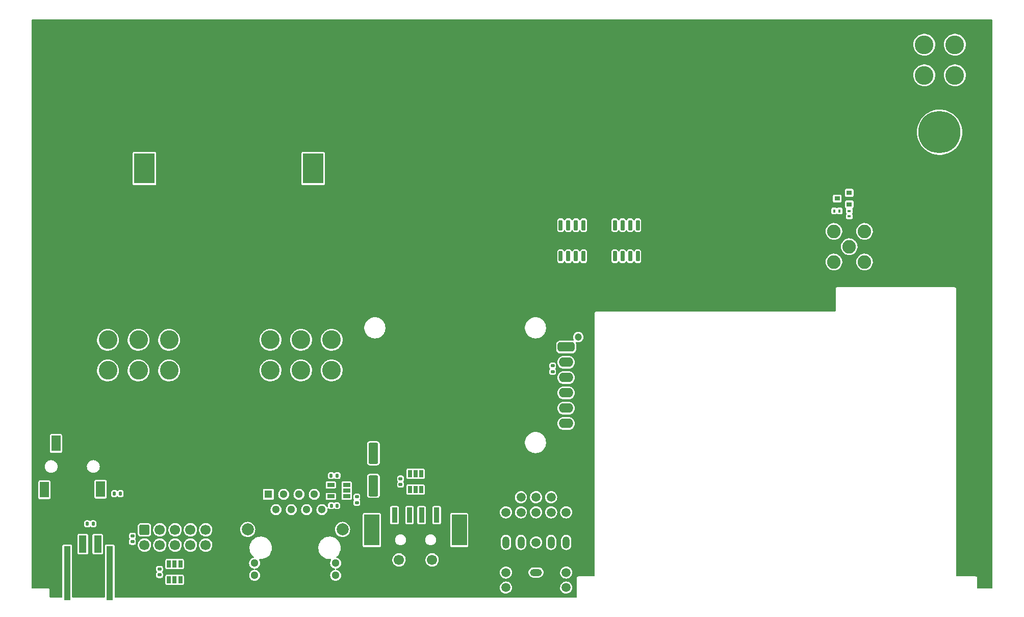
<source format=gbr>
%TF.GenerationSoftware,KiCad,Pcbnew,6.0.1-79c1e3a40b~116~ubuntu18.04.1*%
%TF.CreationDate,2022-01-20T05:24:45+01:00*%
%TF.ProjectId,ss_mb_mockup,73735f6d-625f-46d6-9f63-6b75702e6b69,Rev0.1*%
%TF.SameCoordinates,PX42c1d80PY93d1cc0*%
%TF.FileFunction,Copper,L1,Top*%
%TF.FilePolarity,Positive*%
%FSLAX46Y46*%
G04 Gerber Fmt 4.6, Leading zero omitted, Abs format (unit mm)*
G04 Created by KiCad (PCBNEW 6.0.1-79c1e3a40b~116~ubuntu18.04.1) date 2022-01-20 05:24:45*
%MOMM*%
%LPD*%
G01*
G04 APERTURE LIST*
G04 Aperture macros list*
%AMRoundRect*
0 Rectangle with rounded corners*
0 $1 Rounding radius*
0 $2 $3 $4 $5 $6 $7 $8 $9 X,Y pos of 4 corners*
0 Add a 4 corners polygon primitive as box body*
4,1,4,$2,$3,$4,$5,$6,$7,$8,$9,$2,$3,0*
0 Add four circle primitives for the rounded corners*
1,1,$1+$1,$2,$3*
1,1,$1+$1,$4,$5*
1,1,$1+$1,$6,$7*
1,1,$1+$1,$8,$9*
0 Add four rect primitives between the rounded corners*
20,1,$1+$1,$2,$3,$4,$5,0*
20,1,$1+$1,$4,$5,$6,$7,0*
20,1,$1+$1,$6,$7,$8,$9,0*
20,1,$1+$1,$8,$9,$2,$3,0*%
G04 Aperture macros list end*
%TA.AperFunction,SMDPad,CuDef*%
%ADD10RoundRect,0.140000X-0.170000X0.140000X-0.170000X-0.140000X0.170000X-0.140000X0.170000X0.140000X0*%
%TD*%
%TA.AperFunction,SMDPad,CuDef*%
%ADD11RoundRect,0.250000X0.550000X-1.500000X0.550000X1.500000X-0.550000X1.500000X-0.550000X-1.500000X0*%
%TD*%
%TA.AperFunction,SMDPad,CuDef*%
%ADD12R,0.650000X1.220000*%
%TD*%
%TA.AperFunction,SMDPad,CuDef*%
%ADD13RoundRect,0.150000X-0.150000X0.725000X-0.150000X-0.725000X0.150000X-0.725000X0.150000X0.725000X0*%
%TD*%
%TA.AperFunction,SMDPad,CuDef*%
%ADD14R,0.900000X2.500000*%
%TD*%
%TA.AperFunction,SMDPad,CuDef*%
%ADD15R,2.500000X5.150000*%
%TD*%
%TA.AperFunction,SMDPad,CuDef*%
%ADD16RoundRect,0.140000X-0.140000X-0.170000X0.140000X-0.170000X0.140000X0.170000X-0.140000X0.170000X0*%
%TD*%
%TA.AperFunction,SMDPad,CuDef*%
%ADD17R,1.250000X2.900000*%
%TD*%
%TA.AperFunction,SMDPad,CuDef*%
%ADD18R,1.100000X9.000000*%
%TD*%
%TA.AperFunction,ComponentPad*%
%ADD19C,0.800000*%
%TD*%
%TA.AperFunction,ComponentPad*%
%ADD20C,7.000000*%
%TD*%
%TA.AperFunction,SMDPad,CuDef*%
%ADD21R,0.900000X0.800000*%
%TD*%
%TA.AperFunction,SMDPad,CuDef*%
%ADD22R,0.400000X0.600000*%
%TD*%
%TA.AperFunction,SMDPad,CuDef*%
%ADD23R,0.600000X0.400000*%
%TD*%
%TA.AperFunction,SMDPad,CuDef*%
%ADD24C,1.200000*%
%TD*%
%TA.AperFunction,SMDPad,CuDef*%
%ADD25RoundRect,0.140000X0.170000X-0.140000X0.170000X0.140000X-0.170000X0.140000X-0.170000X-0.140000X0*%
%TD*%
%TA.AperFunction,SMDPad,CuDef*%
%ADD26RoundRect,0.135000X-0.135000X-0.185000X0.135000X-0.185000X0.135000X0.185000X-0.135000X0.185000X0*%
%TD*%
%TA.AperFunction,SMDPad,CuDef*%
%ADD27R,1.220000X0.650000*%
%TD*%
%TA.AperFunction,SMDPad,CuDef*%
%ADD28RoundRect,0.135000X0.185000X-0.135000X0.185000X0.135000X-0.185000X0.135000X-0.185000X-0.135000X0*%
%TD*%
%TA.AperFunction,SMDPad,CuDef*%
%ADD29R,1.500000X2.600000*%
%TD*%
%TA.AperFunction,SMDPad,CuDef*%
%ADD30RoundRect,0.135000X0.135000X0.185000X-0.135000X0.185000X-0.135000X-0.185000X0.135000X-0.185000X0*%
%TD*%
%TA.AperFunction,ComponentPad*%
%ADD31R,1.300000X1.300000*%
%TD*%
%TA.AperFunction,ComponentPad*%
%ADD32C,1.300000*%
%TD*%
%TA.AperFunction,ComponentPad*%
%ADD33C,2.000000*%
%TD*%
%TA.AperFunction,ComponentPad*%
%ADD34C,1.700000*%
%TD*%
%TA.AperFunction,ComponentPad*%
%ADD35RoundRect,0.250000X-0.600000X0.600000X-0.600000X-0.600000X0.600000X-0.600000X0.600000X0.600000X0*%
%TD*%
%TA.AperFunction,ComponentPad*%
%ADD36C,3.100000*%
%TD*%
%TA.AperFunction,ComponentPad*%
%ADD37C,1.500000*%
%TD*%
%TA.AperFunction,ComponentPad*%
%ADD38RoundRect,0.600000X-0.400000X0.000000X0.400000X0.000000X0.400000X0.000000X-0.400000X0.000000X0*%
%TD*%
%TA.AperFunction,ComponentPad*%
%ADD39RoundRect,0.600000X0.000000X-0.400000X0.000000X0.400000X0.000000X0.400000X0.000000X-0.400000X0*%
%TD*%
%TA.AperFunction,ComponentPad*%
%ADD40C,2.250000*%
%TD*%
%TA.AperFunction,SMDPad,CuDef*%
%ADD41R,3.400000X5.000000*%
%TD*%
%TA.AperFunction,ComponentPad*%
%ADD42C,0.600000*%
%TD*%
%TA.AperFunction,ComponentPad*%
%ADD43RoundRect,0.400000X1.000000X0.400000X-1.000000X0.400000X-1.000000X-0.400000X1.000000X-0.400000X0*%
%TD*%
%TA.AperFunction,ComponentPad*%
%ADD44O,2.400000X1.600000*%
%TD*%
G04 APERTURE END LIST*
D10*
%TO.P,C322,1*%
%TO.N,VBUS_2*%
X54250000Y-79520000D03*
%TO.P,C322,2*%
%TO.N,AGND*%
X54250000Y-80480000D03*
%TD*%
D11*
%TO.P,C323,1*%
%TO.N,VBUS_2*%
X57000000Y-77700000D03*
%TO.P,C323,2*%
%TO.N,AGND*%
X57000000Y-72300000D03*
%TD*%
D12*
%TO.P,D1005,1,K*%
%TO.N,MCU_BOOT0*%
X23050000Y-93310000D03*
%TO.P,D1005,2,A*%
%TO.N,AGND*%
X24000000Y-93310000D03*
%TO.P,D1005,3,K*%
%TO.N,~{EXT_RSTn}*%
X24950000Y-93310000D03*
%TO.P,D1005,4,K*%
%TO.N,SWDIO*%
X24950000Y-90690000D03*
%TO.P,D1005,5,K*%
%TO.N,DBGLEDn*%
X24000000Y-90690000D03*
%TO.P,D1005,6,K*%
%TO.N,SWCLK*%
X23050000Y-90690000D03*
%TD*%
%TO.P,U1003,1,IO1*%
%TO.N,USB2_DP*%
X64950000Y-75690000D03*
%TO.P,U1003,2,GND*%
%TO.N,AGND*%
X64000000Y-75690000D03*
%TO.P,U1003,3,IO2*%
%TO.N,USB2_DM*%
X63050000Y-75690000D03*
%TO.P,U1003,4,IO2*%
%TO.N,Net-(J1008-Pad2)*%
X63050000Y-78310000D03*
%TO.P,U1003,5,VBUS*%
%TO.N,VBUS_2*%
X64000000Y-78310000D03*
%TO.P,U1003,6,IO1*%
%TO.N,Net-(J1008-Pad3)*%
X64950000Y-78310000D03*
%TD*%
D13*
%TO.P,U1801,1,~{STBY}*%
%TO.N,~{AUDIO_MUTEn}*%
X91905000Y-34425000D03*
%TO.P,U1801,2,BYPASS*%
%TO.N,Net-(C1804-Pad2)*%
X90635000Y-34425000D03*
%TO.P,U1801,3,Vin+*%
X89365000Y-34425000D03*
%TO.P,U1801,4,Vin-*%
%TO.N,Net-(R1801-Pad2)*%
X88095000Y-34425000D03*
%TO.P,U1801,5,VOUT1*%
%TO.N,Net-(J1801-Pad2)*%
X88095000Y-39575000D03*
%TO.P,U1801,6,VCC*%
%TO.N,VMAIN*%
X89365000Y-39575000D03*
%TO.P,U1801,7,GND*%
%TO.N,AGND*%
X90635000Y-39575000D03*
%TO.P,U1801,8,VOUT2*%
%TO.N,/Rear panel connections/R_ch*%
X91905000Y-39575000D03*
%TD*%
%TO.P,U1802,1,~{STBY}*%
%TO.N,~{AUDIO_MUTEn}*%
X100905000Y-34425000D03*
%TO.P,U1802,2,BYPASS*%
%TO.N,Net-(C1808-Pad2)*%
X99635000Y-34425000D03*
%TO.P,U1802,3,Vin+*%
X98365000Y-34425000D03*
%TO.P,U1802,4,Vin-*%
%TO.N,Net-(R1806-Pad2)*%
X97095000Y-34425000D03*
%TO.P,U1802,5,VOUT1*%
%TO.N,Net-(J1803-Pad2)*%
X97095000Y-39575000D03*
%TO.P,U1802,6,VCC*%
%TO.N,VMAIN*%
X98365000Y-39575000D03*
%TO.P,U1802,7,GND*%
%TO.N,AGND*%
X99635000Y-39575000D03*
%TO.P,U1802,8,VOUT2*%
%TO.N,/Rear panel connections/L_ch*%
X100905000Y-39575000D03*
%TD*%
D14*
%TO.P,J1008,1,VBUS*%
%TO.N,VBUS_2*%
X60500000Y-82570000D03*
%TO.P,J1008,2,D-*%
%TO.N,Net-(J1008-Pad2)*%
X63000000Y-82570000D03*
%TO.P,J1008,3,D+*%
%TO.N,Net-(J1008-Pad3)*%
X65000000Y-82570000D03*
%TO.P,J1008,4,GND*%
%TO.N,AGND*%
X67500000Y-82570000D03*
D15*
%TO.P,J1008,S1,Shield*%
X56750000Y-85050000D03*
%TO.P,J1008,S2,Shield*%
X71250000Y-85050000D03*
%TD*%
D16*
%TO.P,C1012,1*%
%TO.N,AGND*%
X9520000Y-84000000D03*
%TO.P,C1012,2*%
%TO.N,VIN*%
X10480000Y-84000000D03*
%TD*%
D17*
%TO.P,J1009,1,1*%
%TO.N,VIN*%
X11250000Y-87370000D03*
%TO.P,J1009,2,2*%
%TO.N,AGND*%
X8750000Y-87370000D03*
D18*
%TO.P,J1009,S1*%
X13220000Y-92200000D03*
%TO.P,J1009,S2*%
X6180000Y-92200000D03*
%TD*%
D19*
%TO.P,H301,1,1*%
%TO.N,PE*%
X152856155Y-20856155D03*
X151000000Y-21625000D03*
X152856155Y-17143845D03*
D20*
X151000000Y-19000000D03*
D19*
X149143845Y-17143845D03*
X151000000Y-16375000D03*
X148375000Y-19000000D03*
X153625000Y-19000000D03*
X149143845Y-20856155D03*
%TD*%
D21*
%TO.P,D2202,1,CH1*%
%TO.N,/FM-radio rx/FMI*%
X136000000Y-30950000D03*
%TO.P,D2202,2,VP*%
%TO.N,AGND*%
X136000000Y-29050000D03*
%TO.P,D2202,3,VN*%
X134000000Y-30000000D03*
%TD*%
D22*
%TO.P,JP2203,1*%
%TO.N,/FM-radio rx/FMI*%
X134400000Y-32050000D03*
%TO.P,JP2203,2*%
X133500000Y-32050000D03*
%TD*%
D23*
%TO.P,JP2204,1*%
%TO.N,/FM-radio rx/FMI*%
X136000000Y-32050000D03*
%TO.P,JP2204,2*%
%TO.N,Net-(J2203-Pad1)*%
X136000000Y-32950000D03*
%TD*%
D24*
%TO.P,TP2001,1*%
%TO.N,/STM32F429 MCU/32kHz*%
X91000000Y-53000000D03*
%TD*%
D25*
%TO.P,C1007,1*%
%TO.N,AGND*%
X17000000Y-86980000D03*
%TO.P,C1007,2*%
%TO.N,VCC*%
X17000000Y-86020000D03*
%TD*%
%TO.P,C1011,1*%
%TO.N,AGND*%
X21500000Y-92480000D03*
%TO.P,C1011,2*%
%TO.N,VCC*%
X21500000Y-91520000D03*
%TD*%
D10*
%TO.P,C1009,1*%
%TO.N,AGND*%
X61500000Y-76520000D03*
%TO.P,C1009,2*%
%TO.N,VBUS_2*%
X61500000Y-77480000D03*
%TD*%
D26*
%TO.P,R309,1*%
%TO.N,VBUS2_ENABLE*%
X49990000Y-76000000D03*
%TO.P,R309,2*%
%TO.N,AGND*%
X51010000Y-76000000D03*
%TD*%
D16*
%TO.P,C321,1*%
%TO.N,VMAIN*%
X50000000Y-81000000D03*
%TO.P,C321,2*%
%TO.N,AGND*%
X50960000Y-81000000D03*
%TD*%
D27*
%TO.P,U305,1,OUT*%
%TO.N,VBUS_2*%
X52560000Y-79450000D03*
%TO.P,U305,2,GND*%
%TO.N,AGND*%
X52560000Y-78500000D03*
%TO.P,U305,3,FLG*%
%TO.N,~{VBUS2_FLGn}*%
X52560000Y-77550000D03*
%TO.P,U305,4,EN/~{EN}*%
%TO.N,VBUS2_ENABLE*%
X49940000Y-77550000D03*
%TO.P,U305,5,IN*%
%TO.N,VMAIN*%
X49940000Y-79450000D03*
%TD*%
D28*
%TO.P,R2102,1*%
%TO.N,VCC*%
X86750000Y-58760000D03*
%TO.P,R2102,2*%
%TO.N,/STM32F429 MCU/~{RTC_INTn}*%
X86750000Y-57740000D03*
%TD*%
D29*
%TO.P,J1011,1,GND*%
%TO.N,AGND*%
X2400000Y-78350000D03*
%TO.P,J1011,2,FT232_TX*%
%TO.N,Net-(J1011-Pad2)*%
X11700000Y-78250000D03*
%TO.P,J1011,3,FT232_RX*%
%TO.N,DBGUART_TX*%
X4300000Y-70650000D03*
%TD*%
D30*
%TO.P,R1010,1*%
%TO.N,DBGUART_RX*%
X15010000Y-79000000D03*
%TO.P,R1010,2*%
%TO.N,Net-(J1011-Pad2)*%
X13990000Y-79000000D03*
%TD*%
D31*
%TO.P,J201,1,TD+*%
%TO.N,/Ethernet/TXP*%
X39560000Y-79110000D03*
D32*
%TO.P,J201,2,TD-*%
%TO.N,/Ethernet/TXN*%
X40830000Y-81650000D03*
%TO.P,J201,3,RD+*%
%TO.N,/Ethernet/RXP*%
X42100000Y-79110000D03*
%TO.P,J201,4,CTD*%
%TO.N,Net-(C206-Pad1)*%
X43370000Y-81650000D03*
%TO.P,J201,5,CRD*%
%TO.N,Net-(C207-Pad1)*%
X44640000Y-79110000D03*
%TO.P,J201,6,RD-*%
%TO.N,/Ethernet/RXN*%
X45910000Y-81650000D03*
%TO.P,J201,7*%
%TO.N,N/C*%
X47180000Y-79110000D03*
%TO.P,J201,8,GND*%
%TO.N,GNDPWR*%
X48450000Y-81650000D03*
%TO.P,J201,9,LGrA*%
%TO.N,Net-(J201-Pad9)*%
X37275000Y-90540000D03*
%TO.P,J201,10,LYwA*%
%TO.N,/Ethernet/LED2_10M_LINK_ACT*%
X37275000Y-92570000D03*
%TO.P,J201,11,RGrA*%
%TO.N,/Ethernet/LED0_LINK*%
X50725000Y-90540000D03*
%TO.P,J201,12,RYwA*%
%TO.N,Net-(J201-Pad12)*%
X50725000Y-92570000D03*
D33*
%TO.P,J201,13,SHIELD*%
%TO.N,GNDPWR*%
X36125000Y-84950000D03*
%TO.P,J201,14,SHIELD*%
X51875000Y-84950000D03*
%TD*%
D34*
%TO.P,J1006,0,guidepins*%
%TO.N,unconnected-(J1006-Pad0)*%
X66750000Y-90000000D03*
X61250000Y-90000000D03*
%TD*%
D35*
%TO.P,J1007,1,Pin_1*%
%TO.N,VCC*%
X19000000Y-85000000D03*
D34*
%TO.P,J1007,2,Pin_2*%
%TO.N,AGND*%
X19000000Y-87540000D03*
%TO.P,J1007,3,Pin_3*%
%TO.N,MCU_BOOT0*%
X21540000Y-85000000D03*
%TO.P,J1007,4,Pin_4*%
%TO.N,SWCLK*%
X21540000Y-87540000D03*
%TO.P,J1007,5,Pin_5*%
%TO.N,Net-(D1004-Pad1)*%
X24080000Y-85000000D03*
%TO.P,J1007,6,Pin_6*%
%TO.N,DBGLEDn*%
X24080000Y-87540000D03*
%TO.P,J1007,7,Pin_7*%
%TO.N,Net-(J1007-Pad7)*%
X26620000Y-85000000D03*
%TO.P,J1007,8,Pin_8*%
%TO.N,SWDIO*%
X26620000Y-87540000D03*
%TO.P,J1007,9,Pin_9*%
%TO.N,~{EXT_RSTn}*%
X29160000Y-85000000D03*
%TO.P,J1007,10,Pin_10*%
%TO.N,AGND*%
X29160000Y-87540000D03*
%TD*%
D36*
%TO.P,J303,1,Pin_1*%
%TO.N,PE*%
X148460000Y-9540000D03*
X153540000Y-9540000D03*
%TO.P,J303,2,Pin_2*%
X153540000Y-4460000D03*
X148460000Y-4460000D03*
%TD*%
D37*
%TO.P,J1001,0,guidepins*%
%TO.N,unconnected-(J1001-Pad0)*%
X84000000Y-87100000D03*
X79000000Y-82100000D03*
X89000000Y-94600000D03*
X79000000Y-92100000D03*
X89000000Y-82100000D03*
X79000000Y-94600000D03*
X89000000Y-92100000D03*
D38*
%TO.P,J1001,1,sleeve*%
%TO.N,AGND*%
X84000000Y-92100000D03*
D39*
%TO.P,J1001,2,tip*%
%TO.N,/Rear panel connections/L_ch_out*%
X79000000Y-87100000D03*
%TO.P,J1001,3,ring*%
%TO.N,/Rear panel connections/R_ch_out*%
X89000000Y-87100000D03*
D37*
%TO.P,J1001,4,nc_a*%
%TO.N,/Rear panel connections/R_int*%
X86500000Y-82100000D03*
%TO.P,J1001,5,a*%
%TO.N,/Rear panel connections/R_ch*%
X84000000Y-82100000D03*
%TO.P,J1001,6,no_a*%
%TO.N,Net-(J1001-Pad6)*%
X81500000Y-82100000D03*
%TO.P,J1001,7,nc_b*%
%TO.N,/Rear panel connections/L_int*%
X86500000Y-79600000D03*
%TO.P,J1001,8,b*%
%TO.N,/Rear panel connections/L_ch*%
X84000000Y-79600000D03*
%TO.P,J1001,9,no_b*%
%TO.N,Net-(J1001-Pad9)*%
X81500000Y-79600000D03*
D39*
%TO.P,J1001,10,tip_sw*%
%TO.N,unconnected-(J1001-Pad10)*%
X81500000Y-87100000D03*
%TO.P,J1001,11,ring_sw*%
%TO.N,unconnected-(J1001-Pad11)*%
X86500000Y-87100000D03*
%TD*%
D36*
%TO.P,J1002,1,Pin_1*%
%TO.N,/Weller contol/Channel A/HEATER_1*%
X12920000Y-58540000D03*
X12920000Y-53460000D03*
%TO.P,J1002,2,Pin_2*%
%TO.N,AGND*%
X18000000Y-58540000D03*
X18000000Y-53460000D03*
%TO.P,J1002,3,Pin_3*%
%TO.N,/Weller contol/Channel A/HEATER_2*%
X23080000Y-58540000D03*
X23080000Y-53460000D03*
%TD*%
%TO.P,J1003,1,Pin_1*%
%TO.N,/Weller contol/Channel B/HEATER_1*%
X39920000Y-58540000D03*
X39920000Y-53460000D03*
%TO.P,J1003,2,Pin_2*%
%TO.N,AGND*%
X45000000Y-58540000D03*
X45000000Y-53460000D03*
%TO.P,J1003,3,Pin_3*%
%TO.N,/Weller contol/Channel B/HEATER_2*%
X50080000Y-53460000D03*
X50080000Y-58540000D03*
%TD*%
D40*
%TO.P,J2203,1,In*%
%TO.N,Net-(J2203-Pad1)*%
X136000000Y-38000000D03*
%TO.P,J2203,2,Ext*%
%TO.N,AGND*%
X138540000Y-40540000D03*
X133460000Y-35460000D03*
X138540000Y-35460000D03*
X133460000Y-40540000D03*
%TD*%
D41*
%TO.P,U1503,17,VBB*%
%TO.N,+12V*%
X47000000Y-25000000D03*
D42*
X47000000Y-22800000D03*
X47000000Y-26100000D03*
X48100000Y-23900000D03*
X45900000Y-23900000D03*
X47000000Y-25000000D03*
X48100000Y-27200000D03*
X45900000Y-25000000D03*
X47000000Y-27200000D03*
X45900000Y-27200000D03*
X47000000Y-23900000D03*
X48100000Y-26100000D03*
X48100000Y-25000000D03*
X45900000Y-22800000D03*
X45900000Y-26100000D03*
X48100000Y-22800000D03*
%TD*%
%TO.P,U1203,17,VBB*%
%TO.N,+12V*%
X17900000Y-22800000D03*
X17900000Y-25000000D03*
X19000000Y-26100000D03*
X17900000Y-26100000D03*
X20100000Y-27200000D03*
X20100000Y-25000000D03*
X20100000Y-23900000D03*
X19000000Y-25000000D03*
D41*
X19000000Y-25000000D03*
D42*
X20100000Y-22800000D03*
X20100000Y-26100000D03*
X19000000Y-27200000D03*
X19000000Y-23900000D03*
X17900000Y-27200000D03*
X17900000Y-23900000D03*
X19000000Y-22800000D03*
%TD*%
D43*
%TO.P,RTC2101,1,32K*%
%TO.N,/STM32F429 MCU/32kHz*%
X89000000Y-54650000D03*
D44*
%TO.P,RTC2101,2,~{INT}/SQW*%
%TO.N,/STM32F429 MCU/~{RTC_INTn}*%
X89000000Y-57190000D03*
%TO.P,RTC2101,3,SCL*%
%TO.N,I2C1_SCL*%
X89000000Y-59730000D03*
%TO.P,RTC2101,4,SDA*%
%TO.N,I2C1_SDA*%
X89000000Y-62270000D03*
%TO.P,RTC2101,5,VCC*%
%TO.N,VCC*%
X89000000Y-64810000D03*
%TO.P,RTC2101,6,GND*%
%TO.N,AGND*%
X89000000Y-67350000D03*
%TD*%
%TA.AperFunction,NonConductor*%
G36*
X159688121Y-274002D02*
G01*
X159734614Y-327658D01*
X159746000Y-380000D01*
X159746000Y-94620000D01*
X159725998Y-94688121D01*
X159672342Y-94734614D01*
X159620000Y-94746000D01*
X157380000Y-94746000D01*
X157311879Y-94725998D01*
X157265386Y-94672342D01*
X157254000Y-94620000D01*
X157254000Y-93037425D01*
X157256421Y-93012844D01*
X157256555Y-93012170D01*
X157258976Y-93000000D01*
X157249926Y-92954499D01*
X157248164Y-92945643D01*
X157241684Y-92913063D01*
X157241683Y-92913061D01*
X157239263Y-92900894D01*
X157232371Y-92890579D01*
X157232370Y-92890577D01*
X157190017Y-92827192D01*
X157183124Y-92816876D01*
X157099106Y-92760737D01*
X157000000Y-92741024D01*
X156987153Y-92743579D01*
X156962575Y-92746000D01*
X153880000Y-92746000D01*
X153811879Y-92725998D01*
X153765386Y-92672342D01*
X153754000Y-92620000D01*
X153754000Y-45037425D01*
X153756421Y-45012844D01*
X153756555Y-45012170D01*
X153758976Y-45000000D01*
X153739263Y-44900894D01*
X153683124Y-44816876D01*
X153599106Y-44760737D01*
X153525017Y-44746000D01*
X153512172Y-44743445D01*
X153500000Y-44741024D01*
X153487153Y-44743579D01*
X153462575Y-44746000D01*
X134037425Y-44746000D01*
X134012847Y-44743579D01*
X134000000Y-44741024D01*
X133987828Y-44743445D01*
X133974983Y-44746000D01*
X133900894Y-44760737D01*
X133816876Y-44816876D01*
X133760737Y-44900894D01*
X133741024Y-45000000D01*
X133743445Y-45012170D01*
X133743579Y-45012844D01*
X133746000Y-45037425D01*
X133746000Y-48620000D01*
X133725998Y-48688121D01*
X133672342Y-48734614D01*
X133620000Y-48746000D01*
X94037425Y-48746000D01*
X94012847Y-48743579D01*
X94000000Y-48741024D01*
X93987828Y-48743445D01*
X93974983Y-48746000D01*
X93900894Y-48760737D01*
X93816876Y-48816876D01*
X93760737Y-48900894D01*
X93741024Y-49000000D01*
X93743445Y-49012170D01*
X93743579Y-49012844D01*
X93746000Y-49037425D01*
X93746000Y-92620000D01*
X93725998Y-92688121D01*
X93672342Y-92734614D01*
X93620000Y-92746000D01*
X91037425Y-92746000D01*
X91012847Y-92743579D01*
X91000000Y-92741024D01*
X90900894Y-92760737D01*
X90816876Y-92816876D01*
X90760737Y-92900894D01*
X90758317Y-92913063D01*
X90758316Y-92913065D01*
X90755180Y-92928835D01*
X90750075Y-92954499D01*
X90741024Y-93000000D01*
X90743445Y-93012170D01*
X90743579Y-93012844D01*
X90746000Y-93037425D01*
X90746000Y-96120000D01*
X90725998Y-96188121D01*
X90672342Y-96234614D01*
X90620000Y-96246000D01*
X14150500Y-96246000D01*
X14082379Y-96225998D01*
X14035886Y-96172342D01*
X14024500Y-96120000D01*
X14024500Y-94585907D01*
X77990738Y-94585907D01*
X77991254Y-94592051D01*
X78005998Y-94767632D01*
X78007222Y-94782209D01*
X78061521Y-94971570D01*
X78151566Y-95146779D01*
X78155389Y-95151603D01*
X78155392Y-95151607D01*
X78183045Y-95186496D01*
X78273927Y-95301160D01*
X78278620Y-95305154D01*
X78278621Y-95305155D01*
X78303447Y-95326283D01*
X78423945Y-95428835D01*
X78429323Y-95431841D01*
X78429325Y-95431842D01*
X78459019Y-95448437D01*
X78595904Y-95524940D01*
X78783255Y-95585814D01*
X78978862Y-95609139D01*
X78984997Y-95608667D01*
X78984999Y-95608667D01*
X79044801Y-95604065D01*
X79175274Y-95594026D01*
X79365009Y-95541050D01*
X79370513Y-95538270D01*
X79535341Y-95455010D01*
X79535343Y-95455009D01*
X79540842Y-95452231D01*
X79696074Y-95330950D01*
X79700100Y-95326286D01*
X79700103Y-95326283D01*
X79820764Y-95186496D01*
X79820765Y-95186494D01*
X79824793Y-95181828D01*
X79922096Y-95010544D01*
X79984277Y-94823622D01*
X80008966Y-94628183D01*
X80009360Y-94600000D01*
X80007978Y-94585907D01*
X87990738Y-94585907D01*
X87991254Y-94592051D01*
X88005998Y-94767632D01*
X88007222Y-94782209D01*
X88061521Y-94971570D01*
X88151566Y-95146779D01*
X88155389Y-95151603D01*
X88155392Y-95151607D01*
X88183045Y-95186496D01*
X88273927Y-95301160D01*
X88278620Y-95305154D01*
X88278621Y-95305155D01*
X88303447Y-95326283D01*
X88423945Y-95428835D01*
X88429323Y-95431841D01*
X88429325Y-95431842D01*
X88459019Y-95448437D01*
X88595904Y-95524940D01*
X88783255Y-95585814D01*
X88978862Y-95609139D01*
X88984997Y-95608667D01*
X88984999Y-95608667D01*
X89044801Y-95604065D01*
X89175274Y-95594026D01*
X89365009Y-95541050D01*
X89370513Y-95538270D01*
X89535341Y-95455010D01*
X89535343Y-95455009D01*
X89540842Y-95452231D01*
X89696074Y-95330950D01*
X89700100Y-95326286D01*
X89700103Y-95326283D01*
X89820764Y-95186496D01*
X89820765Y-95186494D01*
X89824793Y-95181828D01*
X89922096Y-95010544D01*
X89984277Y-94823622D01*
X90008966Y-94628183D01*
X90009360Y-94600000D01*
X89990137Y-94403948D01*
X89933200Y-94215363D01*
X89877378Y-94110377D01*
X89843611Y-94046871D01*
X89843609Y-94046868D01*
X89840717Y-94041429D01*
X89716212Y-93888770D01*
X89650894Y-93834734D01*
X89569177Y-93767132D01*
X89569174Y-93767130D01*
X89564427Y-93763203D01*
X89391143Y-93669508D01*
X89202960Y-93611256D01*
X89196835Y-93610612D01*
X89196834Y-93610612D01*
X89013176Y-93591309D01*
X89013174Y-93591309D01*
X89007047Y-93590665D01*
X88925018Y-93598130D01*
X88817004Y-93607960D01*
X88817001Y-93607961D01*
X88810865Y-93608519D01*
X88804959Y-93610257D01*
X88804955Y-93610258D01*
X88664775Y-93651516D01*
X88621887Y-93664138D01*
X88616427Y-93666992D01*
X88616428Y-93666992D01*
X88452772Y-93752549D01*
X88452768Y-93752552D01*
X88447312Y-93755404D01*
X88293788Y-93878840D01*
X88167163Y-94029745D01*
X88160740Y-94041429D01*
X88087585Y-94174499D01*
X88072262Y-94202371D01*
X88070398Y-94208246D01*
X88070397Y-94208249D01*
X88066269Y-94221263D01*
X88012697Y-94390142D01*
X87990738Y-94585907D01*
X80007978Y-94585907D01*
X79990137Y-94403948D01*
X79933200Y-94215363D01*
X79877378Y-94110377D01*
X79843611Y-94046871D01*
X79843609Y-94046868D01*
X79840717Y-94041429D01*
X79716212Y-93888770D01*
X79650894Y-93834734D01*
X79569177Y-93767132D01*
X79569174Y-93767130D01*
X79564427Y-93763203D01*
X79391143Y-93669508D01*
X79202960Y-93611256D01*
X79196835Y-93610612D01*
X79196834Y-93610612D01*
X79013176Y-93591309D01*
X79013174Y-93591309D01*
X79007047Y-93590665D01*
X78925018Y-93598130D01*
X78817004Y-93607960D01*
X78817001Y-93607961D01*
X78810865Y-93608519D01*
X78804959Y-93610257D01*
X78804955Y-93610258D01*
X78664775Y-93651516D01*
X78621887Y-93664138D01*
X78616427Y-93666992D01*
X78616428Y-93666992D01*
X78452772Y-93752549D01*
X78452768Y-93752552D01*
X78447312Y-93755404D01*
X78293788Y-93878840D01*
X78167163Y-94029745D01*
X78160740Y-94041429D01*
X78087585Y-94174499D01*
X78072262Y-94202371D01*
X78070398Y-94208246D01*
X78070397Y-94208249D01*
X78066269Y-94221263D01*
X78012697Y-94390142D01*
X77990738Y-94585907D01*
X14024500Y-94585907D01*
X14024500Y-92308955D01*
X20935500Y-92308955D01*
X20935501Y-92651044D01*
X20936276Y-92655935D01*
X20936276Y-92655937D01*
X20947372Y-92725998D01*
X20950132Y-92743427D01*
X21006865Y-92854771D01*
X21095229Y-92943135D01*
X21206573Y-92999868D01*
X21216363Y-93001419D01*
X21216364Y-93001419D01*
X21242101Y-93005495D01*
X21298955Y-93014500D01*
X21499959Y-93014500D01*
X21701044Y-93014499D01*
X21724208Y-93010830D01*
X21783629Y-93001420D01*
X21783631Y-93001419D01*
X21793427Y-92999868D01*
X21904771Y-92943135D01*
X21993135Y-92854771D01*
X22049868Y-92743427D01*
X22060716Y-92674933D01*
X22470500Y-92674933D01*
X22470501Y-93945066D01*
X22485266Y-94019301D01*
X22492161Y-94029620D01*
X22492162Y-94029622D01*
X22503688Y-94046871D01*
X22541516Y-94103484D01*
X22625699Y-94159734D01*
X22699933Y-94174500D01*
X23049943Y-94174500D01*
X23400066Y-94174499D01*
X23474301Y-94159734D01*
X23480333Y-94155703D01*
X23547373Y-94148496D01*
X23567902Y-94154524D01*
X23575699Y-94159734D01*
X23649933Y-94174500D01*
X23999943Y-94174500D01*
X24350066Y-94174499D01*
X24424301Y-94159734D01*
X24430333Y-94155703D01*
X24497373Y-94148496D01*
X24517902Y-94154524D01*
X24525699Y-94159734D01*
X24599933Y-94174500D01*
X24949943Y-94174500D01*
X25300066Y-94174499D01*
X25335818Y-94167388D01*
X25362126Y-94162156D01*
X25362128Y-94162155D01*
X25374301Y-94159734D01*
X25384621Y-94152839D01*
X25384622Y-94152838D01*
X25448168Y-94110377D01*
X25458484Y-94103484D01*
X25514734Y-94019301D01*
X25529500Y-93945067D01*
X25529499Y-92674934D01*
X25514734Y-92600699D01*
X25494222Y-92570000D01*
X36365518Y-92570000D01*
X36366208Y-92576565D01*
X36383762Y-92743579D01*
X36385392Y-92759092D01*
X36444147Y-92939920D01*
X36447450Y-92945642D01*
X36447451Y-92945643D01*
X36478758Y-92999868D01*
X36539214Y-93104580D01*
X36666438Y-93245877D01*
X36820259Y-93357635D01*
X36826287Y-93360319D01*
X36826289Y-93360320D01*
X36987924Y-93432284D01*
X36993955Y-93434969D01*
X37086944Y-93454735D01*
X37173476Y-93473128D01*
X37173480Y-93473128D01*
X37179933Y-93474500D01*
X37370067Y-93474500D01*
X37376520Y-93473128D01*
X37376524Y-93473128D01*
X37463056Y-93454735D01*
X37556045Y-93434969D01*
X37562076Y-93432284D01*
X37723711Y-93360320D01*
X37723713Y-93360319D01*
X37729741Y-93357635D01*
X37883562Y-93245877D01*
X38010786Y-93104580D01*
X38071242Y-92999868D01*
X38102549Y-92945643D01*
X38102550Y-92945642D01*
X38105853Y-92939920D01*
X38164608Y-92759092D01*
X38166239Y-92743579D01*
X38183792Y-92576565D01*
X38184482Y-92570000D01*
X38176509Y-92494142D01*
X38165298Y-92387471D01*
X38165298Y-92387469D01*
X38164608Y-92380908D01*
X38105853Y-92200080D01*
X38010786Y-92035420D01*
X38004319Y-92028237D01*
X37887984Y-91899034D01*
X37887983Y-91899033D01*
X37883562Y-91894123D01*
X37729741Y-91782365D01*
X37723713Y-91779681D01*
X37723711Y-91779680D01*
X37562076Y-91707716D01*
X37562075Y-91707716D01*
X37556045Y-91705031D01*
X37430037Y-91678247D01*
X37367564Y-91644518D01*
X37333242Y-91582369D01*
X37337970Y-91511530D01*
X37380246Y-91454492D01*
X37430037Y-91431753D01*
X37444642Y-91428649D01*
X37556045Y-91404969D01*
X37568776Y-91399301D01*
X37723711Y-91330320D01*
X37723713Y-91330319D01*
X37729741Y-91327635D01*
X37741796Y-91318877D01*
X37814073Y-91266364D01*
X37883562Y-91215877D01*
X37953486Y-91138218D01*
X38006367Y-91079488D01*
X38006368Y-91079487D01*
X38010786Y-91074580D01*
X38105853Y-90909920D01*
X38164608Y-90729092D01*
X38184482Y-90540000D01*
X38164608Y-90350908D01*
X38105853Y-90170080D01*
X38031578Y-90041432D01*
X38014840Y-89972438D01*
X38038060Y-89905346D01*
X38093867Y-89861459D01*
X38146962Y-89852589D01*
X38151470Y-89852813D01*
X38183777Y-89854422D01*
X38183785Y-89854422D01*
X38185348Y-89854500D01*
X38353374Y-89854500D01*
X38355642Y-89854335D01*
X38355654Y-89854335D01*
X38499274Y-89843914D01*
X38553425Y-89839985D01*
X38557880Y-89839001D01*
X38557883Y-89839001D01*
X38811770Y-89782947D01*
X38811772Y-89782946D01*
X38816226Y-89781963D01*
X39067900Y-89686613D01*
X39091224Y-89673658D01*
X39299179Y-89558149D01*
X39299180Y-89558148D01*
X39303172Y-89555931D01*
X39473935Y-89425609D01*
X39513491Y-89395421D01*
X39513495Y-89395417D01*
X39517116Y-89392654D01*
X39705249Y-89200203D01*
X39760780Y-89123911D01*
X39860942Y-88986304D01*
X39860947Y-88986297D01*
X39863630Y-88982610D01*
X39988941Y-88744433D01*
X40078557Y-88490662D01*
X40105394Y-88354500D01*
X40129720Y-88231083D01*
X40129721Y-88231077D01*
X40130601Y-88226611D01*
X40133756Y-88163231D01*
X40139782Y-88042186D01*
X47856018Y-88042186D01*
X47881579Y-88310100D01*
X47882664Y-88314534D01*
X47882665Y-88314540D01*
X47915923Y-88450453D01*
X47945547Y-88571518D01*
X48046583Y-88820963D01*
X48182569Y-89053210D01*
X48199595Y-89074500D01*
X48343029Y-89253855D01*
X48350658Y-89263395D01*
X48547327Y-89447113D01*
X48768457Y-89600516D01*
X49009416Y-89720391D01*
X49013750Y-89721812D01*
X49013753Y-89721813D01*
X49260823Y-89802807D01*
X49260829Y-89802808D01*
X49265156Y-89804227D01*
X49269647Y-89805007D01*
X49269648Y-89805007D01*
X49526538Y-89849611D01*
X49526546Y-89849612D01*
X49530319Y-89850267D01*
X49534156Y-89850458D01*
X49613777Y-89854422D01*
X49613785Y-89854422D01*
X49615348Y-89854500D01*
X49783374Y-89854500D01*
X49785644Y-89854335D01*
X49785652Y-89854335D01*
X49809712Y-89852589D01*
X49852060Y-89849516D01*
X49921448Y-89864536D01*
X49971702Y-89914686D01*
X49986865Y-89984044D01*
X49970296Y-90038186D01*
X49956705Y-90061727D01*
X49894147Y-90170080D01*
X49835392Y-90350908D01*
X49815518Y-90540000D01*
X49835392Y-90729092D01*
X49894147Y-90909920D01*
X49989214Y-91074580D01*
X49993632Y-91079487D01*
X49993633Y-91079488D01*
X50046514Y-91138218D01*
X50116438Y-91215877D01*
X50185927Y-91266364D01*
X50258205Y-91318877D01*
X50270259Y-91327635D01*
X50276287Y-91330319D01*
X50276289Y-91330320D01*
X50431224Y-91399301D01*
X50443955Y-91404969D01*
X50555358Y-91428649D01*
X50569963Y-91431753D01*
X50632436Y-91465482D01*
X50666758Y-91527631D01*
X50662030Y-91598470D01*
X50619754Y-91655508D01*
X50569963Y-91678247D01*
X50443955Y-91705031D01*
X50437925Y-91707716D01*
X50437924Y-91707716D01*
X50276289Y-91779680D01*
X50276287Y-91779681D01*
X50270259Y-91782365D01*
X50116438Y-91894123D01*
X50112017Y-91899033D01*
X50112016Y-91899034D01*
X49995682Y-92028237D01*
X49989214Y-92035420D01*
X49894147Y-92200080D01*
X49835392Y-92380908D01*
X49834702Y-92387469D01*
X49834702Y-92387471D01*
X49823491Y-92494142D01*
X49815518Y-92570000D01*
X49816208Y-92576565D01*
X49833762Y-92743579D01*
X49835392Y-92759092D01*
X49894147Y-92939920D01*
X49897450Y-92945642D01*
X49897451Y-92945643D01*
X49928758Y-92999868D01*
X49989214Y-93104580D01*
X50116438Y-93245877D01*
X50270259Y-93357635D01*
X50276287Y-93360319D01*
X50276289Y-93360320D01*
X50437924Y-93432284D01*
X50443955Y-93434969D01*
X50536944Y-93454735D01*
X50623476Y-93473128D01*
X50623480Y-93473128D01*
X50629933Y-93474500D01*
X50820067Y-93474500D01*
X50826520Y-93473128D01*
X50826524Y-93473128D01*
X50913056Y-93454735D01*
X51006045Y-93434969D01*
X51012076Y-93432284D01*
X51173711Y-93360320D01*
X51173713Y-93360319D01*
X51179741Y-93357635D01*
X51333562Y-93245877D01*
X51460786Y-93104580D01*
X51521242Y-92999868D01*
X51552549Y-92945643D01*
X51552550Y-92945642D01*
X51555853Y-92939920D01*
X51614608Y-92759092D01*
X51616239Y-92743579D01*
X51633792Y-92576565D01*
X51634482Y-92570000D01*
X51626509Y-92494142D01*
X51615298Y-92387471D01*
X51615298Y-92387469D01*
X51614608Y-92380908D01*
X51555853Y-92200080D01*
X51489935Y-92085907D01*
X77990738Y-92085907D01*
X77991254Y-92092051D01*
X78002533Y-92226364D01*
X78007222Y-92282209D01*
X78033724Y-92374630D01*
X78059326Y-92463915D01*
X78061521Y-92471570D01*
X78151566Y-92646779D01*
X78155389Y-92651603D01*
X78155392Y-92651607D01*
X78239969Y-92758316D01*
X78273927Y-92801160D01*
X78278620Y-92805154D01*
X78278621Y-92805155D01*
X78399845Y-92908324D01*
X78423945Y-92928835D01*
X78429323Y-92931841D01*
X78429325Y-92931842D01*
X78577224Y-93014500D01*
X78595904Y-93024940D01*
X78783255Y-93085814D01*
X78978862Y-93109139D01*
X78984997Y-93108667D01*
X78984999Y-93108667D01*
X79044801Y-93104065D01*
X79175274Y-93094026D01*
X79365009Y-93041050D01*
X79370513Y-93038270D01*
X79535341Y-92955010D01*
X79535343Y-92955009D01*
X79540842Y-92952231D01*
X79696074Y-92830950D01*
X79700100Y-92826286D01*
X79700103Y-92826283D01*
X79820764Y-92686496D01*
X79820765Y-92686494D01*
X79824793Y-92681828D01*
X79922096Y-92510544D01*
X79984277Y-92323622D01*
X80008966Y-92128183D01*
X80009071Y-92120640D01*
X80009311Y-92103522D01*
X80009311Y-92103518D01*
X80009360Y-92100000D01*
X80002113Y-92026089D01*
X82745500Y-92026089D01*
X82745501Y-92173910D01*
X82748414Y-92216653D01*
X82793329Y-92396797D01*
X82796365Y-92402912D01*
X82796366Y-92402916D01*
X82849793Y-92510544D01*
X82875879Y-92563095D01*
X82880153Y-92568410D01*
X82880155Y-92568414D01*
X82970774Y-92681120D01*
X82992214Y-92707786D01*
X82997531Y-92712061D01*
X83131586Y-92819845D01*
X83131590Y-92819847D01*
X83136905Y-92824121D01*
X83143017Y-92827155D01*
X83297084Y-92903634D01*
X83297088Y-92903635D01*
X83303203Y-92906671D01*
X83309830Y-92908323D01*
X83309832Y-92908324D01*
X83368793Y-92923024D01*
X83483347Y-92951586D01*
X83506551Y-92953168D01*
X83523943Y-92954354D01*
X83523952Y-92954354D01*
X83526089Y-92954500D01*
X83999779Y-92954500D01*
X84473910Y-92954499D01*
X84516653Y-92951586D01*
X84630930Y-92923093D01*
X84690168Y-92908324D01*
X84690170Y-92908323D01*
X84696797Y-92906671D01*
X84702912Y-92903635D01*
X84702916Y-92903634D01*
X84856983Y-92827155D01*
X84863095Y-92824121D01*
X84868410Y-92819847D01*
X84868414Y-92819845D01*
X85002469Y-92712061D01*
X85007786Y-92707786D01*
X85029226Y-92681120D01*
X85119845Y-92568414D01*
X85119847Y-92568410D01*
X85124121Y-92563095D01*
X85150207Y-92510544D01*
X85203634Y-92402916D01*
X85203635Y-92402912D01*
X85206671Y-92396797D01*
X85251586Y-92216653D01*
X85253168Y-92193449D01*
X85254354Y-92176057D01*
X85254354Y-92176048D01*
X85254500Y-92173911D01*
X85254499Y-92085907D01*
X87990738Y-92085907D01*
X87991254Y-92092051D01*
X88002533Y-92226364D01*
X88007222Y-92282209D01*
X88033724Y-92374630D01*
X88059326Y-92463915D01*
X88061521Y-92471570D01*
X88151566Y-92646779D01*
X88155389Y-92651603D01*
X88155392Y-92651607D01*
X88239969Y-92758316D01*
X88273927Y-92801160D01*
X88278620Y-92805154D01*
X88278621Y-92805155D01*
X88399845Y-92908324D01*
X88423945Y-92928835D01*
X88429323Y-92931841D01*
X88429325Y-92931842D01*
X88577224Y-93014500D01*
X88595904Y-93024940D01*
X88783255Y-93085814D01*
X88978862Y-93109139D01*
X88984997Y-93108667D01*
X88984999Y-93108667D01*
X89044801Y-93104065D01*
X89175274Y-93094026D01*
X89365009Y-93041050D01*
X89370513Y-93038270D01*
X89535341Y-92955010D01*
X89535343Y-92955009D01*
X89540842Y-92952231D01*
X89696074Y-92830950D01*
X89700100Y-92826286D01*
X89700103Y-92826283D01*
X89820764Y-92686496D01*
X89820765Y-92686494D01*
X89824793Y-92681828D01*
X89922096Y-92510544D01*
X89984277Y-92323622D01*
X90008966Y-92128183D01*
X90009071Y-92120640D01*
X90009311Y-92103522D01*
X90009311Y-92103518D01*
X90009360Y-92100000D01*
X89990137Y-91903948D01*
X89933200Y-91715363D01*
X89888655Y-91631586D01*
X89843611Y-91546871D01*
X89843609Y-91546868D01*
X89840717Y-91541429D01*
X89716212Y-91388770D01*
X89631726Y-91318877D01*
X89569177Y-91267132D01*
X89569174Y-91267130D01*
X89564427Y-91263203D01*
X89391143Y-91169508D01*
X89202960Y-91111256D01*
X89196835Y-91110612D01*
X89196834Y-91110612D01*
X89013176Y-91091309D01*
X89013174Y-91091309D01*
X89007047Y-91090665D01*
X88925018Y-91098130D01*
X88817004Y-91107960D01*
X88817001Y-91107961D01*
X88810865Y-91108519D01*
X88804959Y-91110257D01*
X88804955Y-91110258D01*
X88664775Y-91151516D01*
X88621887Y-91164138D01*
X88616427Y-91166992D01*
X88616428Y-91166992D01*
X88452772Y-91252549D01*
X88452768Y-91252552D01*
X88447312Y-91255404D01*
X88442512Y-91259264D01*
X88442511Y-91259264D01*
X88301244Y-91372845D01*
X88293788Y-91378840D01*
X88167163Y-91529745D01*
X88161672Y-91539734D01*
X88104067Y-91644518D01*
X88072262Y-91702371D01*
X88070398Y-91708246D01*
X88070397Y-91708249D01*
X88066269Y-91721263D01*
X88012697Y-91890142D01*
X87990738Y-92085907D01*
X85254499Y-92085907D01*
X85254499Y-92026090D01*
X85251586Y-91983347D01*
X85206671Y-91803203D01*
X85201242Y-91792265D01*
X85127155Y-91643017D01*
X85124121Y-91636905D01*
X85119847Y-91631590D01*
X85119845Y-91631586D01*
X85012061Y-91497531D01*
X85007786Y-91492214D01*
X84974538Y-91465482D01*
X84868414Y-91380155D01*
X84868410Y-91380153D01*
X84863095Y-91375879D01*
X84818834Y-91353908D01*
X84702916Y-91296366D01*
X84702912Y-91296365D01*
X84696797Y-91293329D01*
X84690170Y-91291677D01*
X84690168Y-91291676D01*
X84631207Y-91276976D01*
X84516653Y-91248414D01*
X84493449Y-91246832D01*
X84476057Y-91245646D01*
X84476048Y-91245646D01*
X84473911Y-91245500D01*
X84000221Y-91245500D01*
X83526090Y-91245501D01*
X83483347Y-91248414D01*
X83369070Y-91276907D01*
X83309832Y-91291676D01*
X83309830Y-91291677D01*
X83303203Y-91293329D01*
X83297088Y-91296365D01*
X83297084Y-91296366D01*
X83181166Y-91353908D01*
X83136905Y-91375879D01*
X83131590Y-91380153D01*
X83131586Y-91380155D01*
X83025462Y-91465482D01*
X82992214Y-91492214D01*
X82987939Y-91497531D01*
X82880155Y-91631586D01*
X82880153Y-91631590D01*
X82875879Y-91636905D01*
X82872845Y-91643017D01*
X82798759Y-91792265D01*
X82793329Y-91803203D01*
X82748414Y-91983347D01*
X82748036Y-91988893D01*
X82748036Y-91988896D01*
X82745647Y-92023938D01*
X82745500Y-92026089D01*
X80002113Y-92026089D01*
X79990137Y-91903948D01*
X79933200Y-91715363D01*
X79888655Y-91631586D01*
X79843611Y-91546871D01*
X79843609Y-91546868D01*
X79840717Y-91541429D01*
X79716212Y-91388770D01*
X79631726Y-91318877D01*
X79569177Y-91267132D01*
X79569174Y-91267130D01*
X79564427Y-91263203D01*
X79391143Y-91169508D01*
X79202960Y-91111256D01*
X79196835Y-91110612D01*
X79196834Y-91110612D01*
X79013176Y-91091309D01*
X79013174Y-91091309D01*
X79007047Y-91090665D01*
X78925018Y-91098130D01*
X78817004Y-91107960D01*
X78817001Y-91107961D01*
X78810865Y-91108519D01*
X78804959Y-91110257D01*
X78804955Y-91110258D01*
X78664775Y-91151516D01*
X78621887Y-91164138D01*
X78616427Y-91166992D01*
X78616428Y-91166992D01*
X78452772Y-91252549D01*
X78452768Y-91252552D01*
X78447312Y-91255404D01*
X78442512Y-91259264D01*
X78442511Y-91259264D01*
X78301244Y-91372845D01*
X78293788Y-91378840D01*
X78167163Y-91529745D01*
X78161672Y-91539734D01*
X78104067Y-91644518D01*
X78072262Y-91702371D01*
X78070398Y-91708246D01*
X78070397Y-91708249D01*
X78066269Y-91721263D01*
X78012697Y-91890142D01*
X77990738Y-92085907D01*
X51489935Y-92085907D01*
X51460786Y-92035420D01*
X51454319Y-92028237D01*
X51337984Y-91899034D01*
X51337983Y-91899033D01*
X51333562Y-91894123D01*
X51179741Y-91782365D01*
X51173713Y-91779681D01*
X51173711Y-91779680D01*
X51012076Y-91707716D01*
X51012075Y-91707716D01*
X51006045Y-91705031D01*
X50880037Y-91678247D01*
X50817564Y-91644518D01*
X50783242Y-91582369D01*
X50787970Y-91511530D01*
X50830246Y-91454492D01*
X50880037Y-91431753D01*
X50894642Y-91428649D01*
X51006045Y-91404969D01*
X51018776Y-91399301D01*
X51173711Y-91330320D01*
X51173713Y-91330319D01*
X51179741Y-91327635D01*
X51191796Y-91318877D01*
X51264073Y-91266364D01*
X51333562Y-91215877D01*
X51403486Y-91138218D01*
X51456367Y-91079488D01*
X51456368Y-91079487D01*
X51460786Y-91074580D01*
X51555853Y-90909920D01*
X51614608Y-90729092D01*
X51634482Y-90540000D01*
X51614608Y-90350908D01*
X51555853Y-90170080D01*
X51460786Y-90005420D01*
X51434954Y-89976730D01*
X51429762Y-89970964D01*
X60141148Y-89970964D01*
X60154424Y-90173522D01*
X60155845Y-90179118D01*
X60155846Y-90179123D01*
X60176119Y-90258945D01*
X60204392Y-90370269D01*
X60206809Y-90375512D01*
X60244010Y-90456208D01*
X60289377Y-90554616D01*
X60406533Y-90720389D01*
X60410675Y-90724424D01*
X60467637Y-90779913D01*
X60551938Y-90862035D01*
X60720720Y-90974812D01*
X60726023Y-90977090D01*
X60726026Y-90977092D01*
X60814707Y-91015192D01*
X60907228Y-91054942D01*
X60946711Y-91063876D01*
X61099579Y-91098467D01*
X61099584Y-91098468D01*
X61105216Y-91099742D01*
X61110987Y-91099969D01*
X61110989Y-91099969D01*
X61170756Y-91102317D01*
X61308053Y-91107712D01*
X61408499Y-91093148D01*
X61503231Y-91079413D01*
X61503236Y-91079412D01*
X61508945Y-91078584D01*
X61514409Y-91076729D01*
X61514414Y-91076728D01*
X61695693Y-91015192D01*
X61695698Y-91015190D01*
X61701165Y-91013334D01*
X61727509Y-90998581D01*
X61775683Y-90971602D01*
X61878276Y-90914147D01*
X61883359Y-90909920D01*
X62029913Y-90788031D01*
X62034345Y-90784345D01*
X62164147Y-90628276D01*
X62263334Y-90451165D01*
X62265190Y-90445698D01*
X62265192Y-90445693D01*
X62326728Y-90264414D01*
X62326729Y-90264409D01*
X62328584Y-90258945D01*
X62329412Y-90253236D01*
X62329413Y-90253231D01*
X62357179Y-90061727D01*
X62357712Y-90058053D01*
X62359232Y-90000000D01*
X62356564Y-89970964D01*
X65641148Y-89970964D01*
X65654424Y-90173522D01*
X65655845Y-90179118D01*
X65655846Y-90179123D01*
X65676119Y-90258945D01*
X65704392Y-90370269D01*
X65706809Y-90375512D01*
X65744010Y-90456208D01*
X65789377Y-90554616D01*
X65906533Y-90720389D01*
X65910675Y-90724424D01*
X65967637Y-90779913D01*
X66051938Y-90862035D01*
X66220720Y-90974812D01*
X66226023Y-90977090D01*
X66226026Y-90977092D01*
X66314707Y-91015192D01*
X66407228Y-91054942D01*
X66446711Y-91063876D01*
X66599579Y-91098467D01*
X66599584Y-91098468D01*
X66605216Y-91099742D01*
X66610987Y-91099969D01*
X66610989Y-91099969D01*
X66670756Y-91102317D01*
X66808053Y-91107712D01*
X66908499Y-91093148D01*
X67003231Y-91079413D01*
X67003236Y-91079412D01*
X67008945Y-91078584D01*
X67014409Y-91076729D01*
X67014414Y-91076728D01*
X67195693Y-91015192D01*
X67195698Y-91015190D01*
X67201165Y-91013334D01*
X67227509Y-90998581D01*
X67275683Y-90971602D01*
X67378276Y-90914147D01*
X67383359Y-90909920D01*
X67529913Y-90788031D01*
X67534345Y-90784345D01*
X67664147Y-90628276D01*
X67763334Y-90451165D01*
X67765190Y-90445698D01*
X67765192Y-90445693D01*
X67826728Y-90264414D01*
X67826729Y-90264409D01*
X67828584Y-90258945D01*
X67829412Y-90253236D01*
X67829413Y-90253231D01*
X67857179Y-90061727D01*
X67857712Y-90058053D01*
X67859232Y-90000000D01*
X67844529Y-89839985D01*
X67841187Y-89803613D01*
X67841186Y-89803610D01*
X67840658Y-89797859D01*
X67835719Y-89780346D01*
X67787125Y-89608046D01*
X67787124Y-89608044D01*
X67785557Y-89602487D01*
X67774978Y-89581033D01*
X67698331Y-89425609D01*
X67695776Y-89420428D01*
X67574320Y-89257779D01*
X67425258Y-89119987D01*
X67420375Y-89116906D01*
X67420371Y-89116903D01*
X67258464Y-89014748D01*
X67253581Y-89011667D01*
X67065039Y-88936446D01*
X67059379Y-88935320D01*
X67059375Y-88935319D01*
X66871613Y-88897971D01*
X66871610Y-88897971D01*
X66865946Y-88896844D01*
X66860171Y-88896768D01*
X66860167Y-88896768D01*
X66758793Y-88895441D01*
X66662971Y-88894187D01*
X66657274Y-88895166D01*
X66657273Y-88895166D01*
X66587659Y-88907128D01*
X66462910Y-88928564D01*
X66272463Y-88998824D01*
X66098010Y-89102612D01*
X66093670Y-89106418D01*
X66093666Y-89106421D01*
X66073723Y-89123911D01*
X65945392Y-89236455D01*
X65819720Y-89395869D01*
X65817031Y-89400980D01*
X65817029Y-89400983D01*
X65769128Y-89492027D01*
X65725203Y-89575515D01*
X65665007Y-89769378D01*
X65641148Y-89970964D01*
X62356564Y-89970964D01*
X62344529Y-89839985D01*
X62341187Y-89803613D01*
X62341186Y-89803610D01*
X62340658Y-89797859D01*
X62335719Y-89780346D01*
X62287125Y-89608046D01*
X62287124Y-89608044D01*
X62285557Y-89602487D01*
X62274978Y-89581033D01*
X62198331Y-89425609D01*
X62195776Y-89420428D01*
X62074320Y-89257779D01*
X61925258Y-89119987D01*
X61920375Y-89116906D01*
X61920371Y-89116903D01*
X61758464Y-89014748D01*
X61753581Y-89011667D01*
X61565039Y-88936446D01*
X61559379Y-88935320D01*
X61559375Y-88935319D01*
X61371613Y-88897971D01*
X61371610Y-88897971D01*
X61365946Y-88896844D01*
X61360171Y-88896768D01*
X61360167Y-88896768D01*
X61258793Y-88895441D01*
X61162971Y-88894187D01*
X61157274Y-88895166D01*
X61157273Y-88895166D01*
X61087659Y-88907128D01*
X60962910Y-88928564D01*
X60772463Y-88998824D01*
X60598010Y-89102612D01*
X60593670Y-89106418D01*
X60593666Y-89106421D01*
X60573723Y-89123911D01*
X60445392Y-89236455D01*
X60319720Y-89395869D01*
X60317031Y-89400980D01*
X60317029Y-89400983D01*
X60269128Y-89492027D01*
X60225203Y-89575515D01*
X60165007Y-89769378D01*
X60141148Y-89970964D01*
X51429762Y-89970964D01*
X51337984Y-89869034D01*
X51337983Y-89869033D01*
X51333562Y-89864123D01*
X51179741Y-89752365D01*
X51173713Y-89749681D01*
X51173711Y-89749680D01*
X51012076Y-89677716D01*
X51012075Y-89677716D01*
X51006045Y-89675031D01*
X50999590Y-89673659D01*
X50999587Y-89673658D01*
X50943285Y-89661691D01*
X50938819Y-89660742D01*
X50876346Y-89627014D01*
X50842025Y-89564865D01*
X50846752Y-89494026D01*
X50888574Y-89437332D01*
X50943491Y-89395421D01*
X50943495Y-89395417D01*
X50947116Y-89392654D01*
X51135249Y-89200203D01*
X51190780Y-89123911D01*
X51290942Y-88986304D01*
X51290947Y-88986297D01*
X51293630Y-88982610D01*
X51418941Y-88744433D01*
X51508557Y-88490662D01*
X51535394Y-88354500D01*
X51559720Y-88231083D01*
X51559721Y-88231077D01*
X51560601Y-88226611D01*
X51563756Y-88163231D01*
X51573755Y-87962383D01*
X51573755Y-87962377D01*
X51573982Y-87957814D01*
X51548421Y-87689900D01*
X51546274Y-87681122D01*
X51485539Y-87432920D01*
X51484453Y-87428482D01*
X51383417Y-87179037D01*
X51247431Y-86946790D01*
X51079342Y-86736605D01*
X50882673Y-86552887D01*
X50661543Y-86399484D01*
X50420584Y-86279609D01*
X50416250Y-86278188D01*
X50416247Y-86278187D01*
X50169177Y-86197193D01*
X50169171Y-86197192D01*
X50164844Y-86195773D01*
X50137608Y-86191044D01*
X49903462Y-86150389D01*
X49903454Y-86150388D01*
X49899681Y-86149733D01*
X49889718Y-86149237D01*
X49816223Y-86145578D01*
X49816215Y-86145578D01*
X49814652Y-86145500D01*
X49646626Y-86145500D01*
X49644358Y-86145665D01*
X49644346Y-86145665D01*
X49513543Y-86155156D01*
X49446575Y-86160015D01*
X49442120Y-86160999D01*
X49442117Y-86160999D01*
X49188230Y-86217053D01*
X49188228Y-86217054D01*
X49183774Y-86218037D01*
X48932100Y-86313387D01*
X48928114Y-86315601D01*
X48928112Y-86315602D01*
X48796385Y-86388770D01*
X48696828Y-86444069D01*
X48693196Y-86446841D01*
X48486509Y-86604579D01*
X48486505Y-86604583D01*
X48482884Y-86607346D01*
X48479699Y-86610604D01*
X48479698Y-86610605D01*
X48462462Y-86628237D01*
X48294751Y-86799797D01*
X48288085Y-86808955D01*
X48139058Y-87013696D01*
X48139053Y-87013703D01*
X48136370Y-87017390D01*
X48011059Y-87255567D01*
X47921443Y-87509338D01*
X47903436Y-87600699D01*
X47880095Y-87719123D01*
X47869399Y-87773389D01*
X47869172Y-87777942D01*
X47869172Y-87777945D01*
X47856782Y-88026844D01*
X47856018Y-88042186D01*
X40139782Y-88042186D01*
X40143755Y-87962383D01*
X40143755Y-87962377D01*
X40143982Y-87957814D01*
X40118421Y-87689900D01*
X40116274Y-87681122D01*
X40055539Y-87432920D01*
X40054453Y-87428482D01*
X39953417Y-87179037D01*
X39817431Y-86946790D01*
X39649342Y-86736605D01*
X39452673Y-86552887D01*
X39231543Y-86399484D01*
X38990584Y-86279609D01*
X38986250Y-86278188D01*
X38986247Y-86278187D01*
X38739177Y-86197193D01*
X38739171Y-86197192D01*
X38734844Y-86195773D01*
X38707608Y-86191044D01*
X38473462Y-86150389D01*
X38473454Y-86150388D01*
X38469681Y-86149733D01*
X38459718Y-86149237D01*
X38386223Y-86145578D01*
X38386215Y-86145578D01*
X38384652Y-86145500D01*
X38216626Y-86145500D01*
X38214358Y-86145665D01*
X38214346Y-86145665D01*
X38083543Y-86155156D01*
X38016575Y-86160015D01*
X38012120Y-86160999D01*
X38012117Y-86160999D01*
X37758230Y-86217053D01*
X37758228Y-86217054D01*
X37753774Y-86218037D01*
X37502100Y-86313387D01*
X37498114Y-86315601D01*
X37498112Y-86315602D01*
X37366385Y-86388770D01*
X37266828Y-86444069D01*
X37263196Y-86446841D01*
X37056509Y-86604579D01*
X37056505Y-86604583D01*
X37052884Y-86607346D01*
X37049699Y-86610604D01*
X37049698Y-86610605D01*
X37032462Y-86628237D01*
X36864751Y-86799797D01*
X36858085Y-86808955D01*
X36709058Y-87013696D01*
X36709053Y-87013703D01*
X36706370Y-87017390D01*
X36581059Y-87255567D01*
X36491443Y-87509338D01*
X36473436Y-87600699D01*
X36450095Y-87719123D01*
X36439399Y-87773389D01*
X36439172Y-87777942D01*
X36439172Y-87777945D01*
X36426782Y-88026844D01*
X36426018Y-88042186D01*
X36451579Y-88310100D01*
X36452664Y-88314534D01*
X36452665Y-88314540D01*
X36485923Y-88450453D01*
X36515547Y-88571518D01*
X36616583Y-88820963D01*
X36752569Y-89053210D01*
X36769595Y-89074500D01*
X36913029Y-89253855D01*
X36920658Y-89263395D01*
X36923994Y-89266511D01*
X36924002Y-89266520D01*
X37116529Y-89446369D01*
X37152655Y-89507487D01*
X37150003Y-89578434D01*
X37109414Y-89636685D01*
X37056714Y-89661691D01*
X37046258Y-89663914D01*
X36993955Y-89675031D01*
X36987925Y-89677716D01*
X36987924Y-89677716D01*
X36826289Y-89749680D01*
X36826287Y-89749681D01*
X36820259Y-89752365D01*
X36666438Y-89864123D01*
X36662017Y-89869033D01*
X36662016Y-89869034D01*
X36565047Y-89976730D01*
X36539214Y-90005420D01*
X36444147Y-90170080D01*
X36385392Y-90350908D01*
X36365518Y-90540000D01*
X36385392Y-90729092D01*
X36444147Y-90909920D01*
X36539214Y-91074580D01*
X36543632Y-91079487D01*
X36543633Y-91079488D01*
X36596514Y-91138218D01*
X36666438Y-91215877D01*
X36735927Y-91266364D01*
X36808205Y-91318877D01*
X36820259Y-91327635D01*
X36826287Y-91330319D01*
X36826289Y-91330320D01*
X36981224Y-91399301D01*
X36993955Y-91404969D01*
X37105358Y-91428649D01*
X37119963Y-91431753D01*
X37182436Y-91465482D01*
X37216758Y-91527631D01*
X37212030Y-91598470D01*
X37169754Y-91655508D01*
X37119963Y-91678247D01*
X36993955Y-91705031D01*
X36987925Y-91707716D01*
X36987924Y-91707716D01*
X36826289Y-91779680D01*
X36826287Y-91779681D01*
X36820259Y-91782365D01*
X36666438Y-91894123D01*
X36662017Y-91899033D01*
X36662016Y-91899034D01*
X36545682Y-92028237D01*
X36539214Y-92035420D01*
X36444147Y-92200080D01*
X36385392Y-92380908D01*
X36384702Y-92387469D01*
X36384702Y-92387471D01*
X36373491Y-92494142D01*
X36365518Y-92570000D01*
X25494222Y-92570000D01*
X25465377Y-92526832D01*
X25458484Y-92516516D01*
X25374301Y-92460266D01*
X25300067Y-92445500D01*
X24950057Y-92445500D01*
X24599934Y-92445501D01*
X24525699Y-92460266D01*
X24519667Y-92464297D01*
X24452627Y-92471504D01*
X24432098Y-92465476D01*
X24424301Y-92460266D01*
X24350067Y-92445500D01*
X24000057Y-92445500D01*
X23649934Y-92445501D01*
X23575699Y-92460266D01*
X23569667Y-92464297D01*
X23502627Y-92471504D01*
X23482098Y-92465476D01*
X23474301Y-92460266D01*
X23400067Y-92445500D01*
X23050057Y-92445500D01*
X22699934Y-92445501D01*
X22664182Y-92452612D01*
X22637874Y-92457844D01*
X22637872Y-92457845D01*
X22625699Y-92460266D01*
X22615379Y-92467161D01*
X22615378Y-92467162D01*
X22559213Y-92504691D01*
X22541516Y-92516516D01*
X22485266Y-92600699D01*
X22470500Y-92674933D01*
X22060716Y-92674933D01*
X22064500Y-92651045D01*
X22064499Y-92308956D01*
X22049868Y-92216573D01*
X21993135Y-92105229D01*
X21977001Y-92089095D01*
X21942975Y-92026783D01*
X21948040Y-91955968D01*
X21977001Y-91910905D01*
X21993135Y-91894771D01*
X22049868Y-91783427D01*
X22064500Y-91691045D01*
X22064499Y-91348956D01*
X22055689Y-91293329D01*
X22051420Y-91266371D01*
X22051419Y-91266369D01*
X22049868Y-91256573D01*
X22044302Y-91245648D01*
X22026630Y-91210966D01*
X21993135Y-91145229D01*
X21904771Y-91056865D01*
X21793427Y-91000132D01*
X21783637Y-90998581D01*
X21783636Y-90998581D01*
X21757899Y-90994505D01*
X21701045Y-90985500D01*
X21500041Y-90985500D01*
X21298956Y-90985501D01*
X21275792Y-90989170D01*
X21216371Y-90998580D01*
X21216369Y-90998581D01*
X21206573Y-91000132D01*
X21095229Y-91056865D01*
X21006865Y-91145229D01*
X20950132Y-91256573D01*
X20948581Y-91266363D01*
X20948581Y-91266364D01*
X20944572Y-91291676D01*
X20935500Y-91348955D01*
X20935501Y-91691044D01*
X20950132Y-91783427D01*
X20954633Y-91792260D01*
X20954635Y-91792265D01*
X20960208Y-91803203D01*
X21006865Y-91894771D01*
X21022999Y-91910905D01*
X21057025Y-91973217D01*
X21051960Y-92044032D01*
X21022999Y-92089095D01*
X21006865Y-92105229D01*
X20950132Y-92216573D01*
X20935500Y-92308955D01*
X14024500Y-92308955D01*
X14024500Y-90054933D01*
X22470500Y-90054933D01*
X22470501Y-91325066D01*
X22475253Y-91348956D01*
X22482391Y-91384845D01*
X22485266Y-91399301D01*
X22541516Y-91483484D01*
X22625699Y-91539734D01*
X22699933Y-91554500D01*
X23049943Y-91554500D01*
X23400066Y-91554499D01*
X23474301Y-91539734D01*
X23480333Y-91535703D01*
X23547373Y-91528496D01*
X23567902Y-91534524D01*
X23575699Y-91539734D01*
X23649933Y-91554500D01*
X23999943Y-91554500D01*
X24350066Y-91554499D01*
X24424301Y-91539734D01*
X24430333Y-91535703D01*
X24497373Y-91528496D01*
X24517902Y-91534524D01*
X24525699Y-91539734D01*
X24599933Y-91554500D01*
X24949943Y-91554500D01*
X25300066Y-91554499D01*
X25338418Y-91546871D01*
X25362126Y-91542156D01*
X25362128Y-91542155D01*
X25374301Y-91539734D01*
X25384621Y-91532839D01*
X25384622Y-91532838D01*
X25448168Y-91490377D01*
X25458484Y-91483484D01*
X25514734Y-91399301D01*
X25529500Y-91325067D01*
X25529499Y-90054934D01*
X25514734Y-89980699D01*
X25458484Y-89896516D01*
X25395487Y-89854422D01*
X25384620Y-89847161D01*
X25374301Y-89840266D01*
X25300067Y-89825500D01*
X24950057Y-89825500D01*
X24599934Y-89825501D01*
X24525699Y-89840266D01*
X24519667Y-89844297D01*
X24452627Y-89851504D01*
X24432098Y-89845476D01*
X24424301Y-89840266D01*
X24350067Y-89825500D01*
X24000057Y-89825500D01*
X23649934Y-89825501D01*
X23575699Y-89840266D01*
X23569667Y-89844297D01*
X23502627Y-89851504D01*
X23482098Y-89845476D01*
X23474301Y-89840266D01*
X23400067Y-89825500D01*
X23050057Y-89825500D01*
X22699934Y-89825501D01*
X22664182Y-89832612D01*
X22637874Y-89837844D01*
X22637872Y-89837845D01*
X22625699Y-89840266D01*
X22615379Y-89847161D01*
X22615378Y-89847162D01*
X22554985Y-89887516D01*
X22541516Y-89896516D01*
X22485266Y-89980699D01*
X22470500Y-90054933D01*
X14024500Y-90054933D01*
X14024499Y-87681122D01*
X14024499Y-87674934D01*
X14013980Y-87622046D01*
X14012156Y-87612874D01*
X14012155Y-87612872D01*
X14009734Y-87600699D01*
X13990400Y-87571763D01*
X13960377Y-87526832D01*
X13953484Y-87516516D01*
X13869301Y-87460266D01*
X13795067Y-87445500D01*
X13220093Y-87445500D01*
X12644934Y-87445501D01*
X12609182Y-87452612D01*
X12582874Y-87457844D01*
X12582872Y-87457845D01*
X12570699Y-87460266D01*
X12560379Y-87467161D01*
X12560378Y-87467162D01*
X12518170Y-87495365D01*
X12486516Y-87516516D01*
X12430266Y-87600699D01*
X12415500Y-87674933D01*
X12415501Y-91955968D01*
X12415501Y-96120000D01*
X12395499Y-96188121D01*
X12341843Y-96234614D01*
X12289501Y-96246000D01*
X7110500Y-96246000D01*
X7042379Y-96225998D01*
X6995886Y-96172342D01*
X6984500Y-96120000D01*
X6984499Y-87681122D01*
X6984499Y-87674934D01*
X6973980Y-87622046D01*
X6972156Y-87612874D01*
X6972155Y-87612872D01*
X6969734Y-87600699D01*
X6950400Y-87571763D01*
X6920377Y-87526832D01*
X6913484Y-87516516D01*
X6829301Y-87460266D01*
X6755067Y-87445500D01*
X6180093Y-87445500D01*
X5604934Y-87445501D01*
X5569182Y-87452612D01*
X5542874Y-87457844D01*
X5542872Y-87457845D01*
X5530699Y-87460266D01*
X5520379Y-87467161D01*
X5520378Y-87467162D01*
X5478170Y-87495365D01*
X5446516Y-87516516D01*
X5390266Y-87600699D01*
X5375500Y-87674933D01*
X5375501Y-91955968D01*
X5375501Y-96120000D01*
X5355499Y-96188121D01*
X5301843Y-96234614D01*
X5249501Y-96246000D01*
X3380000Y-96246000D01*
X3311879Y-96225998D01*
X3265386Y-96172342D01*
X3254000Y-96120000D01*
X3254000Y-95037425D01*
X3256421Y-95012844D01*
X3256555Y-95012170D01*
X3258976Y-95000000D01*
X3239263Y-94900894D01*
X3183124Y-94816876D01*
X3099106Y-94760737D01*
X3025017Y-94746000D01*
X3012172Y-94743445D01*
X3000000Y-94741024D01*
X2987153Y-94743579D01*
X2962575Y-94746000D01*
X380000Y-94746000D01*
X311879Y-94725998D01*
X265386Y-94672342D01*
X254000Y-94620000D01*
X254000Y-85894933D01*
X7870500Y-85894933D01*
X7870501Y-88845066D01*
X7877612Y-88880818D01*
X7881024Y-88897971D01*
X7885266Y-88919301D01*
X7941516Y-89003484D01*
X8025699Y-89059734D01*
X8099933Y-89074500D01*
X8749894Y-89074500D01*
X9400066Y-89074499D01*
X9435818Y-89067388D01*
X9462126Y-89062156D01*
X9462128Y-89062155D01*
X9474301Y-89059734D01*
X9484621Y-89052839D01*
X9484622Y-89052838D01*
X9548168Y-89010377D01*
X9558484Y-89003484D01*
X9614734Y-88919301D01*
X9629500Y-88845067D01*
X9629499Y-85894934D01*
X9629499Y-85894933D01*
X10370500Y-85894933D01*
X10370501Y-88845066D01*
X10377612Y-88880818D01*
X10381024Y-88897971D01*
X10385266Y-88919301D01*
X10441516Y-89003484D01*
X10525699Y-89059734D01*
X10599933Y-89074500D01*
X11249894Y-89074500D01*
X11900066Y-89074499D01*
X11935818Y-89067388D01*
X11962126Y-89062156D01*
X11962128Y-89062155D01*
X11974301Y-89059734D01*
X11984621Y-89052839D01*
X11984622Y-89052838D01*
X12048168Y-89010377D01*
X12058484Y-89003484D01*
X12114734Y-88919301D01*
X12129500Y-88845067D01*
X12129499Y-86808955D01*
X16435500Y-86808955D01*
X16435501Y-87151044D01*
X16450132Y-87243427D01*
X16454633Y-87252260D01*
X16454635Y-87252265D01*
X16457844Y-87258562D01*
X16506865Y-87354771D01*
X16595229Y-87443135D01*
X16706573Y-87499868D01*
X16716363Y-87501419D01*
X16716364Y-87501419D01*
X16737024Y-87504691D01*
X16798955Y-87514500D01*
X16999959Y-87514500D01*
X17201044Y-87514499D01*
X17223365Y-87510964D01*
X17891148Y-87510964D01*
X17904424Y-87713522D01*
X17905845Y-87719118D01*
X17905846Y-87719123D01*
X17952971Y-87904674D01*
X17954392Y-87910269D01*
X17956809Y-87915512D01*
X17994010Y-87996208D01*
X18039377Y-88094616D01*
X18042710Y-88099332D01*
X18133046Y-88227155D01*
X18156533Y-88260389D01*
X18301938Y-88402035D01*
X18470720Y-88514812D01*
X18476023Y-88517090D01*
X18476026Y-88517092D01*
X18564707Y-88555192D01*
X18657228Y-88594942D01*
X18730244Y-88611464D01*
X18849579Y-88638467D01*
X18849584Y-88638468D01*
X18855216Y-88639742D01*
X18860987Y-88639969D01*
X18860989Y-88639969D01*
X18920756Y-88642317D01*
X19058053Y-88647712D01*
X19158499Y-88633148D01*
X19253231Y-88619413D01*
X19253236Y-88619412D01*
X19258945Y-88618584D01*
X19264409Y-88616729D01*
X19264414Y-88616728D01*
X19445693Y-88555192D01*
X19445698Y-88555190D01*
X19451165Y-88553334D01*
X19628276Y-88454147D01*
X19690934Y-88402035D01*
X19779913Y-88328031D01*
X19784345Y-88324345D01*
X19869419Y-88222055D01*
X19910453Y-88172718D01*
X19910455Y-88172715D01*
X19914147Y-88168276D01*
X20013334Y-87991165D01*
X20015190Y-87985698D01*
X20015192Y-87985693D01*
X20076728Y-87804414D01*
X20076729Y-87804409D01*
X20078584Y-87798945D01*
X20079412Y-87793236D01*
X20079413Y-87793231D01*
X20101441Y-87641302D01*
X20107712Y-87598053D01*
X20109232Y-87540000D01*
X20106564Y-87510964D01*
X20431148Y-87510964D01*
X20444424Y-87713522D01*
X20445845Y-87719118D01*
X20445846Y-87719123D01*
X20492971Y-87904674D01*
X20494392Y-87910269D01*
X20496809Y-87915512D01*
X20534010Y-87996208D01*
X20579377Y-88094616D01*
X20582710Y-88099332D01*
X20673046Y-88227155D01*
X20696533Y-88260389D01*
X20841938Y-88402035D01*
X21010720Y-88514812D01*
X21016023Y-88517090D01*
X21016026Y-88517092D01*
X21104707Y-88555192D01*
X21197228Y-88594942D01*
X21270244Y-88611464D01*
X21389579Y-88638467D01*
X21389584Y-88638468D01*
X21395216Y-88639742D01*
X21400987Y-88639969D01*
X21400989Y-88639969D01*
X21460756Y-88642317D01*
X21598053Y-88647712D01*
X21698499Y-88633148D01*
X21793231Y-88619413D01*
X21793236Y-88619412D01*
X21798945Y-88618584D01*
X21804409Y-88616729D01*
X21804414Y-88616728D01*
X21985693Y-88555192D01*
X21985698Y-88555190D01*
X21991165Y-88553334D01*
X22168276Y-88454147D01*
X22230934Y-88402035D01*
X22319913Y-88328031D01*
X22324345Y-88324345D01*
X22409419Y-88222055D01*
X22450453Y-88172718D01*
X22450455Y-88172715D01*
X22454147Y-88168276D01*
X22553334Y-87991165D01*
X22555190Y-87985698D01*
X22555192Y-87985693D01*
X22616728Y-87804414D01*
X22616729Y-87804409D01*
X22618584Y-87798945D01*
X22619412Y-87793236D01*
X22619413Y-87793231D01*
X22641441Y-87641302D01*
X22647712Y-87598053D01*
X22649232Y-87540000D01*
X22646564Y-87510964D01*
X22971148Y-87510964D01*
X22984424Y-87713522D01*
X22985845Y-87719118D01*
X22985846Y-87719123D01*
X23032971Y-87904674D01*
X23034392Y-87910269D01*
X23036809Y-87915512D01*
X23074010Y-87996208D01*
X23119377Y-88094616D01*
X23122710Y-88099332D01*
X23213046Y-88227155D01*
X23236533Y-88260389D01*
X23381938Y-88402035D01*
X23550720Y-88514812D01*
X23556023Y-88517090D01*
X23556026Y-88517092D01*
X23644707Y-88555192D01*
X23737228Y-88594942D01*
X23810244Y-88611464D01*
X23929579Y-88638467D01*
X23929584Y-88638468D01*
X23935216Y-88639742D01*
X23940987Y-88639969D01*
X23940989Y-88639969D01*
X24000756Y-88642317D01*
X24138053Y-88647712D01*
X24238499Y-88633148D01*
X24333231Y-88619413D01*
X24333236Y-88619412D01*
X24338945Y-88618584D01*
X24344409Y-88616729D01*
X24344414Y-88616728D01*
X24525693Y-88555192D01*
X24525698Y-88555190D01*
X24531165Y-88553334D01*
X24708276Y-88454147D01*
X24770934Y-88402035D01*
X24859913Y-88328031D01*
X24864345Y-88324345D01*
X24949419Y-88222055D01*
X24990453Y-88172718D01*
X24990455Y-88172715D01*
X24994147Y-88168276D01*
X25093334Y-87991165D01*
X25095190Y-87985698D01*
X25095192Y-87985693D01*
X25156728Y-87804414D01*
X25156729Y-87804409D01*
X25158584Y-87798945D01*
X25159412Y-87793236D01*
X25159413Y-87793231D01*
X25181441Y-87641302D01*
X25187712Y-87598053D01*
X25189232Y-87540000D01*
X25186564Y-87510964D01*
X25511148Y-87510964D01*
X25524424Y-87713522D01*
X25525845Y-87719118D01*
X25525846Y-87719123D01*
X25572971Y-87904674D01*
X25574392Y-87910269D01*
X25576809Y-87915512D01*
X25614010Y-87996208D01*
X25659377Y-88094616D01*
X25662710Y-88099332D01*
X25753046Y-88227155D01*
X25776533Y-88260389D01*
X25921938Y-88402035D01*
X26090720Y-88514812D01*
X26096023Y-88517090D01*
X26096026Y-88517092D01*
X26184707Y-88555192D01*
X26277228Y-88594942D01*
X26350244Y-88611464D01*
X26469579Y-88638467D01*
X26469584Y-88638468D01*
X26475216Y-88639742D01*
X26480987Y-88639969D01*
X26480989Y-88639969D01*
X26540756Y-88642317D01*
X26678053Y-88647712D01*
X26778499Y-88633148D01*
X26873231Y-88619413D01*
X26873236Y-88619412D01*
X26878945Y-88618584D01*
X26884409Y-88616729D01*
X26884414Y-88616728D01*
X27065693Y-88555192D01*
X27065698Y-88555190D01*
X27071165Y-88553334D01*
X27248276Y-88454147D01*
X27310934Y-88402035D01*
X27399913Y-88328031D01*
X27404345Y-88324345D01*
X27489419Y-88222055D01*
X27530453Y-88172718D01*
X27530455Y-88172715D01*
X27534147Y-88168276D01*
X27633334Y-87991165D01*
X27635190Y-87985698D01*
X27635192Y-87985693D01*
X27696728Y-87804414D01*
X27696729Y-87804409D01*
X27698584Y-87798945D01*
X27699412Y-87793236D01*
X27699413Y-87793231D01*
X27721441Y-87641302D01*
X27727712Y-87598053D01*
X27729232Y-87540000D01*
X27726564Y-87510964D01*
X28051148Y-87510964D01*
X28064424Y-87713522D01*
X28065845Y-87719118D01*
X28065846Y-87719123D01*
X28112971Y-87904674D01*
X28114392Y-87910269D01*
X28116809Y-87915512D01*
X28154010Y-87996208D01*
X28199377Y-88094616D01*
X28202710Y-88099332D01*
X28293046Y-88227155D01*
X28316533Y-88260389D01*
X28461938Y-88402035D01*
X28630720Y-88514812D01*
X28636023Y-88517090D01*
X28636026Y-88517092D01*
X28724707Y-88555192D01*
X28817228Y-88594942D01*
X28890244Y-88611464D01*
X29009579Y-88638467D01*
X29009584Y-88638468D01*
X29015216Y-88639742D01*
X29020987Y-88639969D01*
X29020989Y-88639969D01*
X29080756Y-88642317D01*
X29218053Y-88647712D01*
X29318499Y-88633148D01*
X29413231Y-88619413D01*
X29413236Y-88619412D01*
X29418945Y-88618584D01*
X29424409Y-88616729D01*
X29424414Y-88616728D01*
X29605693Y-88555192D01*
X29605698Y-88555190D01*
X29611165Y-88553334D01*
X29788276Y-88454147D01*
X29850934Y-88402035D01*
X29939913Y-88328031D01*
X29944345Y-88324345D01*
X30029419Y-88222055D01*
X30070453Y-88172718D01*
X30070455Y-88172715D01*
X30074147Y-88168276D01*
X30173334Y-87991165D01*
X30175190Y-87985698D01*
X30175192Y-87985693D01*
X30236728Y-87804414D01*
X30236729Y-87804409D01*
X30238584Y-87798945D01*
X30239412Y-87793236D01*
X30239413Y-87793231D01*
X30261441Y-87641302D01*
X30267712Y-87598053D01*
X30269232Y-87540000D01*
X30252212Y-87354771D01*
X30251187Y-87343613D01*
X30251186Y-87343610D01*
X30250658Y-87337859D01*
X30244919Y-87317511D01*
X30197125Y-87148046D01*
X30197124Y-87148044D01*
X30195557Y-87142487D01*
X30190220Y-87131663D01*
X30108331Y-86965609D01*
X30105776Y-86960428D01*
X29984320Y-86797779D01*
X29835258Y-86659987D01*
X29830375Y-86656906D01*
X29830371Y-86656903D01*
X29668464Y-86554748D01*
X29663581Y-86551667D01*
X29475039Y-86476446D01*
X29469379Y-86475320D01*
X29469375Y-86475319D01*
X29281613Y-86437971D01*
X29281610Y-86437971D01*
X29275946Y-86436844D01*
X29270171Y-86436768D01*
X29270167Y-86436768D01*
X29168793Y-86435441D01*
X29072971Y-86434187D01*
X29067274Y-86435166D01*
X29067273Y-86435166D01*
X28878607Y-86467585D01*
X28872910Y-86468564D01*
X28682463Y-86538824D01*
X28508010Y-86642612D01*
X28503670Y-86646418D01*
X28503666Y-86646421D01*
X28404386Y-86733488D01*
X28355392Y-86776455D01*
X28229720Y-86935869D01*
X28227031Y-86940980D01*
X28227029Y-86940983D01*
X28214073Y-86965609D01*
X28135203Y-87115515D01*
X28075007Y-87309378D01*
X28051148Y-87510964D01*
X27726564Y-87510964D01*
X27712212Y-87354771D01*
X27711187Y-87343613D01*
X27711186Y-87343610D01*
X27710658Y-87337859D01*
X27704919Y-87317511D01*
X27657125Y-87148046D01*
X27657124Y-87148044D01*
X27655557Y-87142487D01*
X27650220Y-87131663D01*
X27568331Y-86965609D01*
X27565776Y-86960428D01*
X27444320Y-86797779D01*
X27295258Y-86659987D01*
X27290375Y-86656906D01*
X27290371Y-86656903D01*
X27128464Y-86554748D01*
X27123581Y-86551667D01*
X26935039Y-86476446D01*
X26929379Y-86475320D01*
X26929375Y-86475319D01*
X26741613Y-86437971D01*
X26741610Y-86437971D01*
X26735946Y-86436844D01*
X26730171Y-86436768D01*
X26730167Y-86436768D01*
X26628793Y-86435441D01*
X26532971Y-86434187D01*
X26527274Y-86435166D01*
X26527273Y-86435166D01*
X26338607Y-86467585D01*
X26332910Y-86468564D01*
X26142463Y-86538824D01*
X25968010Y-86642612D01*
X25963670Y-86646418D01*
X25963666Y-86646421D01*
X25864386Y-86733488D01*
X25815392Y-86776455D01*
X25689720Y-86935869D01*
X25687031Y-86940980D01*
X25687029Y-86940983D01*
X25674073Y-86965609D01*
X25595203Y-87115515D01*
X25535007Y-87309378D01*
X25511148Y-87510964D01*
X25186564Y-87510964D01*
X25172212Y-87354771D01*
X25171187Y-87343613D01*
X25171186Y-87343610D01*
X25170658Y-87337859D01*
X25164919Y-87317511D01*
X25117125Y-87148046D01*
X25117124Y-87148044D01*
X25115557Y-87142487D01*
X25110220Y-87131663D01*
X25028331Y-86965609D01*
X25025776Y-86960428D01*
X24904320Y-86797779D01*
X24755258Y-86659987D01*
X24750375Y-86656906D01*
X24750371Y-86656903D01*
X24588464Y-86554748D01*
X24583581Y-86551667D01*
X24395039Y-86476446D01*
X24389379Y-86475320D01*
X24389375Y-86475319D01*
X24201613Y-86437971D01*
X24201610Y-86437971D01*
X24195946Y-86436844D01*
X24190171Y-86436768D01*
X24190167Y-86436768D01*
X24088793Y-86435441D01*
X23992971Y-86434187D01*
X23987274Y-86435166D01*
X23987273Y-86435166D01*
X23798607Y-86467585D01*
X23792910Y-86468564D01*
X23602463Y-86538824D01*
X23428010Y-86642612D01*
X23423670Y-86646418D01*
X23423666Y-86646421D01*
X23324386Y-86733488D01*
X23275392Y-86776455D01*
X23149720Y-86935869D01*
X23147031Y-86940980D01*
X23147029Y-86940983D01*
X23134073Y-86965609D01*
X23055203Y-87115515D01*
X22995007Y-87309378D01*
X22971148Y-87510964D01*
X22646564Y-87510964D01*
X22632212Y-87354771D01*
X22631187Y-87343613D01*
X22631186Y-87343610D01*
X22630658Y-87337859D01*
X22624919Y-87317511D01*
X22577125Y-87148046D01*
X22577124Y-87148044D01*
X22575557Y-87142487D01*
X22570220Y-87131663D01*
X22488331Y-86965609D01*
X22485776Y-86960428D01*
X22364320Y-86797779D01*
X22215258Y-86659987D01*
X22210375Y-86656906D01*
X22210371Y-86656903D01*
X22048464Y-86554748D01*
X22043581Y-86551667D01*
X21855039Y-86476446D01*
X21849379Y-86475320D01*
X21849375Y-86475319D01*
X21661613Y-86437971D01*
X21661610Y-86437971D01*
X21655946Y-86436844D01*
X21650171Y-86436768D01*
X21650167Y-86436768D01*
X21548793Y-86435441D01*
X21452971Y-86434187D01*
X21447274Y-86435166D01*
X21447273Y-86435166D01*
X21258607Y-86467585D01*
X21252910Y-86468564D01*
X21062463Y-86538824D01*
X20888010Y-86642612D01*
X20883670Y-86646418D01*
X20883666Y-86646421D01*
X20784386Y-86733488D01*
X20735392Y-86776455D01*
X20609720Y-86935869D01*
X20607031Y-86940980D01*
X20607029Y-86940983D01*
X20594073Y-86965609D01*
X20515203Y-87115515D01*
X20455007Y-87309378D01*
X20431148Y-87510964D01*
X20106564Y-87510964D01*
X20092212Y-87354771D01*
X20091187Y-87343613D01*
X20091186Y-87343610D01*
X20090658Y-87337859D01*
X20084919Y-87317511D01*
X20037125Y-87148046D01*
X20037124Y-87148044D01*
X20035557Y-87142487D01*
X20030220Y-87131663D01*
X19948331Y-86965609D01*
X19945776Y-86960428D01*
X19824320Y-86797779D01*
X19675258Y-86659987D01*
X19670375Y-86656906D01*
X19670371Y-86656903D01*
X19508464Y-86554748D01*
X19503581Y-86551667D01*
X19315039Y-86476446D01*
X19309379Y-86475320D01*
X19309375Y-86475319D01*
X19121613Y-86437971D01*
X19121610Y-86437971D01*
X19115946Y-86436844D01*
X19110171Y-86436768D01*
X19110167Y-86436768D01*
X19008793Y-86435441D01*
X18912971Y-86434187D01*
X18907274Y-86435166D01*
X18907273Y-86435166D01*
X18718607Y-86467585D01*
X18712910Y-86468564D01*
X18522463Y-86538824D01*
X18348010Y-86642612D01*
X18343670Y-86646418D01*
X18343666Y-86646421D01*
X18244386Y-86733488D01*
X18195392Y-86776455D01*
X18069720Y-86935869D01*
X18067031Y-86940980D01*
X18067029Y-86940983D01*
X18054073Y-86965609D01*
X17975203Y-87115515D01*
X17915007Y-87309378D01*
X17891148Y-87510964D01*
X17223365Y-87510964D01*
X17233632Y-87509338D01*
X17283629Y-87501420D01*
X17283631Y-87501419D01*
X17293427Y-87499868D01*
X17404771Y-87443135D01*
X17493135Y-87354771D01*
X17549868Y-87243427D01*
X17564500Y-87151045D01*
X17564499Y-86808956D01*
X17549868Y-86716573D01*
X17493135Y-86605229D01*
X17477001Y-86589095D01*
X17442975Y-86526783D01*
X17448040Y-86455968D01*
X17477001Y-86410905D01*
X17493135Y-86394771D01*
X17549868Y-86283427D01*
X17553536Y-86260272D01*
X17558079Y-86231586D01*
X17564500Y-86191045D01*
X17564499Y-85848956D01*
X17554850Y-85788031D01*
X17551420Y-85766371D01*
X17551419Y-85766369D01*
X17549868Y-85756573D01*
X17494423Y-85647756D01*
X17895500Y-85647756D01*
X17902202Y-85709448D01*
X17904974Y-85716841D01*
X17904974Y-85716843D01*
X17907816Y-85724424D01*
X17952929Y-85844764D01*
X17958309Y-85851943D01*
X17958311Y-85851946D01*
X18024287Y-85939977D01*
X18039596Y-85960404D01*
X18046776Y-85965785D01*
X18148054Y-86041689D01*
X18148057Y-86041691D01*
X18155236Y-86047071D01*
X18234347Y-86076728D01*
X18283157Y-86095026D01*
X18283159Y-86095026D01*
X18290552Y-86097798D01*
X18298402Y-86098651D01*
X18298403Y-86098651D01*
X18348847Y-86104131D01*
X18352244Y-86104500D01*
X19647756Y-86104500D01*
X19651153Y-86104131D01*
X19701597Y-86098651D01*
X19701598Y-86098651D01*
X19709448Y-86097798D01*
X19716841Y-86095026D01*
X19716843Y-86095026D01*
X19765653Y-86076728D01*
X19844764Y-86047071D01*
X19851943Y-86041691D01*
X19851946Y-86041689D01*
X19953224Y-85965785D01*
X19960404Y-85960404D01*
X19975713Y-85939977D01*
X20041689Y-85851946D01*
X20041691Y-85851943D01*
X20047071Y-85844764D01*
X20092184Y-85724424D01*
X20095026Y-85716843D01*
X20095026Y-85716841D01*
X20097798Y-85709448D01*
X20104500Y-85647756D01*
X20104500Y-84970964D01*
X20431148Y-84970964D01*
X20444424Y-85173522D01*
X20445845Y-85179118D01*
X20445846Y-85179123D01*
X20466119Y-85258945D01*
X20494392Y-85370269D01*
X20496809Y-85375512D01*
X20534010Y-85456208D01*
X20579377Y-85554616D01*
X20582710Y-85559332D01*
X20688801Y-85709448D01*
X20696533Y-85720389D01*
X20700675Y-85724424D01*
X20723678Y-85746832D01*
X20841938Y-85862035D01*
X20846742Y-85865245D01*
X20924157Y-85916972D01*
X21010720Y-85974812D01*
X21016023Y-85977090D01*
X21016026Y-85977092D01*
X21191921Y-86052662D01*
X21197228Y-86054942D01*
X21270244Y-86071464D01*
X21389579Y-86098467D01*
X21389584Y-86098468D01*
X21395216Y-86099742D01*
X21400987Y-86099969D01*
X21400989Y-86099969D01*
X21460756Y-86102317D01*
X21598053Y-86107712D01*
X21704941Y-86092214D01*
X21793231Y-86079413D01*
X21793236Y-86079412D01*
X21798945Y-86078584D01*
X21804409Y-86076729D01*
X21804414Y-86076728D01*
X21985693Y-86015192D01*
X21985698Y-86015190D01*
X21991165Y-86013334D01*
X22168276Y-85914147D01*
X22183940Y-85901120D01*
X22319913Y-85788031D01*
X22324345Y-85784345D01*
X22412921Y-85677845D01*
X22450453Y-85632718D01*
X22450455Y-85632715D01*
X22454147Y-85628276D01*
X22523389Y-85504635D01*
X22550510Y-85456208D01*
X22550511Y-85456206D01*
X22553334Y-85451165D01*
X22555190Y-85445698D01*
X22555192Y-85445693D01*
X22616728Y-85264414D01*
X22616729Y-85264409D01*
X22618584Y-85258945D01*
X22619412Y-85253236D01*
X22619413Y-85253231D01*
X22647179Y-85061727D01*
X22647712Y-85058053D01*
X22649232Y-85000000D01*
X22646564Y-84970964D01*
X22971148Y-84970964D01*
X22984424Y-85173522D01*
X22985845Y-85179118D01*
X22985846Y-85179123D01*
X23006119Y-85258945D01*
X23034392Y-85370269D01*
X23036809Y-85375512D01*
X23074010Y-85456208D01*
X23119377Y-85554616D01*
X23122710Y-85559332D01*
X23228801Y-85709448D01*
X23236533Y-85720389D01*
X23240675Y-85724424D01*
X23263678Y-85746832D01*
X23381938Y-85862035D01*
X23386742Y-85865245D01*
X23464157Y-85916972D01*
X23550720Y-85974812D01*
X23556023Y-85977090D01*
X23556026Y-85977092D01*
X23731921Y-86052662D01*
X23737228Y-86054942D01*
X23810244Y-86071464D01*
X23929579Y-86098467D01*
X23929584Y-86098468D01*
X23935216Y-86099742D01*
X23940987Y-86099969D01*
X23940989Y-86099969D01*
X24000756Y-86102317D01*
X24138053Y-86107712D01*
X24244941Y-86092214D01*
X24333231Y-86079413D01*
X24333236Y-86079412D01*
X24338945Y-86078584D01*
X24344409Y-86076729D01*
X24344414Y-86076728D01*
X24525693Y-86015192D01*
X24525698Y-86015190D01*
X24531165Y-86013334D01*
X24708276Y-85914147D01*
X24723940Y-85901120D01*
X24859913Y-85788031D01*
X24864345Y-85784345D01*
X24952921Y-85677845D01*
X24990453Y-85632718D01*
X24990455Y-85632715D01*
X24994147Y-85628276D01*
X25063389Y-85504635D01*
X25090510Y-85456208D01*
X25090511Y-85456206D01*
X25093334Y-85451165D01*
X25095190Y-85445698D01*
X25095192Y-85445693D01*
X25156728Y-85264414D01*
X25156729Y-85264409D01*
X25158584Y-85258945D01*
X25159412Y-85253236D01*
X25159413Y-85253231D01*
X25187179Y-85061727D01*
X25187712Y-85058053D01*
X25189232Y-85000000D01*
X25186564Y-84970964D01*
X25511148Y-84970964D01*
X25524424Y-85173522D01*
X25525845Y-85179118D01*
X25525846Y-85179123D01*
X25546119Y-85258945D01*
X25574392Y-85370269D01*
X25576809Y-85375512D01*
X25614010Y-85456208D01*
X25659377Y-85554616D01*
X25662710Y-85559332D01*
X25768801Y-85709448D01*
X25776533Y-85720389D01*
X25780675Y-85724424D01*
X25803678Y-85746832D01*
X25921938Y-85862035D01*
X25926742Y-85865245D01*
X26004157Y-85916972D01*
X26090720Y-85974812D01*
X26096023Y-85977090D01*
X26096026Y-85977092D01*
X26271921Y-86052662D01*
X26277228Y-86054942D01*
X26350244Y-86071464D01*
X26469579Y-86098467D01*
X26469584Y-86098468D01*
X26475216Y-86099742D01*
X26480987Y-86099969D01*
X26480989Y-86099969D01*
X26540756Y-86102317D01*
X26678053Y-86107712D01*
X26784941Y-86092214D01*
X26873231Y-86079413D01*
X26873236Y-86079412D01*
X26878945Y-86078584D01*
X26884409Y-86076729D01*
X26884414Y-86076728D01*
X27065693Y-86015192D01*
X27065698Y-86015190D01*
X27071165Y-86013334D01*
X27248276Y-85914147D01*
X27263940Y-85901120D01*
X27399913Y-85788031D01*
X27404345Y-85784345D01*
X27492921Y-85677845D01*
X27530453Y-85632718D01*
X27530455Y-85632715D01*
X27534147Y-85628276D01*
X27603389Y-85504635D01*
X27630510Y-85456208D01*
X27630511Y-85456206D01*
X27633334Y-85451165D01*
X27635190Y-85445698D01*
X27635192Y-85445693D01*
X27696728Y-85264414D01*
X27696729Y-85264409D01*
X27698584Y-85258945D01*
X27699412Y-85253236D01*
X27699413Y-85253231D01*
X27727179Y-85061727D01*
X27727712Y-85058053D01*
X27729232Y-85000000D01*
X27726564Y-84970964D01*
X28051148Y-84970964D01*
X28064424Y-85173522D01*
X28065845Y-85179118D01*
X28065846Y-85179123D01*
X28086119Y-85258945D01*
X28114392Y-85370269D01*
X28116809Y-85375512D01*
X28154010Y-85456208D01*
X28199377Y-85554616D01*
X28202710Y-85559332D01*
X28308801Y-85709448D01*
X28316533Y-85720389D01*
X28320675Y-85724424D01*
X28343678Y-85746832D01*
X28461938Y-85862035D01*
X28466742Y-85865245D01*
X28544157Y-85916972D01*
X28630720Y-85974812D01*
X28636023Y-85977090D01*
X28636026Y-85977092D01*
X28811921Y-86052662D01*
X28817228Y-86054942D01*
X28890244Y-86071464D01*
X29009579Y-86098467D01*
X29009584Y-86098468D01*
X29015216Y-86099742D01*
X29020987Y-86099969D01*
X29020989Y-86099969D01*
X29080756Y-86102317D01*
X29218053Y-86107712D01*
X29324941Y-86092214D01*
X29413231Y-86079413D01*
X29413236Y-86079412D01*
X29418945Y-86078584D01*
X29424409Y-86076729D01*
X29424414Y-86076728D01*
X29605693Y-86015192D01*
X29605698Y-86015190D01*
X29611165Y-86013334D01*
X29788276Y-85914147D01*
X29803940Y-85901120D01*
X29939913Y-85788031D01*
X29944345Y-85784345D01*
X30032921Y-85677845D01*
X30070453Y-85632718D01*
X30070455Y-85632715D01*
X30074147Y-85628276D01*
X30143389Y-85504635D01*
X30170510Y-85456208D01*
X30170511Y-85456206D01*
X30173334Y-85451165D01*
X30175190Y-85445698D01*
X30175192Y-85445693D01*
X30236728Y-85264414D01*
X30236729Y-85264409D01*
X30238584Y-85258945D01*
X30239412Y-85253236D01*
X30239413Y-85253231D01*
X30267179Y-85061727D01*
X30267712Y-85058053D01*
X30269232Y-85000000D01*
X30264638Y-84950000D01*
X34865708Y-84950000D01*
X34884839Y-85168674D01*
X34941653Y-85380703D01*
X34943978Y-85385688D01*
X35032095Y-85574659D01*
X35032098Y-85574664D01*
X35034421Y-85579646D01*
X35037577Y-85584153D01*
X35037578Y-85584155D01*
X35152122Y-85747740D01*
X35160326Y-85759457D01*
X35315543Y-85914674D01*
X35320051Y-85917831D01*
X35320054Y-85917833D01*
X35490845Y-86037422D01*
X35495354Y-86040579D01*
X35500336Y-86042902D01*
X35500341Y-86042905D01*
X35578634Y-86079413D01*
X35694297Y-86133347D01*
X35906326Y-86190161D01*
X36125000Y-86209292D01*
X36343674Y-86190161D01*
X36555703Y-86133347D01*
X36671366Y-86079413D01*
X36749659Y-86042905D01*
X36749664Y-86042902D01*
X36754646Y-86040579D01*
X36759155Y-86037422D01*
X36929946Y-85917833D01*
X36929949Y-85917831D01*
X36934457Y-85914674D01*
X37089674Y-85759457D01*
X37097879Y-85747740D01*
X37212422Y-85584155D01*
X37212423Y-85584153D01*
X37215579Y-85579646D01*
X37217902Y-85574664D01*
X37217905Y-85574659D01*
X37306022Y-85385688D01*
X37308347Y-85380703D01*
X37365161Y-85168674D01*
X37384292Y-84950000D01*
X50615708Y-84950000D01*
X50634839Y-85168674D01*
X50691653Y-85380703D01*
X50693978Y-85385688D01*
X50782095Y-85574659D01*
X50782098Y-85574664D01*
X50784421Y-85579646D01*
X50787577Y-85584153D01*
X50787578Y-85584155D01*
X50902122Y-85747740D01*
X50910326Y-85759457D01*
X51065543Y-85914674D01*
X51070051Y-85917831D01*
X51070054Y-85917833D01*
X51240845Y-86037422D01*
X51245354Y-86040579D01*
X51250336Y-86042902D01*
X51250341Y-86042905D01*
X51328634Y-86079413D01*
X51444297Y-86133347D01*
X51656326Y-86190161D01*
X51875000Y-86209292D01*
X52093674Y-86190161D01*
X52305703Y-86133347D01*
X52421366Y-86079413D01*
X52499659Y-86042905D01*
X52499664Y-86042902D01*
X52504646Y-86040579D01*
X52509155Y-86037422D01*
X52679946Y-85917833D01*
X52679949Y-85917831D01*
X52684457Y-85914674D01*
X52839674Y-85759457D01*
X52847879Y-85747740D01*
X52962422Y-85584155D01*
X52962423Y-85584153D01*
X52965579Y-85579646D01*
X52967902Y-85574664D01*
X52967905Y-85574659D01*
X53056022Y-85385688D01*
X53058347Y-85380703D01*
X53115161Y-85168674D01*
X53134292Y-84950000D01*
X53115161Y-84731326D01*
X53058347Y-84519297D01*
X53000792Y-84395869D01*
X52967905Y-84325341D01*
X52967902Y-84325336D01*
X52965579Y-84320354D01*
X52952913Y-84302265D01*
X52842833Y-84145054D01*
X52842831Y-84145051D01*
X52839674Y-84140543D01*
X52684457Y-83985326D01*
X52679949Y-83982169D01*
X52679946Y-83982167D01*
X52509155Y-83862578D01*
X52509153Y-83862577D01*
X52504646Y-83859421D01*
X52499664Y-83857098D01*
X52499659Y-83857095D01*
X52398884Y-83810104D01*
X52305703Y-83766653D01*
X52093674Y-83709839D01*
X51875000Y-83690708D01*
X51656326Y-83709839D01*
X51444297Y-83766653D01*
X51351116Y-83810104D01*
X51250341Y-83857095D01*
X51250336Y-83857098D01*
X51245354Y-83859421D01*
X51240847Y-83862577D01*
X51240845Y-83862578D01*
X51070054Y-83982167D01*
X51070051Y-83982169D01*
X51065543Y-83985326D01*
X50910326Y-84140543D01*
X50907169Y-84145051D01*
X50907167Y-84145054D01*
X50797087Y-84302265D01*
X50784421Y-84320354D01*
X50782098Y-84325336D01*
X50782095Y-84325341D01*
X50749208Y-84395869D01*
X50691653Y-84519297D01*
X50634839Y-84731326D01*
X50615708Y-84950000D01*
X37384292Y-84950000D01*
X37365161Y-84731326D01*
X37308347Y-84519297D01*
X37250792Y-84395869D01*
X37217905Y-84325341D01*
X37217902Y-84325336D01*
X37215579Y-84320354D01*
X37202913Y-84302265D01*
X37092833Y-84145054D01*
X37092831Y-84145051D01*
X37089674Y-84140543D01*
X36934457Y-83985326D01*
X36929949Y-83982169D01*
X36929946Y-83982167D01*
X36759155Y-83862578D01*
X36759153Y-83862577D01*
X36754646Y-83859421D01*
X36749664Y-83857098D01*
X36749659Y-83857095D01*
X36648884Y-83810104D01*
X36555703Y-83766653D01*
X36343674Y-83709839D01*
X36125000Y-83690708D01*
X35906326Y-83709839D01*
X35694297Y-83766653D01*
X35601116Y-83810104D01*
X35500341Y-83857095D01*
X35500336Y-83857098D01*
X35495354Y-83859421D01*
X35490847Y-83862577D01*
X35490845Y-83862578D01*
X35320054Y-83982167D01*
X35320051Y-83982169D01*
X35315543Y-83985326D01*
X35160326Y-84140543D01*
X35157169Y-84145051D01*
X35157167Y-84145054D01*
X35047087Y-84302265D01*
X35034421Y-84320354D01*
X35032098Y-84325336D01*
X35032095Y-84325341D01*
X34999208Y-84395869D01*
X34941653Y-84519297D01*
X34884839Y-84731326D01*
X34865708Y-84950000D01*
X30264638Y-84950000D01*
X30250658Y-84797859D01*
X30249090Y-84792299D01*
X30197125Y-84608046D01*
X30197124Y-84608044D01*
X30195557Y-84602487D01*
X30184978Y-84581033D01*
X30108331Y-84425609D01*
X30105776Y-84420428D01*
X29984320Y-84257779D01*
X29835258Y-84119987D01*
X29830375Y-84116906D01*
X29830371Y-84116903D01*
X29668464Y-84014748D01*
X29663581Y-84011667D01*
X29475039Y-83936446D01*
X29469379Y-83935320D01*
X29469375Y-83935319D01*
X29281613Y-83897971D01*
X29281610Y-83897971D01*
X29275946Y-83896844D01*
X29270171Y-83896768D01*
X29270167Y-83896768D01*
X29168793Y-83895441D01*
X29072971Y-83894187D01*
X29067274Y-83895166D01*
X29067273Y-83895166D01*
X28997659Y-83907128D01*
X28872910Y-83928564D01*
X28682463Y-83998824D01*
X28508010Y-84102612D01*
X28503670Y-84106418D01*
X28503666Y-84106421D01*
X28448004Y-84155236D01*
X28355392Y-84236455D01*
X28229720Y-84395869D01*
X28227031Y-84400980D01*
X28227029Y-84400983D01*
X28214073Y-84425609D01*
X28135203Y-84575515D01*
X28075007Y-84769378D01*
X28051148Y-84970964D01*
X27726564Y-84970964D01*
X27710658Y-84797859D01*
X27709090Y-84792299D01*
X27657125Y-84608046D01*
X27657124Y-84608044D01*
X27655557Y-84602487D01*
X27644978Y-84581033D01*
X27568331Y-84425609D01*
X27565776Y-84420428D01*
X27444320Y-84257779D01*
X27295258Y-84119987D01*
X27290375Y-84116906D01*
X27290371Y-84116903D01*
X27128464Y-84014748D01*
X27123581Y-84011667D01*
X26935039Y-83936446D01*
X26929379Y-83935320D01*
X26929375Y-83935319D01*
X26741613Y-83897971D01*
X26741610Y-83897971D01*
X26735946Y-83896844D01*
X26730171Y-83896768D01*
X26730167Y-83896768D01*
X26628793Y-83895441D01*
X26532971Y-83894187D01*
X26527274Y-83895166D01*
X26527273Y-83895166D01*
X26457659Y-83907128D01*
X26332910Y-83928564D01*
X26142463Y-83998824D01*
X25968010Y-84102612D01*
X25963670Y-84106418D01*
X25963666Y-84106421D01*
X25908004Y-84155236D01*
X25815392Y-84236455D01*
X25689720Y-84395869D01*
X25687031Y-84400980D01*
X25687029Y-84400983D01*
X25674073Y-84425609D01*
X25595203Y-84575515D01*
X25535007Y-84769378D01*
X25511148Y-84970964D01*
X25186564Y-84970964D01*
X25170658Y-84797859D01*
X25169090Y-84792299D01*
X25117125Y-84608046D01*
X25117124Y-84608044D01*
X25115557Y-84602487D01*
X25104978Y-84581033D01*
X25028331Y-84425609D01*
X25025776Y-84420428D01*
X24904320Y-84257779D01*
X24755258Y-84119987D01*
X24750375Y-84116906D01*
X24750371Y-84116903D01*
X24588464Y-84014748D01*
X24583581Y-84011667D01*
X24395039Y-83936446D01*
X24389379Y-83935320D01*
X24389375Y-83935319D01*
X24201613Y-83897971D01*
X24201610Y-83897971D01*
X24195946Y-83896844D01*
X24190171Y-83896768D01*
X24190167Y-83896768D01*
X24088793Y-83895441D01*
X23992971Y-83894187D01*
X23987274Y-83895166D01*
X23987273Y-83895166D01*
X23917659Y-83907128D01*
X23792910Y-83928564D01*
X23602463Y-83998824D01*
X23428010Y-84102612D01*
X23423670Y-84106418D01*
X23423666Y-84106421D01*
X23368004Y-84155236D01*
X23275392Y-84236455D01*
X23149720Y-84395869D01*
X23147031Y-84400980D01*
X23147029Y-84400983D01*
X23134073Y-84425609D01*
X23055203Y-84575515D01*
X22995007Y-84769378D01*
X22971148Y-84970964D01*
X22646564Y-84970964D01*
X22630658Y-84797859D01*
X22629090Y-84792299D01*
X22577125Y-84608046D01*
X22577124Y-84608044D01*
X22575557Y-84602487D01*
X22564978Y-84581033D01*
X22488331Y-84425609D01*
X22485776Y-84420428D01*
X22364320Y-84257779D01*
X22215258Y-84119987D01*
X22210375Y-84116906D01*
X22210371Y-84116903D01*
X22048464Y-84014748D01*
X22043581Y-84011667D01*
X21855039Y-83936446D01*
X21849379Y-83935320D01*
X21849375Y-83935319D01*
X21661613Y-83897971D01*
X21661610Y-83897971D01*
X21655946Y-83896844D01*
X21650171Y-83896768D01*
X21650167Y-83896768D01*
X21548793Y-83895441D01*
X21452971Y-83894187D01*
X21447274Y-83895166D01*
X21447273Y-83895166D01*
X21377659Y-83907128D01*
X21252910Y-83928564D01*
X21062463Y-83998824D01*
X20888010Y-84102612D01*
X20883670Y-84106418D01*
X20883666Y-84106421D01*
X20828004Y-84155236D01*
X20735392Y-84236455D01*
X20609720Y-84395869D01*
X20607031Y-84400980D01*
X20607029Y-84400983D01*
X20594073Y-84425609D01*
X20515203Y-84575515D01*
X20455007Y-84769378D01*
X20431148Y-84970964D01*
X20104500Y-84970964D01*
X20104500Y-84352244D01*
X20100546Y-84315845D01*
X20098651Y-84298403D01*
X20098651Y-84298402D01*
X20097798Y-84290552D01*
X20047071Y-84155236D01*
X20041691Y-84148057D01*
X20041689Y-84148054D01*
X19965785Y-84046776D01*
X19960404Y-84039596D01*
X19898455Y-83993168D01*
X19851946Y-83958311D01*
X19851943Y-83958309D01*
X19844764Y-83952929D01*
X19755046Y-83919296D01*
X19716843Y-83904974D01*
X19716841Y-83904974D01*
X19709448Y-83902202D01*
X19701598Y-83901349D01*
X19701597Y-83901349D01*
X19651153Y-83895869D01*
X19651152Y-83895869D01*
X19647756Y-83895500D01*
X18352244Y-83895500D01*
X18348848Y-83895869D01*
X18348847Y-83895869D01*
X18298403Y-83901349D01*
X18298402Y-83901349D01*
X18290552Y-83902202D01*
X18283159Y-83904974D01*
X18283157Y-83904974D01*
X18244954Y-83919296D01*
X18155236Y-83952929D01*
X18148057Y-83958309D01*
X18148054Y-83958311D01*
X18101545Y-83993168D01*
X18039596Y-84039596D01*
X18034215Y-84046776D01*
X17958311Y-84148054D01*
X17958309Y-84148057D01*
X17952929Y-84155236D01*
X17902202Y-84290552D01*
X17901349Y-84298402D01*
X17901349Y-84298403D01*
X17899454Y-84315845D01*
X17895500Y-84352244D01*
X17895500Y-85647756D01*
X17494423Y-85647756D01*
X17493135Y-85645229D01*
X17404771Y-85556865D01*
X17293427Y-85500132D01*
X17283637Y-85498581D01*
X17283636Y-85498581D01*
X17257899Y-85494505D01*
X17201045Y-85485500D01*
X17000041Y-85485500D01*
X16798956Y-85485501D01*
X16775792Y-85489170D01*
X16716371Y-85498580D01*
X16716369Y-85498581D01*
X16706573Y-85500132D01*
X16595229Y-85556865D01*
X16506865Y-85645229D01*
X16450132Y-85756573D01*
X16435500Y-85848955D01*
X16435501Y-86191044D01*
X16450132Y-86283427D01*
X16506865Y-86394771D01*
X16522999Y-86410905D01*
X16557025Y-86473217D01*
X16551960Y-86544032D01*
X16522999Y-86589095D01*
X16506865Y-86605229D01*
X16450132Y-86716573D01*
X16435500Y-86808955D01*
X12129499Y-86808955D01*
X12129499Y-85894934D01*
X12120354Y-85848955D01*
X12117156Y-85832874D01*
X12117155Y-85832872D01*
X12114734Y-85820699D01*
X12058484Y-85736516D01*
X11974301Y-85680266D01*
X11900067Y-85665500D01*
X11250106Y-85665500D01*
X10599934Y-85665501D01*
X10564182Y-85672612D01*
X10537874Y-85677844D01*
X10537872Y-85677845D01*
X10525699Y-85680266D01*
X10515379Y-85687161D01*
X10515378Y-85687162D01*
X10472715Y-85715669D01*
X10441516Y-85736516D01*
X10385266Y-85820699D01*
X10370500Y-85894933D01*
X9629499Y-85894933D01*
X9620354Y-85848955D01*
X9617156Y-85832874D01*
X9617155Y-85832872D01*
X9614734Y-85820699D01*
X9558484Y-85736516D01*
X9474301Y-85680266D01*
X9400067Y-85665500D01*
X8750106Y-85665500D01*
X8099934Y-85665501D01*
X8064182Y-85672612D01*
X8037874Y-85677844D01*
X8037872Y-85677845D01*
X8025699Y-85680266D01*
X8015379Y-85687161D01*
X8015378Y-85687162D01*
X7972715Y-85715669D01*
X7941516Y-85736516D01*
X7885266Y-85820699D01*
X7870500Y-85894933D01*
X254000Y-85894933D01*
X254000Y-83798955D01*
X8985500Y-83798955D01*
X8985501Y-84201044D01*
X8986276Y-84205935D01*
X8986276Y-84205937D01*
X8998506Y-84283157D01*
X9000132Y-84293427D01*
X9056865Y-84404771D01*
X9145229Y-84493135D01*
X9256573Y-84549868D01*
X9266363Y-84551419D01*
X9266364Y-84551419D01*
X9292101Y-84555495D01*
X9348955Y-84564500D01*
X9519965Y-84564500D01*
X9691044Y-84564499D01*
X9714208Y-84560830D01*
X9773629Y-84551420D01*
X9773631Y-84551419D01*
X9783427Y-84549868D01*
X9894771Y-84493135D01*
X9910905Y-84477001D01*
X9973217Y-84442975D01*
X10044032Y-84448040D01*
X10089095Y-84477001D01*
X10105229Y-84493135D01*
X10216573Y-84549868D01*
X10226363Y-84551419D01*
X10226364Y-84551419D01*
X10252101Y-84555495D01*
X10308955Y-84564500D01*
X10479965Y-84564500D01*
X10651044Y-84564499D01*
X10674208Y-84560830D01*
X10733629Y-84551420D01*
X10733631Y-84551419D01*
X10743427Y-84549868D01*
X10854771Y-84493135D01*
X10943135Y-84404771D01*
X10999868Y-84293427D01*
X11014500Y-84201045D01*
X11014499Y-83798956D01*
X10999868Y-83706573D01*
X10992029Y-83691187D01*
X10983665Y-83674773D01*
X10943135Y-83595229D01*
X10854771Y-83506865D01*
X10743427Y-83450132D01*
X10733637Y-83448581D01*
X10733636Y-83448581D01*
X10707899Y-83444505D01*
X10651045Y-83435500D01*
X10480035Y-83435500D01*
X10308956Y-83435501D01*
X10285792Y-83439170D01*
X10226371Y-83448580D01*
X10226369Y-83448581D01*
X10216573Y-83450132D01*
X10105229Y-83506865D01*
X10089095Y-83522999D01*
X10026783Y-83557025D01*
X9955968Y-83551960D01*
X9910905Y-83522999D01*
X9894771Y-83506865D01*
X9783427Y-83450132D01*
X9773637Y-83448581D01*
X9773636Y-83448581D01*
X9747899Y-83444505D01*
X9691045Y-83435500D01*
X9520035Y-83435500D01*
X9348956Y-83435501D01*
X9325792Y-83439170D01*
X9266371Y-83448580D01*
X9266369Y-83448581D01*
X9256573Y-83450132D01*
X9145229Y-83506865D01*
X9056865Y-83595229D01*
X9000132Y-83706573D01*
X8985500Y-83798955D01*
X254000Y-83798955D01*
X254000Y-81650000D01*
X39920518Y-81650000D01*
X39940392Y-81839092D01*
X39999147Y-82019920D01*
X40094214Y-82184580D01*
X40221438Y-82325877D01*
X40375259Y-82437635D01*
X40381287Y-82440319D01*
X40381289Y-82440320D01*
X40463780Y-82477047D01*
X40548955Y-82514969D01*
X40641944Y-82534734D01*
X40728476Y-82553128D01*
X40728480Y-82553128D01*
X40734933Y-82554500D01*
X40925067Y-82554500D01*
X40931520Y-82553128D01*
X40931524Y-82553128D01*
X41018056Y-82534734D01*
X41111045Y-82514969D01*
X41196220Y-82477047D01*
X41278711Y-82440320D01*
X41278713Y-82440319D01*
X41284741Y-82437635D01*
X41438562Y-82325877D01*
X41565786Y-82184580D01*
X41660853Y-82019920D01*
X41719608Y-81839092D01*
X41739482Y-81650000D01*
X42460518Y-81650000D01*
X42480392Y-81839092D01*
X42539147Y-82019920D01*
X42634214Y-82184580D01*
X42761438Y-82325877D01*
X42915259Y-82437635D01*
X42921287Y-82440319D01*
X42921289Y-82440320D01*
X43003780Y-82477047D01*
X43088955Y-82514969D01*
X43181944Y-82534734D01*
X43268476Y-82553128D01*
X43268480Y-82553128D01*
X43274933Y-82554500D01*
X43465067Y-82554500D01*
X43471520Y-82553128D01*
X43471524Y-82553128D01*
X43558056Y-82534734D01*
X43651045Y-82514969D01*
X43736220Y-82477047D01*
X43818711Y-82440320D01*
X43818713Y-82440319D01*
X43824741Y-82437635D01*
X43978562Y-82325877D01*
X44105786Y-82184580D01*
X44200853Y-82019920D01*
X44259608Y-81839092D01*
X44279482Y-81650000D01*
X45000518Y-81650000D01*
X45020392Y-81839092D01*
X45079147Y-82019920D01*
X45174214Y-82184580D01*
X45301438Y-82325877D01*
X45455259Y-82437635D01*
X45461287Y-82440319D01*
X45461289Y-82440320D01*
X45543780Y-82477047D01*
X45628955Y-82514969D01*
X45721944Y-82534734D01*
X45808476Y-82553128D01*
X45808480Y-82553128D01*
X45814933Y-82554500D01*
X46005067Y-82554500D01*
X46011520Y-82553128D01*
X46011524Y-82553128D01*
X46098056Y-82534734D01*
X46191045Y-82514969D01*
X46276220Y-82477047D01*
X46358711Y-82440320D01*
X46358713Y-82440319D01*
X46364741Y-82437635D01*
X46518562Y-82325877D01*
X46645786Y-82184580D01*
X46740853Y-82019920D01*
X46799608Y-81839092D01*
X46819482Y-81650000D01*
X47540518Y-81650000D01*
X47560392Y-81839092D01*
X47619147Y-82019920D01*
X47714214Y-82184580D01*
X47841438Y-82325877D01*
X47995259Y-82437635D01*
X48001287Y-82440319D01*
X48001289Y-82440320D01*
X48083780Y-82477047D01*
X48168955Y-82514969D01*
X48261944Y-82534734D01*
X48348476Y-82553128D01*
X48348480Y-82553128D01*
X48354933Y-82554500D01*
X48545067Y-82554500D01*
X48551520Y-82553128D01*
X48551524Y-82553128D01*
X48638056Y-82534734D01*
X48731045Y-82514969D01*
X48816220Y-82477047D01*
X48877120Y-82449933D01*
X55245500Y-82449933D01*
X55245501Y-87650066D01*
X55260266Y-87724301D01*
X55316516Y-87808484D01*
X55400699Y-87864734D01*
X55474933Y-87879500D01*
X56749794Y-87879500D01*
X58025066Y-87879499D01*
X58060818Y-87872388D01*
X58087126Y-87867156D01*
X58087128Y-87867155D01*
X58099301Y-87864734D01*
X58109621Y-87857839D01*
X58109622Y-87857838D01*
X58173168Y-87815377D01*
X58183484Y-87808484D01*
X58239734Y-87724301D01*
X58254500Y-87650067D01*
X58254500Y-86745067D01*
X60595500Y-86745067D01*
X60596872Y-86751520D01*
X60596872Y-86751524D01*
X60606704Y-86797779D01*
X60635031Y-86931045D01*
X60637716Y-86937075D01*
X60637716Y-86937076D01*
X60703980Y-87085907D01*
X60712365Y-87104741D01*
X60824123Y-87258562D01*
X60829033Y-87262983D01*
X60829034Y-87262984D01*
X60912192Y-87337859D01*
X60965420Y-87385786D01*
X61032043Y-87424251D01*
X61106367Y-87467162D01*
X61130080Y-87480853D01*
X61310908Y-87539608D01*
X61317469Y-87540298D01*
X61317471Y-87540298D01*
X61370932Y-87545917D01*
X61452599Y-87554500D01*
X61547401Y-87554500D01*
X61629068Y-87545917D01*
X61682529Y-87540298D01*
X61682531Y-87540298D01*
X61689092Y-87539608D01*
X61869920Y-87480853D01*
X61893634Y-87467162D01*
X61967957Y-87424251D01*
X62034580Y-87385786D01*
X62087809Y-87337859D01*
X62170966Y-87262984D01*
X62170967Y-87262983D01*
X62175877Y-87258562D01*
X62287635Y-87104741D01*
X62296021Y-87085907D01*
X62362284Y-86937076D01*
X62362284Y-86937075D01*
X62364969Y-86931045D01*
X62393296Y-86797779D01*
X62403128Y-86751524D01*
X62403128Y-86751520D01*
X62404500Y-86745067D01*
X65595500Y-86745067D01*
X65596872Y-86751520D01*
X65596872Y-86751524D01*
X65606704Y-86797779D01*
X65635031Y-86931045D01*
X65637716Y-86937075D01*
X65637716Y-86937076D01*
X65703980Y-87085907D01*
X65712365Y-87104741D01*
X65824123Y-87258562D01*
X65829033Y-87262983D01*
X65829034Y-87262984D01*
X65912192Y-87337859D01*
X65965420Y-87385786D01*
X66032043Y-87424251D01*
X66106367Y-87467162D01*
X66130080Y-87480853D01*
X66310908Y-87539608D01*
X66317469Y-87540298D01*
X66317471Y-87540298D01*
X66370932Y-87545917D01*
X66452599Y-87554500D01*
X66547401Y-87554500D01*
X66629068Y-87545917D01*
X66682529Y-87540298D01*
X66682531Y-87540298D01*
X66689092Y-87539608D01*
X66869920Y-87480853D01*
X66893634Y-87467162D01*
X66967957Y-87424251D01*
X67034580Y-87385786D01*
X67087809Y-87337859D01*
X67170966Y-87262984D01*
X67170967Y-87262983D01*
X67175877Y-87258562D01*
X67287635Y-87104741D01*
X67296021Y-87085907D01*
X67362284Y-86937076D01*
X67362284Y-86937075D01*
X67364969Y-86931045D01*
X67393296Y-86797779D01*
X67403128Y-86751524D01*
X67403128Y-86751520D01*
X67404500Y-86745067D01*
X67404500Y-86554933D01*
X67402787Y-86546871D01*
X67380935Y-86444069D01*
X67364969Y-86368955D01*
X67330825Y-86292265D01*
X67290320Y-86201289D01*
X67290319Y-86201287D01*
X67287635Y-86195259D01*
X67271055Y-86172438D01*
X67218402Y-86099969D01*
X67175877Y-86041438D01*
X67091856Y-85965785D01*
X67039488Y-85918633D01*
X67039487Y-85918632D01*
X67034580Y-85914214D01*
X66930133Y-85853911D01*
X66875643Y-85822451D01*
X66875642Y-85822450D01*
X66869920Y-85819147D01*
X66689092Y-85760392D01*
X66682531Y-85759702D01*
X66682529Y-85759702D01*
X66629068Y-85754083D01*
X66547401Y-85745500D01*
X66452599Y-85745500D01*
X66370932Y-85754083D01*
X66317471Y-85759702D01*
X66317469Y-85759702D01*
X66310908Y-85760392D01*
X66130080Y-85819147D01*
X66124358Y-85822450D01*
X66124357Y-85822451D01*
X66069867Y-85853911D01*
X65965420Y-85914214D01*
X65960513Y-85918632D01*
X65960512Y-85918633D01*
X65908144Y-85965785D01*
X65824123Y-86041438D01*
X65781598Y-86099969D01*
X65728946Y-86172438D01*
X65712365Y-86195259D01*
X65709681Y-86201287D01*
X65709680Y-86201289D01*
X65669175Y-86292265D01*
X65635031Y-86368955D01*
X65619065Y-86444069D01*
X65597214Y-86546871D01*
X65595500Y-86554933D01*
X65595500Y-86745067D01*
X62404500Y-86745067D01*
X62404500Y-86554933D01*
X62402787Y-86546871D01*
X62380935Y-86444069D01*
X62364969Y-86368955D01*
X62330825Y-86292265D01*
X62290320Y-86201289D01*
X62290319Y-86201287D01*
X62287635Y-86195259D01*
X62271055Y-86172438D01*
X62218402Y-86099969D01*
X62175877Y-86041438D01*
X62091856Y-85965785D01*
X62039488Y-85918633D01*
X62039487Y-85918632D01*
X62034580Y-85914214D01*
X61930133Y-85853911D01*
X61875643Y-85822451D01*
X61875642Y-85822450D01*
X61869920Y-85819147D01*
X61689092Y-85760392D01*
X61682531Y-85759702D01*
X61682529Y-85759702D01*
X61629068Y-85754083D01*
X61547401Y-85745500D01*
X61452599Y-85745500D01*
X61370932Y-85754083D01*
X61317471Y-85759702D01*
X61317469Y-85759702D01*
X61310908Y-85760392D01*
X61130080Y-85819147D01*
X61124358Y-85822450D01*
X61124357Y-85822451D01*
X61069867Y-85853911D01*
X60965420Y-85914214D01*
X60960513Y-85918632D01*
X60960512Y-85918633D01*
X60908144Y-85965785D01*
X60824123Y-86041438D01*
X60781598Y-86099969D01*
X60728946Y-86172438D01*
X60712365Y-86195259D01*
X60709681Y-86201287D01*
X60709680Y-86201289D01*
X60669175Y-86292265D01*
X60635031Y-86368955D01*
X60619065Y-86444069D01*
X60597214Y-86546871D01*
X60595500Y-86554933D01*
X60595500Y-86745067D01*
X58254500Y-86745067D01*
X58254499Y-82449934D01*
X58239734Y-82375699D01*
X58183484Y-82291516D01*
X58099301Y-82235266D01*
X58025067Y-82220500D01*
X56750207Y-82220500D01*
X55474934Y-82220501D01*
X55439182Y-82227612D01*
X55412874Y-82232844D01*
X55412872Y-82232845D01*
X55400699Y-82235266D01*
X55390379Y-82242161D01*
X55390378Y-82242162D01*
X55339632Y-82276070D01*
X55316516Y-82291516D01*
X55260266Y-82375699D01*
X55245500Y-82449933D01*
X48877120Y-82449933D01*
X48898711Y-82440320D01*
X48898713Y-82440319D01*
X48904741Y-82437635D01*
X49058562Y-82325877D01*
X49185786Y-82184580D01*
X49280853Y-82019920D01*
X49339608Y-81839092D01*
X49359482Y-81650000D01*
X49350496Y-81564499D01*
X49347040Y-81531616D01*
X49359812Y-81461778D01*
X49408315Y-81409931D01*
X49477148Y-81392537D01*
X49544457Y-81415119D01*
X49561445Y-81429351D01*
X49625229Y-81493135D01*
X49736573Y-81549868D01*
X49746363Y-81551419D01*
X49746364Y-81551419D01*
X49772101Y-81555495D01*
X49828955Y-81564500D01*
X49999965Y-81564500D01*
X50171044Y-81564499D01*
X50194208Y-81560830D01*
X50253629Y-81551420D01*
X50253631Y-81551419D01*
X50263427Y-81549868D01*
X50279990Y-81541429D01*
X50302920Y-81529745D01*
X50374771Y-81493135D01*
X50390905Y-81477001D01*
X50453217Y-81442975D01*
X50524032Y-81448040D01*
X50569095Y-81477001D01*
X50585229Y-81493135D01*
X50696573Y-81549868D01*
X50706363Y-81551419D01*
X50706364Y-81551419D01*
X50732101Y-81555495D01*
X50788955Y-81564500D01*
X50959965Y-81564500D01*
X51131044Y-81564499D01*
X51154208Y-81560830D01*
X51213629Y-81551420D01*
X51213631Y-81551419D01*
X51223427Y-81549868D01*
X51239990Y-81541429D01*
X51262920Y-81529745D01*
X51334771Y-81493135D01*
X51423135Y-81404771D01*
X51479101Y-81294933D01*
X59795500Y-81294933D01*
X59795501Y-83845066D01*
X59798984Y-83862578D01*
X59806024Y-83897971D01*
X59810266Y-83919301D01*
X59866516Y-84003484D01*
X59950699Y-84059734D01*
X60024933Y-84074500D01*
X60499923Y-84074500D01*
X60975066Y-84074499D01*
X61010818Y-84067388D01*
X61037126Y-84062156D01*
X61037128Y-84062155D01*
X61049301Y-84059734D01*
X61059621Y-84052839D01*
X61059622Y-84052838D01*
X61123168Y-84010377D01*
X61133484Y-84003484D01*
X61189734Y-83919301D01*
X61204500Y-83845067D01*
X61204499Y-81294934D01*
X61204499Y-81294933D01*
X62295500Y-81294933D01*
X62295501Y-83845066D01*
X62298984Y-83862578D01*
X62306024Y-83897971D01*
X62310266Y-83919301D01*
X62366516Y-84003484D01*
X62450699Y-84059734D01*
X62524933Y-84074500D01*
X62999923Y-84074500D01*
X63475066Y-84074499D01*
X63510818Y-84067388D01*
X63537126Y-84062156D01*
X63537128Y-84062155D01*
X63549301Y-84059734D01*
X63559621Y-84052839D01*
X63559622Y-84052838D01*
X63623168Y-84010377D01*
X63633484Y-84003484D01*
X63689734Y-83919301D01*
X63704500Y-83845067D01*
X63704499Y-81294934D01*
X63704499Y-81294933D01*
X64295500Y-81294933D01*
X64295501Y-83845066D01*
X64298984Y-83862578D01*
X64306024Y-83897971D01*
X64310266Y-83919301D01*
X64366516Y-84003484D01*
X64450699Y-84059734D01*
X64524933Y-84074500D01*
X64999923Y-84074500D01*
X65475066Y-84074499D01*
X65510818Y-84067388D01*
X65537126Y-84062156D01*
X65537128Y-84062155D01*
X65549301Y-84059734D01*
X65559621Y-84052839D01*
X65559622Y-84052838D01*
X65623168Y-84010377D01*
X65633484Y-84003484D01*
X65689734Y-83919301D01*
X65704500Y-83845067D01*
X65704499Y-81294934D01*
X65704499Y-81294933D01*
X66795500Y-81294933D01*
X66795501Y-83845066D01*
X66798984Y-83862578D01*
X66806024Y-83897971D01*
X66810266Y-83919301D01*
X66866516Y-84003484D01*
X66950699Y-84059734D01*
X67024933Y-84074500D01*
X67499923Y-84074500D01*
X67975066Y-84074499D01*
X68010818Y-84067388D01*
X68037126Y-84062156D01*
X68037128Y-84062155D01*
X68049301Y-84059734D01*
X68059621Y-84052839D01*
X68059622Y-84052838D01*
X68123168Y-84010377D01*
X68133484Y-84003484D01*
X68189734Y-83919301D01*
X68204500Y-83845067D01*
X68204499Y-82449933D01*
X69745500Y-82449933D01*
X69745501Y-87650066D01*
X69760266Y-87724301D01*
X69816516Y-87808484D01*
X69900699Y-87864734D01*
X69974933Y-87879500D01*
X71249794Y-87879500D01*
X72525066Y-87879499D01*
X72560818Y-87872388D01*
X72587126Y-87867156D01*
X72587128Y-87867155D01*
X72599301Y-87864734D01*
X72609621Y-87857839D01*
X72609622Y-87857838D01*
X72673168Y-87815377D01*
X72683484Y-87808484D01*
X72739734Y-87724301D01*
X72754500Y-87650067D01*
X72754500Y-86626089D01*
X78145500Y-86626089D01*
X78145501Y-87573910D01*
X78148414Y-87616653D01*
X78193329Y-87796797D01*
X78196365Y-87802912D01*
X78196366Y-87802916D01*
X78246879Y-87904674D01*
X78275879Y-87963095D01*
X78280153Y-87968410D01*
X78280155Y-87968414D01*
X78343133Y-88046742D01*
X78392214Y-88107786D01*
X78397531Y-88112061D01*
X78531586Y-88219845D01*
X78531590Y-88219847D01*
X78536905Y-88224121D01*
X78543017Y-88227155D01*
X78697084Y-88303634D01*
X78697088Y-88303635D01*
X78703203Y-88306671D01*
X78709830Y-88308323D01*
X78709832Y-88308324D01*
X78756314Y-88319913D01*
X78883347Y-88351586D01*
X78906551Y-88353168D01*
X78923943Y-88354354D01*
X78923952Y-88354354D01*
X78926089Y-88354500D01*
X78999948Y-88354500D01*
X79073910Y-88354499D01*
X79116653Y-88351586D01*
X79243686Y-88319913D01*
X79290168Y-88308324D01*
X79290170Y-88308323D01*
X79296797Y-88306671D01*
X79302912Y-88303635D01*
X79302916Y-88303634D01*
X79456983Y-88227155D01*
X79463095Y-88224121D01*
X79468410Y-88219847D01*
X79468414Y-88219845D01*
X79602469Y-88112061D01*
X79607786Y-88107786D01*
X79656867Y-88046742D01*
X79719845Y-87968414D01*
X79719847Y-87968410D01*
X79724121Y-87963095D01*
X79753121Y-87904674D01*
X79803634Y-87802916D01*
X79803635Y-87802912D01*
X79806671Y-87796797D01*
X79851586Y-87616653D01*
X79853377Y-87590378D01*
X79854354Y-87576057D01*
X79854354Y-87576048D01*
X79854500Y-87573911D01*
X79854499Y-86626090D01*
X79854499Y-86626089D01*
X80645500Y-86626089D01*
X80645501Y-87573910D01*
X80648414Y-87616653D01*
X80693329Y-87796797D01*
X80696365Y-87802912D01*
X80696366Y-87802916D01*
X80746879Y-87904674D01*
X80775879Y-87963095D01*
X80780153Y-87968410D01*
X80780155Y-87968414D01*
X80843133Y-88046742D01*
X80892214Y-88107786D01*
X80897531Y-88112061D01*
X81031586Y-88219845D01*
X81031590Y-88219847D01*
X81036905Y-88224121D01*
X81043017Y-88227155D01*
X81197084Y-88303634D01*
X81197088Y-88303635D01*
X81203203Y-88306671D01*
X81209830Y-88308323D01*
X81209832Y-88308324D01*
X81256314Y-88319913D01*
X81383347Y-88351586D01*
X81406551Y-88353168D01*
X81423943Y-88354354D01*
X81423952Y-88354354D01*
X81426089Y-88354500D01*
X81499948Y-88354500D01*
X81573910Y-88354499D01*
X81616653Y-88351586D01*
X81743686Y-88319913D01*
X81790168Y-88308324D01*
X81790170Y-88308323D01*
X81796797Y-88306671D01*
X81802912Y-88303635D01*
X81802916Y-88303634D01*
X81956983Y-88227155D01*
X81963095Y-88224121D01*
X81968410Y-88219847D01*
X81968414Y-88219845D01*
X82102469Y-88112061D01*
X82107786Y-88107786D01*
X82156867Y-88046742D01*
X82219845Y-87968414D01*
X82219847Y-87968410D01*
X82224121Y-87963095D01*
X82253121Y-87904674D01*
X82303634Y-87802916D01*
X82303635Y-87802912D01*
X82306671Y-87796797D01*
X82351586Y-87616653D01*
X82353377Y-87590378D01*
X82354354Y-87576057D01*
X82354354Y-87576048D01*
X82354500Y-87573911D01*
X82354499Y-87085907D01*
X82990738Y-87085907D01*
X82991254Y-87092051D01*
X83005608Y-87262984D01*
X83007222Y-87282209D01*
X83034371Y-87376889D01*
X83058280Y-87460266D01*
X83061521Y-87471570D01*
X83083584Y-87514500D01*
X83133232Y-87611104D01*
X83151566Y-87646779D01*
X83155389Y-87651603D01*
X83155392Y-87651607D01*
X83248371Y-87768917D01*
X83273927Y-87801160D01*
X83278620Y-87805154D01*
X83278621Y-87805155D01*
X83340524Y-87857838D01*
X83423945Y-87928835D01*
X83429323Y-87931841D01*
X83429325Y-87931842D01*
X83485246Y-87963095D01*
X83595904Y-88024940D01*
X83783255Y-88085814D01*
X83978862Y-88109139D01*
X83984997Y-88108667D01*
X83984999Y-88108667D01*
X84044801Y-88104065D01*
X84175274Y-88094026D01*
X84365009Y-88041050D01*
X84370513Y-88038270D01*
X84535341Y-87955010D01*
X84535343Y-87955009D01*
X84540842Y-87952231D01*
X84696074Y-87830950D01*
X84700100Y-87826286D01*
X84700103Y-87826283D01*
X84820764Y-87686496D01*
X84820765Y-87686494D01*
X84824793Y-87681828D01*
X84922096Y-87510544D01*
X84984277Y-87323622D01*
X85008966Y-87128183D01*
X85009360Y-87100000D01*
X84990137Y-86903948D01*
X84933200Y-86715363D01*
X84896543Y-86646421D01*
X84885732Y-86626089D01*
X85645500Y-86626089D01*
X85645501Y-87573910D01*
X85648414Y-87616653D01*
X85693329Y-87796797D01*
X85696365Y-87802912D01*
X85696366Y-87802916D01*
X85746879Y-87904674D01*
X85775879Y-87963095D01*
X85780153Y-87968410D01*
X85780155Y-87968414D01*
X85843133Y-88046742D01*
X85892214Y-88107786D01*
X85897531Y-88112061D01*
X86031586Y-88219845D01*
X86031590Y-88219847D01*
X86036905Y-88224121D01*
X86043017Y-88227155D01*
X86197084Y-88303634D01*
X86197088Y-88303635D01*
X86203203Y-88306671D01*
X86209830Y-88308323D01*
X86209832Y-88308324D01*
X86256314Y-88319913D01*
X86383347Y-88351586D01*
X86406551Y-88353168D01*
X86423943Y-88354354D01*
X86423952Y-88354354D01*
X86426089Y-88354500D01*
X86499948Y-88354500D01*
X86573910Y-88354499D01*
X86616653Y-88351586D01*
X86743686Y-88319913D01*
X86790168Y-88308324D01*
X86790170Y-88308323D01*
X86796797Y-88306671D01*
X86802912Y-88303635D01*
X86802916Y-88303634D01*
X86956983Y-88227155D01*
X86963095Y-88224121D01*
X86968410Y-88219847D01*
X86968414Y-88219845D01*
X87102469Y-88112061D01*
X87107786Y-88107786D01*
X87156867Y-88046742D01*
X87219845Y-87968414D01*
X87219847Y-87968410D01*
X87224121Y-87963095D01*
X87253121Y-87904674D01*
X87303634Y-87802916D01*
X87303635Y-87802912D01*
X87306671Y-87796797D01*
X87351586Y-87616653D01*
X87353377Y-87590378D01*
X87354354Y-87576057D01*
X87354354Y-87576048D01*
X87354500Y-87573911D01*
X87354499Y-86626090D01*
X87354499Y-86626089D01*
X88145500Y-86626089D01*
X88145501Y-87573910D01*
X88148414Y-87616653D01*
X88193329Y-87796797D01*
X88196365Y-87802912D01*
X88196366Y-87802916D01*
X88246879Y-87904674D01*
X88275879Y-87963095D01*
X88280153Y-87968410D01*
X88280155Y-87968414D01*
X88343133Y-88046742D01*
X88392214Y-88107786D01*
X88397531Y-88112061D01*
X88531586Y-88219845D01*
X88531590Y-88219847D01*
X88536905Y-88224121D01*
X88543017Y-88227155D01*
X88697084Y-88303634D01*
X88697088Y-88303635D01*
X88703203Y-88306671D01*
X88709830Y-88308323D01*
X88709832Y-88308324D01*
X88756314Y-88319913D01*
X88883347Y-88351586D01*
X88906551Y-88353168D01*
X88923943Y-88354354D01*
X88923952Y-88354354D01*
X88926089Y-88354500D01*
X88999948Y-88354500D01*
X89073910Y-88354499D01*
X89116653Y-88351586D01*
X89243686Y-88319913D01*
X89290168Y-88308324D01*
X89290170Y-88308323D01*
X89296797Y-88306671D01*
X89302912Y-88303635D01*
X89302916Y-88303634D01*
X89456983Y-88227155D01*
X89463095Y-88224121D01*
X89468410Y-88219847D01*
X89468414Y-88219845D01*
X89602469Y-88112061D01*
X89607786Y-88107786D01*
X89656867Y-88046742D01*
X89719845Y-87968414D01*
X89719847Y-87968410D01*
X89724121Y-87963095D01*
X89753121Y-87904674D01*
X89803634Y-87802916D01*
X89803635Y-87802912D01*
X89806671Y-87796797D01*
X89851586Y-87616653D01*
X89853377Y-87590378D01*
X89854354Y-87576057D01*
X89854354Y-87576048D01*
X89854500Y-87573911D01*
X89854499Y-86626090D01*
X89851586Y-86583347D01*
X89814396Y-86434187D01*
X89808324Y-86409832D01*
X89808323Y-86409830D01*
X89806671Y-86403203D01*
X89802486Y-86394771D01*
X89727155Y-86243017D01*
X89724121Y-86236905D01*
X89719847Y-86231590D01*
X89719845Y-86231586D01*
X89612061Y-86097531D01*
X89607786Y-86092214D01*
X89561429Y-86054942D01*
X89468414Y-85980155D01*
X89468410Y-85980153D01*
X89463095Y-85975879D01*
X89442761Y-85965785D01*
X89302916Y-85896366D01*
X89302912Y-85896365D01*
X89296797Y-85893329D01*
X89290170Y-85891677D01*
X89290168Y-85891676D01*
X89184158Y-85865245D01*
X89116653Y-85848414D01*
X89093449Y-85846832D01*
X89076057Y-85845646D01*
X89076048Y-85845646D01*
X89073911Y-85845500D01*
X89000052Y-85845500D01*
X88926090Y-85845501D01*
X88883347Y-85848414D01*
X88815842Y-85865245D01*
X88709832Y-85891676D01*
X88709830Y-85891677D01*
X88703203Y-85893329D01*
X88697088Y-85896365D01*
X88697084Y-85896366D01*
X88557239Y-85965785D01*
X88536905Y-85975879D01*
X88531590Y-85980153D01*
X88531586Y-85980155D01*
X88438571Y-86054942D01*
X88392214Y-86092214D01*
X88387939Y-86097531D01*
X88280155Y-86231586D01*
X88280153Y-86231590D01*
X88275879Y-86236905D01*
X88272845Y-86243017D01*
X88197515Y-86394771D01*
X88193329Y-86403203D01*
X88191677Y-86409830D01*
X88191676Y-86409832D01*
X88185604Y-86434187D01*
X88148414Y-86583347D01*
X88146922Y-86605229D01*
X88145647Y-86623939D01*
X88145500Y-86626089D01*
X87354499Y-86626089D01*
X87351586Y-86583347D01*
X87314396Y-86434187D01*
X87308324Y-86409832D01*
X87308323Y-86409830D01*
X87306671Y-86403203D01*
X87302486Y-86394771D01*
X87227155Y-86243017D01*
X87224121Y-86236905D01*
X87219847Y-86231590D01*
X87219845Y-86231586D01*
X87112061Y-86097531D01*
X87107786Y-86092214D01*
X87061429Y-86054942D01*
X86968414Y-85980155D01*
X86968410Y-85980153D01*
X86963095Y-85975879D01*
X86942761Y-85965785D01*
X86802916Y-85896366D01*
X86802912Y-85896365D01*
X86796797Y-85893329D01*
X86790170Y-85891677D01*
X86790168Y-85891676D01*
X86684158Y-85865245D01*
X86616653Y-85848414D01*
X86593449Y-85846832D01*
X86576057Y-85845646D01*
X86576048Y-85845646D01*
X86573911Y-85845500D01*
X86500052Y-85845500D01*
X86426090Y-85845501D01*
X86383347Y-85848414D01*
X86315842Y-85865245D01*
X86209832Y-85891676D01*
X86209830Y-85891677D01*
X86203203Y-85893329D01*
X86197088Y-85896365D01*
X86197084Y-85896366D01*
X86057239Y-85965785D01*
X86036905Y-85975879D01*
X86031590Y-85980153D01*
X86031586Y-85980155D01*
X85938571Y-86054942D01*
X85892214Y-86092214D01*
X85887939Y-86097531D01*
X85780155Y-86231586D01*
X85780153Y-86231590D01*
X85775879Y-86236905D01*
X85772845Y-86243017D01*
X85697515Y-86394771D01*
X85693329Y-86403203D01*
X85691677Y-86409830D01*
X85691676Y-86409832D01*
X85685604Y-86434187D01*
X85648414Y-86583347D01*
X85646922Y-86605229D01*
X85645647Y-86623939D01*
X85645500Y-86626089D01*
X84885732Y-86626089D01*
X84843611Y-86546871D01*
X84843609Y-86546868D01*
X84840717Y-86541429D01*
X84716212Y-86388770D01*
X84588874Y-86283427D01*
X84569177Y-86267132D01*
X84569174Y-86267130D01*
X84564427Y-86263203D01*
X84391143Y-86169508D01*
X84202960Y-86111256D01*
X84196835Y-86110612D01*
X84196834Y-86110612D01*
X84013176Y-86091309D01*
X84013174Y-86091309D01*
X84007047Y-86090665D01*
X83931603Y-86097531D01*
X83817004Y-86107960D01*
X83817001Y-86107961D01*
X83810865Y-86108519D01*
X83804959Y-86110257D01*
X83804955Y-86110258D01*
X83726506Y-86133347D01*
X83621887Y-86164138D01*
X83616427Y-86166992D01*
X83616428Y-86166992D01*
X83452772Y-86252549D01*
X83452768Y-86252552D01*
X83447312Y-86255404D01*
X83442512Y-86259264D01*
X83442511Y-86259264D01*
X83298595Y-86374975D01*
X83293788Y-86378840D01*
X83167163Y-86529745D01*
X83163270Y-86536826D01*
X83095563Y-86659987D01*
X83072262Y-86702371D01*
X83070398Y-86708246D01*
X83070397Y-86708249D01*
X83041356Y-86799797D01*
X83012697Y-86890142D01*
X82990738Y-87085907D01*
X82354499Y-87085907D01*
X82354499Y-86626090D01*
X82351586Y-86583347D01*
X82314396Y-86434187D01*
X82308324Y-86409832D01*
X82308323Y-86409830D01*
X82306671Y-86403203D01*
X82302486Y-86394771D01*
X82227155Y-86243017D01*
X82224121Y-86236905D01*
X82219847Y-86231590D01*
X82219845Y-86231586D01*
X82112061Y-86097531D01*
X82107786Y-86092214D01*
X82061429Y-86054942D01*
X81968414Y-85980155D01*
X81968410Y-85980153D01*
X81963095Y-85975879D01*
X81942761Y-85965785D01*
X81802916Y-85896366D01*
X81802912Y-85896365D01*
X81796797Y-85893329D01*
X81790170Y-85891677D01*
X81790168Y-85891676D01*
X81684158Y-85865245D01*
X81616653Y-85848414D01*
X81593449Y-85846832D01*
X81576057Y-85845646D01*
X81576048Y-85845646D01*
X81573911Y-85845500D01*
X81500052Y-85845500D01*
X81426090Y-85845501D01*
X81383347Y-85848414D01*
X81315842Y-85865245D01*
X81209832Y-85891676D01*
X81209830Y-85891677D01*
X81203203Y-85893329D01*
X81197088Y-85896365D01*
X81197084Y-85896366D01*
X81057239Y-85965785D01*
X81036905Y-85975879D01*
X81031590Y-85980153D01*
X81031586Y-85980155D01*
X80938571Y-86054942D01*
X80892214Y-86092214D01*
X80887939Y-86097531D01*
X80780155Y-86231586D01*
X80780153Y-86231590D01*
X80775879Y-86236905D01*
X80772845Y-86243017D01*
X80697515Y-86394771D01*
X80693329Y-86403203D01*
X80691677Y-86409830D01*
X80691676Y-86409832D01*
X80685604Y-86434187D01*
X80648414Y-86583347D01*
X80646922Y-86605229D01*
X80645647Y-86623939D01*
X80645500Y-86626089D01*
X79854499Y-86626089D01*
X79851586Y-86583347D01*
X79814396Y-86434187D01*
X79808324Y-86409832D01*
X79808323Y-86409830D01*
X79806671Y-86403203D01*
X79802486Y-86394771D01*
X79727155Y-86243017D01*
X79724121Y-86236905D01*
X79719847Y-86231590D01*
X79719845Y-86231586D01*
X79612061Y-86097531D01*
X79607786Y-86092214D01*
X79561429Y-86054942D01*
X79468414Y-85980155D01*
X79468410Y-85980153D01*
X79463095Y-85975879D01*
X79442761Y-85965785D01*
X79302916Y-85896366D01*
X79302912Y-85896365D01*
X79296797Y-85893329D01*
X79290170Y-85891677D01*
X79290168Y-85891676D01*
X79184158Y-85865245D01*
X79116653Y-85848414D01*
X79093449Y-85846832D01*
X79076057Y-85845646D01*
X79076048Y-85845646D01*
X79073911Y-85845500D01*
X79000052Y-85845500D01*
X78926090Y-85845501D01*
X78883347Y-85848414D01*
X78815842Y-85865245D01*
X78709832Y-85891676D01*
X78709830Y-85891677D01*
X78703203Y-85893329D01*
X78697088Y-85896365D01*
X78697084Y-85896366D01*
X78557239Y-85965785D01*
X78536905Y-85975879D01*
X78531590Y-85980153D01*
X78531586Y-85980155D01*
X78438571Y-86054942D01*
X78392214Y-86092214D01*
X78387939Y-86097531D01*
X78280155Y-86231586D01*
X78280153Y-86231590D01*
X78275879Y-86236905D01*
X78272845Y-86243017D01*
X78197515Y-86394771D01*
X78193329Y-86403203D01*
X78191677Y-86409830D01*
X78191676Y-86409832D01*
X78185604Y-86434187D01*
X78148414Y-86583347D01*
X78146922Y-86605229D01*
X78145647Y-86623939D01*
X78145500Y-86626089D01*
X72754500Y-86626089D01*
X72754499Y-82449934D01*
X72739734Y-82375699D01*
X72683484Y-82291516D01*
X72599301Y-82235266D01*
X72525067Y-82220500D01*
X71250207Y-82220500D01*
X69974934Y-82220501D01*
X69939182Y-82227612D01*
X69912874Y-82232844D01*
X69912872Y-82232845D01*
X69900699Y-82235266D01*
X69890379Y-82242161D01*
X69890378Y-82242162D01*
X69839632Y-82276070D01*
X69816516Y-82291516D01*
X69760266Y-82375699D01*
X69745500Y-82449933D01*
X68204499Y-82449933D01*
X68204499Y-82085907D01*
X77990738Y-82085907D01*
X77991254Y-82092051D01*
X78003077Y-82232845D01*
X78007222Y-82282209D01*
X78020857Y-82329760D01*
X78057091Y-82456120D01*
X78061521Y-82471570D01*
X78151566Y-82646779D01*
X78155389Y-82651603D01*
X78155392Y-82651607D01*
X78183045Y-82686496D01*
X78273927Y-82801160D01*
X78278620Y-82805154D01*
X78278621Y-82805155D01*
X78303447Y-82826283D01*
X78423945Y-82928835D01*
X78429323Y-82931841D01*
X78429325Y-82931842D01*
X78459019Y-82948437D01*
X78595904Y-83024940D01*
X78783255Y-83085814D01*
X78978862Y-83109139D01*
X78984997Y-83108667D01*
X78984999Y-83108667D01*
X79044801Y-83104065D01*
X79175274Y-83094026D01*
X79365009Y-83041050D01*
X79370513Y-83038270D01*
X79535341Y-82955010D01*
X79535343Y-82955009D01*
X79540842Y-82952231D01*
X79696074Y-82830950D01*
X79700100Y-82826286D01*
X79700103Y-82826283D01*
X79820764Y-82686496D01*
X79820765Y-82686494D01*
X79824793Y-82681828D01*
X79922096Y-82510544D01*
X79984277Y-82323622D01*
X80008966Y-82128183D01*
X80009360Y-82100000D01*
X80007978Y-82085907D01*
X80490738Y-82085907D01*
X80491254Y-82092051D01*
X80503077Y-82232845D01*
X80507222Y-82282209D01*
X80520857Y-82329760D01*
X80557091Y-82456120D01*
X80561521Y-82471570D01*
X80651566Y-82646779D01*
X80655389Y-82651603D01*
X80655392Y-82651607D01*
X80683045Y-82686496D01*
X80773927Y-82801160D01*
X80778620Y-82805154D01*
X80778621Y-82805155D01*
X80803447Y-82826283D01*
X80923945Y-82928835D01*
X80929323Y-82931841D01*
X80929325Y-82931842D01*
X80959019Y-82948437D01*
X81095904Y-83024940D01*
X81283255Y-83085814D01*
X81478862Y-83109139D01*
X81484997Y-83108667D01*
X81484999Y-83108667D01*
X81544801Y-83104065D01*
X81675274Y-83094026D01*
X81865009Y-83041050D01*
X81870513Y-83038270D01*
X82035341Y-82955010D01*
X82035343Y-82955009D01*
X82040842Y-82952231D01*
X82196074Y-82830950D01*
X82200100Y-82826286D01*
X82200103Y-82826283D01*
X82320764Y-82686496D01*
X82320765Y-82686494D01*
X82324793Y-82681828D01*
X82422096Y-82510544D01*
X82484277Y-82323622D01*
X82508966Y-82128183D01*
X82509360Y-82100000D01*
X82507978Y-82085907D01*
X82990738Y-82085907D01*
X82991254Y-82092051D01*
X83003077Y-82232845D01*
X83007222Y-82282209D01*
X83020857Y-82329760D01*
X83057091Y-82456120D01*
X83061521Y-82471570D01*
X83151566Y-82646779D01*
X83155389Y-82651603D01*
X83155392Y-82651607D01*
X83183045Y-82686496D01*
X83273927Y-82801160D01*
X83278620Y-82805154D01*
X83278621Y-82805155D01*
X83303447Y-82826283D01*
X83423945Y-82928835D01*
X83429323Y-82931841D01*
X83429325Y-82931842D01*
X83459019Y-82948437D01*
X83595904Y-83024940D01*
X83783255Y-83085814D01*
X83978862Y-83109139D01*
X83984997Y-83108667D01*
X83984999Y-83108667D01*
X84044801Y-83104065D01*
X84175274Y-83094026D01*
X84365009Y-83041050D01*
X84370513Y-83038270D01*
X84535341Y-82955010D01*
X84535343Y-82955009D01*
X84540842Y-82952231D01*
X84696074Y-82830950D01*
X84700100Y-82826286D01*
X84700103Y-82826283D01*
X84820764Y-82686496D01*
X84820765Y-82686494D01*
X84824793Y-82681828D01*
X84922096Y-82510544D01*
X84984277Y-82323622D01*
X85008966Y-82128183D01*
X85009360Y-82100000D01*
X85007978Y-82085907D01*
X85490738Y-82085907D01*
X85491254Y-82092051D01*
X85503077Y-82232845D01*
X85507222Y-82282209D01*
X85520857Y-82329760D01*
X85557091Y-82456120D01*
X85561521Y-82471570D01*
X85651566Y-82646779D01*
X85655389Y-82651603D01*
X85655392Y-82651607D01*
X85683045Y-82686496D01*
X85773927Y-82801160D01*
X85778620Y-82805154D01*
X85778621Y-82805155D01*
X85803447Y-82826283D01*
X85923945Y-82928835D01*
X85929323Y-82931841D01*
X85929325Y-82931842D01*
X85959019Y-82948437D01*
X86095904Y-83024940D01*
X86283255Y-83085814D01*
X86478862Y-83109139D01*
X86484997Y-83108667D01*
X86484999Y-83108667D01*
X86544801Y-83104065D01*
X86675274Y-83094026D01*
X86865009Y-83041050D01*
X86870513Y-83038270D01*
X87035341Y-82955010D01*
X87035343Y-82955009D01*
X87040842Y-82952231D01*
X87196074Y-82830950D01*
X87200100Y-82826286D01*
X87200103Y-82826283D01*
X87320764Y-82686496D01*
X87320765Y-82686494D01*
X87324793Y-82681828D01*
X87422096Y-82510544D01*
X87484277Y-82323622D01*
X87508966Y-82128183D01*
X87509360Y-82100000D01*
X87507978Y-82085907D01*
X87990738Y-82085907D01*
X87991254Y-82092051D01*
X88003077Y-82232845D01*
X88007222Y-82282209D01*
X88020857Y-82329760D01*
X88057091Y-82456120D01*
X88061521Y-82471570D01*
X88151566Y-82646779D01*
X88155389Y-82651603D01*
X88155392Y-82651607D01*
X88183045Y-82686496D01*
X88273927Y-82801160D01*
X88278620Y-82805154D01*
X88278621Y-82805155D01*
X88303447Y-82826283D01*
X88423945Y-82928835D01*
X88429323Y-82931841D01*
X88429325Y-82931842D01*
X88459019Y-82948437D01*
X88595904Y-83024940D01*
X88783255Y-83085814D01*
X88978862Y-83109139D01*
X88984997Y-83108667D01*
X88984999Y-83108667D01*
X89044801Y-83104065D01*
X89175274Y-83094026D01*
X89365009Y-83041050D01*
X89370513Y-83038270D01*
X89535341Y-82955010D01*
X89535343Y-82955009D01*
X89540842Y-82952231D01*
X89696074Y-82830950D01*
X89700100Y-82826286D01*
X89700103Y-82826283D01*
X89820764Y-82686496D01*
X89820765Y-82686494D01*
X89824793Y-82681828D01*
X89922096Y-82510544D01*
X89984277Y-82323622D01*
X90008966Y-82128183D01*
X90009360Y-82100000D01*
X89990137Y-81903948D01*
X89933200Y-81715363D01*
X89894955Y-81643435D01*
X89843611Y-81546871D01*
X89843609Y-81546868D01*
X89840717Y-81541429D01*
X89716212Y-81388770D01*
X89610261Y-81301120D01*
X89569177Y-81267132D01*
X89569174Y-81267130D01*
X89564427Y-81263203D01*
X89391143Y-81169508D01*
X89202960Y-81111256D01*
X89196835Y-81110612D01*
X89196834Y-81110612D01*
X89013176Y-81091309D01*
X89013174Y-81091309D01*
X89007047Y-81090665D01*
X88925018Y-81098130D01*
X88817004Y-81107960D01*
X88817001Y-81107961D01*
X88810865Y-81108519D01*
X88804959Y-81110257D01*
X88804955Y-81110258D01*
X88680688Y-81146832D01*
X88621887Y-81164138D01*
X88616427Y-81166992D01*
X88616428Y-81166992D01*
X88452772Y-81252549D01*
X88452768Y-81252552D01*
X88447312Y-81255404D01*
X88442512Y-81259264D01*
X88442511Y-81259264D01*
X88390449Y-81301123D01*
X88293788Y-81378840D01*
X88167163Y-81529745D01*
X88072262Y-81702371D01*
X88070398Y-81708246D01*
X88070397Y-81708249D01*
X88066269Y-81721263D01*
X88012697Y-81890142D01*
X87990738Y-82085907D01*
X87507978Y-82085907D01*
X87490137Y-81903948D01*
X87433200Y-81715363D01*
X87394955Y-81643435D01*
X87343611Y-81546871D01*
X87343609Y-81546868D01*
X87340717Y-81541429D01*
X87216212Y-81388770D01*
X87110261Y-81301120D01*
X87069177Y-81267132D01*
X87069174Y-81267130D01*
X87064427Y-81263203D01*
X86891143Y-81169508D01*
X86702960Y-81111256D01*
X86696835Y-81110612D01*
X86696834Y-81110612D01*
X86513176Y-81091309D01*
X86513174Y-81091309D01*
X86507047Y-81090665D01*
X86425018Y-81098130D01*
X86317004Y-81107960D01*
X86317001Y-81107961D01*
X86310865Y-81108519D01*
X86304959Y-81110257D01*
X86304955Y-81110258D01*
X86180688Y-81146832D01*
X86121887Y-81164138D01*
X86116427Y-81166992D01*
X86116428Y-81166992D01*
X85952772Y-81252549D01*
X85952768Y-81252552D01*
X85947312Y-81255404D01*
X85942512Y-81259264D01*
X85942511Y-81259264D01*
X85890449Y-81301123D01*
X85793788Y-81378840D01*
X85667163Y-81529745D01*
X85572262Y-81702371D01*
X85570398Y-81708246D01*
X85570397Y-81708249D01*
X85566269Y-81721263D01*
X85512697Y-81890142D01*
X85490738Y-82085907D01*
X85007978Y-82085907D01*
X84990137Y-81903948D01*
X84933200Y-81715363D01*
X84894955Y-81643435D01*
X84843611Y-81546871D01*
X84843609Y-81546868D01*
X84840717Y-81541429D01*
X84716212Y-81388770D01*
X84610261Y-81301120D01*
X84569177Y-81267132D01*
X84569174Y-81267130D01*
X84564427Y-81263203D01*
X84391143Y-81169508D01*
X84202960Y-81111256D01*
X84196835Y-81110612D01*
X84196834Y-81110612D01*
X84013176Y-81091309D01*
X84013174Y-81091309D01*
X84007047Y-81090665D01*
X83925018Y-81098130D01*
X83817004Y-81107960D01*
X83817001Y-81107961D01*
X83810865Y-81108519D01*
X83804959Y-81110257D01*
X83804955Y-81110258D01*
X83680688Y-81146832D01*
X83621887Y-81164138D01*
X83616427Y-81166992D01*
X83616428Y-81166992D01*
X83452772Y-81252549D01*
X83452768Y-81252552D01*
X83447312Y-81255404D01*
X83442512Y-81259264D01*
X83442511Y-81259264D01*
X83390449Y-81301123D01*
X83293788Y-81378840D01*
X83167163Y-81529745D01*
X83072262Y-81702371D01*
X83070398Y-81708246D01*
X83070397Y-81708249D01*
X83066269Y-81721263D01*
X83012697Y-81890142D01*
X82990738Y-82085907D01*
X82507978Y-82085907D01*
X82490137Y-81903948D01*
X82433200Y-81715363D01*
X82394955Y-81643435D01*
X82343611Y-81546871D01*
X82343609Y-81546868D01*
X82340717Y-81541429D01*
X82216212Y-81388770D01*
X82110261Y-81301120D01*
X82069177Y-81267132D01*
X82069174Y-81267130D01*
X82064427Y-81263203D01*
X81891143Y-81169508D01*
X81702960Y-81111256D01*
X81696835Y-81110612D01*
X81696834Y-81110612D01*
X81513176Y-81091309D01*
X81513174Y-81091309D01*
X81507047Y-81090665D01*
X81425018Y-81098130D01*
X81317004Y-81107960D01*
X81317001Y-81107961D01*
X81310865Y-81108519D01*
X81304959Y-81110257D01*
X81304955Y-81110258D01*
X81180688Y-81146832D01*
X81121887Y-81164138D01*
X81116427Y-81166992D01*
X81116428Y-81166992D01*
X80952772Y-81252549D01*
X80952768Y-81252552D01*
X80947312Y-81255404D01*
X80942512Y-81259264D01*
X80942511Y-81259264D01*
X80890449Y-81301123D01*
X80793788Y-81378840D01*
X80667163Y-81529745D01*
X80572262Y-81702371D01*
X80570398Y-81708246D01*
X80570397Y-81708249D01*
X80566269Y-81721263D01*
X80512697Y-81890142D01*
X80490738Y-82085907D01*
X80007978Y-82085907D01*
X79990137Y-81903948D01*
X79933200Y-81715363D01*
X79894955Y-81643435D01*
X79843611Y-81546871D01*
X79843609Y-81546868D01*
X79840717Y-81541429D01*
X79716212Y-81388770D01*
X79610261Y-81301120D01*
X79569177Y-81267132D01*
X79569174Y-81267130D01*
X79564427Y-81263203D01*
X79391143Y-81169508D01*
X79202960Y-81111256D01*
X79196835Y-81110612D01*
X79196834Y-81110612D01*
X79013176Y-81091309D01*
X79013174Y-81091309D01*
X79007047Y-81090665D01*
X78925018Y-81098130D01*
X78817004Y-81107960D01*
X78817001Y-81107961D01*
X78810865Y-81108519D01*
X78804959Y-81110257D01*
X78804955Y-81110258D01*
X78680688Y-81146832D01*
X78621887Y-81164138D01*
X78616427Y-81166992D01*
X78616428Y-81166992D01*
X78452772Y-81252549D01*
X78452768Y-81252552D01*
X78447312Y-81255404D01*
X78442512Y-81259264D01*
X78442511Y-81259264D01*
X78390449Y-81301123D01*
X78293788Y-81378840D01*
X78167163Y-81529745D01*
X78072262Y-81702371D01*
X78070398Y-81708246D01*
X78070397Y-81708249D01*
X78066269Y-81721263D01*
X78012697Y-81890142D01*
X77990738Y-82085907D01*
X68204499Y-82085907D01*
X68204499Y-81294934D01*
X68189734Y-81220699D01*
X68176602Y-81201045D01*
X68140377Y-81146832D01*
X68133484Y-81136516D01*
X68049301Y-81080266D01*
X67975067Y-81065500D01*
X67500077Y-81065500D01*
X67024934Y-81065501D01*
X66989182Y-81072612D01*
X66962874Y-81077844D01*
X66962872Y-81077845D01*
X66950699Y-81080266D01*
X66940379Y-81087161D01*
X66940378Y-81087162D01*
X66879985Y-81127516D01*
X66866516Y-81136516D01*
X66810266Y-81220699D01*
X66795500Y-81294933D01*
X65704499Y-81294933D01*
X65689734Y-81220699D01*
X65676602Y-81201045D01*
X65640377Y-81146832D01*
X65633484Y-81136516D01*
X65549301Y-81080266D01*
X65475067Y-81065500D01*
X65000077Y-81065500D01*
X64524934Y-81065501D01*
X64489182Y-81072612D01*
X64462874Y-81077844D01*
X64462872Y-81077845D01*
X64450699Y-81080266D01*
X64440379Y-81087161D01*
X64440378Y-81087162D01*
X64379985Y-81127516D01*
X64366516Y-81136516D01*
X64310266Y-81220699D01*
X64295500Y-81294933D01*
X63704499Y-81294933D01*
X63689734Y-81220699D01*
X63676602Y-81201045D01*
X63640377Y-81146832D01*
X63633484Y-81136516D01*
X63549301Y-81080266D01*
X63475067Y-81065500D01*
X63000077Y-81065500D01*
X62524934Y-81065501D01*
X62489182Y-81072612D01*
X62462874Y-81077844D01*
X62462872Y-81077845D01*
X62450699Y-81080266D01*
X62440379Y-81087161D01*
X62440378Y-81087162D01*
X62379985Y-81127516D01*
X62366516Y-81136516D01*
X62310266Y-81220699D01*
X62295500Y-81294933D01*
X61204499Y-81294933D01*
X61189734Y-81220699D01*
X61176602Y-81201045D01*
X61140377Y-81146832D01*
X61133484Y-81136516D01*
X61049301Y-81080266D01*
X60975067Y-81065500D01*
X60500077Y-81065500D01*
X60024934Y-81065501D01*
X59989182Y-81072612D01*
X59962874Y-81077844D01*
X59962872Y-81077845D01*
X59950699Y-81080266D01*
X59940379Y-81087161D01*
X59940378Y-81087162D01*
X59879985Y-81127516D01*
X59866516Y-81136516D01*
X59810266Y-81220699D01*
X59795500Y-81294933D01*
X51479101Y-81294933D01*
X51479868Y-81293427D01*
X51482889Y-81274357D01*
X51487653Y-81244275D01*
X51494500Y-81201045D01*
X51494499Y-80798956D01*
X51479868Y-80706573D01*
X51423135Y-80595229D01*
X51334771Y-80506865D01*
X51223427Y-80450132D01*
X51213637Y-80448581D01*
X51213636Y-80448581D01*
X51187899Y-80444505D01*
X51131045Y-80435500D01*
X50960035Y-80435500D01*
X50788956Y-80435501D01*
X50765792Y-80439170D01*
X50706371Y-80448580D01*
X50706369Y-80448581D01*
X50696573Y-80450132D01*
X50585229Y-80506865D01*
X50569095Y-80522999D01*
X50506783Y-80557025D01*
X50435968Y-80551960D01*
X50390905Y-80522999D01*
X50374771Y-80506865D01*
X50263427Y-80450132D01*
X50253637Y-80448581D01*
X50253636Y-80448581D01*
X50227899Y-80444505D01*
X50171045Y-80435500D01*
X50000035Y-80435500D01*
X49828956Y-80435501D01*
X49805792Y-80439170D01*
X49746371Y-80448580D01*
X49746369Y-80448581D01*
X49736573Y-80450132D01*
X49625229Y-80506865D01*
X49536865Y-80595229D01*
X49480132Y-80706573D01*
X49465500Y-80798955D01*
X49465501Y-80999868D01*
X49465501Y-81129662D01*
X49445499Y-81197782D01*
X49391844Y-81244275D01*
X49321570Y-81254380D01*
X49256989Y-81224887D01*
X49230382Y-81192662D01*
X49189088Y-81121138D01*
X49189085Y-81121133D01*
X49185786Y-81115420D01*
X49164077Y-81091309D01*
X49062984Y-80979034D01*
X49062983Y-80979033D01*
X49058562Y-80974123D01*
X48904741Y-80862365D01*
X48898713Y-80859681D01*
X48898711Y-80859680D01*
X48737076Y-80787716D01*
X48737075Y-80787716D01*
X48731045Y-80785031D01*
X48638056Y-80765266D01*
X48551524Y-80746872D01*
X48551520Y-80746872D01*
X48545067Y-80745500D01*
X48354933Y-80745500D01*
X48348480Y-80746872D01*
X48348476Y-80746872D01*
X48261944Y-80765266D01*
X48168955Y-80785031D01*
X48162925Y-80787716D01*
X48162924Y-80787716D01*
X48001289Y-80859680D01*
X48001287Y-80859681D01*
X47995259Y-80862365D01*
X47841438Y-80974123D01*
X47837017Y-80979033D01*
X47837016Y-80979034D01*
X47735924Y-81091309D01*
X47714214Y-81115420D01*
X47669618Y-81192662D01*
X47626623Y-81267132D01*
X47619147Y-81280080D01*
X47560392Y-81460908D01*
X47559702Y-81467469D01*
X47559702Y-81467471D01*
X47552431Y-81536651D01*
X47540518Y-81650000D01*
X46819482Y-81650000D01*
X46807569Y-81536651D01*
X46800298Y-81467471D01*
X46800298Y-81467469D01*
X46799608Y-81460908D01*
X46740853Y-81280080D01*
X46733378Y-81267132D01*
X46690382Y-81192662D01*
X46645786Y-81115420D01*
X46624077Y-81091309D01*
X46522984Y-80979034D01*
X46522983Y-80979033D01*
X46518562Y-80974123D01*
X46364741Y-80862365D01*
X46358713Y-80859681D01*
X46358711Y-80859680D01*
X46197076Y-80787716D01*
X46197075Y-80787716D01*
X46191045Y-80785031D01*
X46098056Y-80765266D01*
X46011524Y-80746872D01*
X46011520Y-80746872D01*
X46005067Y-80745500D01*
X45814933Y-80745500D01*
X45808480Y-80746872D01*
X45808476Y-80746872D01*
X45721944Y-80765266D01*
X45628955Y-80785031D01*
X45622925Y-80787716D01*
X45622924Y-80787716D01*
X45461289Y-80859680D01*
X45461287Y-80859681D01*
X45455259Y-80862365D01*
X45301438Y-80974123D01*
X45297017Y-80979033D01*
X45297016Y-80979034D01*
X45195924Y-81091309D01*
X45174214Y-81115420D01*
X45129618Y-81192662D01*
X45086623Y-81267132D01*
X45079147Y-81280080D01*
X45020392Y-81460908D01*
X45019702Y-81467469D01*
X45019702Y-81467471D01*
X45012431Y-81536651D01*
X45000518Y-81650000D01*
X44279482Y-81650000D01*
X44267569Y-81536651D01*
X44260298Y-81467471D01*
X44260298Y-81467469D01*
X44259608Y-81460908D01*
X44200853Y-81280080D01*
X44193378Y-81267132D01*
X44150382Y-81192662D01*
X44105786Y-81115420D01*
X44084077Y-81091309D01*
X43982984Y-80979034D01*
X43982983Y-80979033D01*
X43978562Y-80974123D01*
X43824741Y-80862365D01*
X43818713Y-80859681D01*
X43818711Y-80859680D01*
X43657076Y-80787716D01*
X43657075Y-80787716D01*
X43651045Y-80785031D01*
X43558056Y-80765266D01*
X43471524Y-80746872D01*
X43471520Y-80746872D01*
X43465067Y-80745500D01*
X43274933Y-80745500D01*
X43268480Y-80746872D01*
X43268476Y-80746872D01*
X43181944Y-80765266D01*
X43088955Y-80785031D01*
X43082925Y-80787716D01*
X43082924Y-80787716D01*
X42921289Y-80859680D01*
X42921287Y-80859681D01*
X42915259Y-80862365D01*
X42761438Y-80974123D01*
X42757017Y-80979033D01*
X42757016Y-80979034D01*
X42655924Y-81091309D01*
X42634214Y-81115420D01*
X42589618Y-81192662D01*
X42546623Y-81267132D01*
X42539147Y-81280080D01*
X42480392Y-81460908D01*
X42479702Y-81467469D01*
X42479702Y-81467471D01*
X42472431Y-81536651D01*
X42460518Y-81650000D01*
X41739482Y-81650000D01*
X41727569Y-81536651D01*
X41720298Y-81467471D01*
X41720298Y-81467469D01*
X41719608Y-81460908D01*
X41660853Y-81280080D01*
X41653378Y-81267132D01*
X41610382Y-81192662D01*
X41565786Y-81115420D01*
X41544077Y-81091309D01*
X41442984Y-80979034D01*
X41442983Y-80979033D01*
X41438562Y-80974123D01*
X41284741Y-80862365D01*
X41278713Y-80859681D01*
X41278711Y-80859680D01*
X41117076Y-80787716D01*
X41117075Y-80787716D01*
X41111045Y-80785031D01*
X41018056Y-80765266D01*
X40931524Y-80746872D01*
X40931520Y-80746872D01*
X40925067Y-80745500D01*
X40734933Y-80745500D01*
X40728480Y-80746872D01*
X40728476Y-80746872D01*
X40641944Y-80765266D01*
X40548955Y-80785031D01*
X40542925Y-80787716D01*
X40542924Y-80787716D01*
X40381289Y-80859680D01*
X40381287Y-80859681D01*
X40375259Y-80862365D01*
X40221438Y-80974123D01*
X40217017Y-80979033D01*
X40217016Y-80979034D01*
X40115924Y-81091309D01*
X40094214Y-81115420D01*
X40049618Y-81192662D01*
X40006623Y-81267132D01*
X39999147Y-81280080D01*
X39940392Y-81460908D01*
X39939702Y-81467469D01*
X39939702Y-81467471D01*
X39932431Y-81536651D01*
X39920518Y-81650000D01*
X254000Y-81650000D01*
X254000Y-80308955D01*
X53685500Y-80308955D01*
X53685501Y-80651044D01*
X53700132Y-80743427D01*
X53756865Y-80854771D01*
X53845229Y-80943135D01*
X53956573Y-80999868D01*
X53966363Y-81001419D01*
X53966364Y-81001419D01*
X53992101Y-81005495D01*
X54048955Y-81014500D01*
X54249959Y-81014500D01*
X54451044Y-81014499D01*
X54474208Y-81010830D01*
X54533629Y-81001420D01*
X54533631Y-81001419D01*
X54543427Y-80999868D01*
X54654771Y-80943135D01*
X54743135Y-80854771D01*
X54799868Y-80743427D01*
X54814500Y-80651045D01*
X54814499Y-80308956D01*
X54799868Y-80216573D01*
X54743135Y-80105229D01*
X54727001Y-80089095D01*
X54692975Y-80026783D01*
X54698040Y-79955968D01*
X54727001Y-79910905D01*
X54743135Y-79894771D01*
X54799868Y-79783427D01*
X54814500Y-79691045D01*
X54814499Y-79348956D01*
X54807849Y-79306968D01*
X54801420Y-79266371D01*
X54801419Y-79266369D01*
X54799868Y-79256573D01*
X54795376Y-79247756D01*
X55945500Y-79247756D01*
X55945869Y-79251152D01*
X55945869Y-79251153D01*
X55947522Y-79266364D01*
X55952202Y-79309448D01*
X56002929Y-79444764D01*
X56008309Y-79451943D01*
X56008311Y-79451946D01*
X56050726Y-79508540D01*
X56089596Y-79560404D01*
X56096776Y-79565785D01*
X56198054Y-79641689D01*
X56198057Y-79641691D01*
X56205236Y-79647071D01*
X56294954Y-79680704D01*
X56333157Y-79695026D01*
X56333159Y-79695026D01*
X56340552Y-79697798D01*
X56348402Y-79698651D01*
X56348403Y-79698651D01*
X56398847Y-79704131D01*
X56402244Y-79704500D01*
X57597756Y-79704500D01*
X57601153Y-79704131D01*
X57651597Y-79698651D01*
X57651598Y-79698651D01*
X57659448Y-79697798D01*
X57666841Y-79695026D01*
X57666843Y-79695026D01*
X57705046Y-79680704D01*
X57794764Y-79647071D01*
X57801943Y-79641691D01*
X57801946Y-79641689D01*
X57876375Y-79585907D01*
X80490738Y-79585907D01*
X80491254Y-79592051D01*
X80506502Y-79773629D01*
X80507222Y-79782209D01*
X80529328Y-79859301D01*
X80557769Y-79958484D01*
X80561521Y-79971570D01*
X80584949Y-80017156D01*
X80621921Y-80089095D01*
X80651566Y-80146779D01*
X80655389Y-80151603D01*
X80655392Y-80151607D01*
X80683045Y-80186496D01*
X80773927Y-80301160D01*
X80778620Y-80305154D01*
X80778621Y-80305155D01*
X80803447Y-80326283D01*
X80923945Y-80428835D01*
X80929323Y-80431841D01*
X80929325Y-80431842D01*
X81063563Y-80506865D01*
X81095904Y-80524940D01*
X81283255Y-80585814D01*
X81478862Y-80609139D01*
X81484997Y-80608667D01*
X81484999Y-80608667D01*
X81544844Y-80604062D01*
X81675274Y-80594026D01*
X81865009Y-80541050D01*
X81870513Y-80538270D01*
X82035341Y-80455010D01*
X82035343Y-80455009D01*
X82040842Y-80452231D01*
X82196074Y-80330950D01*
X82200100Y-80326286D01*
X82200103Y-80326283D01*
X82320764Y-80186496D01*
X82320765Y-80186494D01*
X82324793Y-80181828D01*
X82422096Y-80010544D01*
X82484277Y-79823622D01*
X82508966Y-79628183D01*
X82509360Y-79600000D01*
X82507978Y-79585907D01*
X82990738Y-79585907D01*
X82991254Y-79592051D01*
X83006502Y-79773629D01*
X83007222Y-79782209D01*
X83029328Y-79859301D01*
X83057769Y-79958484D01*
X83061521Y-79971570D01*
X83084949Y-80017156D01*
X83121921Y-80089095D01*
X83151566Y-80146779D01*
X83155389Y-80151603D01*
X83155392Y-80151607D01*
X83183045Y-80186496D01*
X83273927Y-80301160D01*
X83278620Y-80305154D01*
X83278621Y-80305155D01*
X83303447Y-80326283D01*
X83423945Y-80428835D01*
X83429323Y-80431841D01*
X83429325Y-80431842D01*
X83563563Y-80506865D01*
X83595904Y-80524940D01*
X83783255Y-80585814D01*
X83978862Y-80609139D01*
X83984997Y-80608667D01*
X83984999Y-80608667D01*
X84044844Y-80604062D01*
X84175274Y-80594026D01*
X84365009Y-80541050D01*
X84370513Y-80538270D01*
X84535341Y-80455010D01*
X84535343Y-80455009D01*
X84540842Y-80452231D01*
X84696074Y-80330950D01*
X84700100Y-80326286D01*
X84700103Y-80326283D01*
X84820764Y-80186496D01*
X84820765Y-80186494D01*
X84824793Y-80181828D01*
X84922096Y-80010544D01*
X84984277Y-79823622D01*
X85008966Y-79628183D01*
X85009360Y-79600000D01*
X85007978Y-79585907D01*
X85490738Y-79585907D01*
X85491254Y-79592051D01*
X85506502Y-79773629D01*
X85507222Y-79782209D01*
X85529328Y-79859301D01*
X85557769Y-79958484D01*
X85561521Y-79971570D01*
X85584949Y-80017156D01*
X85621921Y-80089095D01*
X85651566Y-80146779D01*
X85655389Y-80151603D01*
X85655392Y-80151607D01*
X85683045Y-80186496D01*
X85773927Y-80301160D01*
X85778620Y-80305154D01*
X85778621Y-80305155D01*
X85803447Y-80326283D01*
X85923945Y-80428835D01*
X85929323Y-80431841D01*
X85929325Y-80431842D01*
X86063563Y-80506865D01*
X86095904Y-80524940D01*
X86283255Y-80585814D01*
X86478862Y-80609139D01*
X86484997Y-80608667D01*
X86484999Y-80608667D01*
X86544844Y-80604062D01*
X86675274Y-80594026D01*
X86865009Y-80541050D01*
X86870513Y-80538270D01*
X87035341Y-80455010D01*
X87035343Y-80455009D01*
X87040842Y-80452231D01*
X87196074Y-80330950D01*
X87200100Y-80326286D01*
X87200103Y-80326283D01*
X87320764Y-80186496D01*
X87320765Y-80186494D01*
X87324793Y-80181828D01*
X87422096Y-80010544D01*
X87484277Y-79823622D01*
X87508966Y-79628183D01*
X87509360Y-79600000D01*
X87490137Y-79403948D01*
X87433200Y-79215363D01*
X87401681Y-79156085D01*
X87343611Y-79046871D01*
X87343609Y-79046868D01*
X87340717Y-79041429D01*
X87216212Y-78888770D01*
X87084075Y-78779457D01*
X87069177Y-78767132D01*
X87069174Y-78767130D01*
X87064427Y-78763203D01*
X86891143Y-78669508D01*
X86702960Y-78611256D01*
X86696835Y-78610612D01*
X86696834Y-78610612D01*
X86513176Y-78591309D01*
X86513174Y-78591309D01*
X86507047Y-78590665D01*
X86425018Y-78598130D01*
X86317004Y-78607960D01*
X86317001Y-78607961D01*
X86310865Y-78608519D01*
X86304959Y-78610257D01*
X86304955Y-78610258D01*
X86164775Y-78651516D01*
X86121887Y-78664138D01*
X86116427Y-78666992D01*
X86116428Y-78666992D01*
X85952772Y-78752549D01*
X85952768Y-78752552D01*
X85947312Y-78755404D01*
X85942512Y-78759264D01*
X85942511Y-78759264D01*
X85822027Y-78856135D01*
X85793788Y-78878840D01*
X85667163Y-79029745D01*
X85662695Y-79037872D01*
X85587585Y-79174499D01*
X85572262Y-79202371D01*
X85570398Y-79208246D01*
X85570397Y-79208249D01*
X85539115Y-79306862D01*
X85512697Y-79390142D01*
X85499921Y-79504040D01*
X85492018Y-79574500D01*
X85490738Y-79585907D01*
X85007978Y-79585907D01*
X84990137Y-79403948D01*
X84933200Y-79215363D01*
X84901681Y-79156085D01*
X84843611Y-79046871D01*
X84843609Y-79046868D01*
X84840717Y-79041429D01*
X84716212Y-78888770D01*
X84584075Y-78779457D01*
X84569177Y-78767132D01*
X84569174Y-78767130D01*
X84564427Y-78763203D01*
X84391143Y-78669508D01*
X84202960Y-78611256D01*
X84196835Y-78610612D01*
X84196834Y-78610612D01*
X84013176Y-78591309D01*
X84013174Y-78591309D01*
X84007047Y-78590665D01*
X83925018Y-78598130D01*
X83817004Y-78607960D01*
X83817001Y-78607961D01*
X83810865Y-78608519D01*
X83804959Y-78610257D01*
X83804955Y-78610258D01*
X83664775Y-78651516D01*
X83621887Y-78664138D01*
X83616427Y-78666992D01*
X83616428Y-78666992D01*
X83452772Y-78752549D01*
X83452768Y-78752552D01*
X83447312Y-78755404D01*
X83442512Y-78759264D01*
X83442511Y-78759264D01*
X83322027Y-78856135D01*
X83293788Y-78878840D01*
X83167163Y-79029745D01*
X83162695Y-79037872D01*
X83087585Y-79174499D01*
X83072262Y-79202371D01*
X83070398Y-79208246D01*
X83070397Y-79208249D01*
X83039115Y-79306862D01*
X83012697Y-79390142D01*
X82999921Y-79504040D01*
X82992018Y-79574500D01*
X82990738Y-79585907D01*
X82507978Y-79585907D01*
X82490137Y-79403948D01*
X82433200Y-79215363D01*
X82401681Y-79156085D01*
X82343611Y-79046871D01*
X82343609Y-79046868D01*
X82340717Y-79041429D01*
X82216212Y-78888770D01*
X82084075Y-78779457D01*
X82069177Y-78767132D01*
X82069174Y-78767130D01*
X82064427Y-78763203D01*
X81891143Y-78669508D01*
X81702960Y-78611256D01*
X81696835Y-78610612D01*
X81696834Y-78610612D01*
X81513176Y-78591309D01*
X81513174Y-78591309D01*
X81507047Y-78590665D01*
X81425018Y-78598130D01*
X81317004Y-78607960D01*
X81317001Y-78607961D01*
X81310865Y-78608519D01*
X81304959Y-78610257D01*
X81304955Y-78610258D01*
X81164775Y-78651516D01*
X81121887Y-78664138D01*
X81116427Y-78666992D01*
X81116428Y-78666992D01*
X80952772Y-78752549D01*
X80952768Y-78752552D01*
X80947312Y-78755404D01*
X80942512Y-78759264D01*
X80942511Y-78759264D01*
X80822027Y-78856135D01*
X80793788Y-78878840D01*
X80667163Y-79029745D01*
X80662695Y-79037872D01*
X80587585Y-79174499D01*
X80572262Y-79202371D01*
X80570398Y-79208246D01*
X80570397Y-79208249D01*
X80539115Y-79306862D01*
X80512697Y-79390142D01*
X80499921Y-79504040D01*
X80492018Y-79574500D01*
X80490738Y-79585907D01*
X57876375Y-79585907D01*
X57903224Y-79565785D01*
X57910404Y-79560404D01*
X57949274Y-79508540D01*
X57991689Y-79451946D01*
X57991691Y-79451943D01*
X57997071Y-79444764D01*
X58047798Y-79309448D01*
X58052479Y-79266364D01*
X58054131Y-79251153D01*
X58054131Y-79251152D01*
X58054500Y-79247756D01*
X58054500Y-77308955D01*
X60935500Y-77308955D01*
X60935501Y-77651044D01*
X60950132Y-77743427D01*
X61006865Y-77854771D01*
X61095229Y-77943135D01*
X61206573Y-77999868D01*
X61216363Y-78001419D01*
X61216364Y-78001419D01*
X61242101Y-78005495D01*
X61298955Y-78014500D01*
X61499959Y-78014500D01*
X61701044Y-78014499D01*
X61724208Y-78010830D01*
X61783629Y-78001420D01*
X61783631Y-78001419D01*
X61793427Y-77999868D01*
X61904771Y-77943135D01*
X61993135Y-77854771D01*
X62049868Y-77743427D01*
X62060716Y-77674933D01*
X62470500Y-77674933D01*
X62470501Y-78945066D01*
X62471847Y-78951832D01*
X62482349Y-79004633D01*
X62485266Y-79019301D01*
X62492161Y-79029620D01*
X62492162Y-79029622D01*
X62503688Y-79046871D01*
X62541516Y-79103484D01*
X62625699Y-79159734D01*
X62699933Y-79174500D01*
X63049943Y-79174500D01*
X63400066Y-79174499D01*
X63474301Y-79159734D01*
X63480333Y-79155703D01*
X63547373Y-79148496D01*
X63567902Y-79154524D01*
X63575699Y-79159734D01*
X63649933Y-79174500D01*
X63999943Y-79174500D01*
X64350066Y-79174499D01*
X64424301Y-79159734D01*
X64430333Y-79155703D01*
X64497373Y-79148496D01*
X64517902Y-79154524D01*
X64525699Y-79159734D01*
X64599933Y-79174500D01*
X64949943Y-79174500D01*
X65300066Y-79174499D01*
X65335818Y-79167388D01*
X65362126Y-79162156D01*
X65362128Y-79162155D01*
X65374301Y-79159734D01*
X65384621Y-79152839D01*
X65384622Y-79152838D01*
X65448168Y-79110377D01*
X65458484Y-79103484D01*
X65514734Y-79019301D01*
X65529500Y-78945067D01*
X65529499Y-77674934D01*
X65514734Y-77600699D01*
X65458484Y-77516516D01*
X65374301Y-77460266D01*
X65300067Y-77445500D01*
X64950057Y-77445500D01*
X64599934Y-77445501D01*
X64525699Y-77460266D01*
X64519667Y-77464297D01*
X64452627Y-77471504D01*
X64432098Y-77465476D01*
X64424301Y-77460266D01*
X64350067Y-77445500D01*
X64000057Y-77445500D01*
X63649934Y-77445501D01*
X63575699Y-77460266D01*
X63569667Y-77464297D01*
X63502627Y-77471504D01*
X63482098Y-77465476D01*
X63474301Y-77460266D01*
X63400067Y-77445500D01*
X63050057Y-77445500D01*
X62699934Y-77445501D01*
X62664182Y-77452612D01*
X62637874Y-77457844D01*
X62637872Y-77457845D01*
X62625699Y-77460266D01*
X62615379Y-77467161D01*
X62615378Y-77467162D01*
X62554985Y-77507516D01*
X62541516Y-77516516D01*
X62485266Y-77600699D01*
X62470500Y-77674933D01*
X62060716Y-77674933D01*
X62064500Y-77651045D01*
X62064499Y-77308956D01*
X62049868Y-77216573D01*
X62044544Y-77206123D01*
X62033665Y-77184773D01*
X61993135Y-77105229D01*
X61977001Y-77089095D01*
X61942975Y-77026783D01*
X61948040Y-76955968D01*
X61977001Y-76910905D01*
X61993135Y-76894771D01*
X62049868Y-76783427D01*
X62052547Y-76766516D01*
X62060363Y-76717162D01*
X62064500Y-76691045D01*
X62064499Y-76348956D01*
X62057849Y-76306968D01*
X62051420Y-76266371D01*
X62051419Y-76266369D01*
X62049868Y-76256573D01*
X61993135Y-76145229D01*
X61904771Y-76056865D01*
X61793427Y-76000132D01*
X61783637Y-75998581D01*
X61783636Y-75998581D01*
X61757899Y-75994505D01*
X61701045Y-75985500D01*
X61500041Y-75985500D01*
X61298956Y-75985501D01*
X61275792Y-75989170D01*
X61216371Y-75998580D01*
X61216369Y-75998581D01*
X61206573Y-76000132D01*
X61095229Y-76056865D01*
X61006865Y-76145229D01*
X60950132Y-76256573D01*
X60935500Y-76348955D01*
X60935501Y-76691044D01*
X60950132Y-76783427D01*
X60954633Y-76792260D01*
X60954635Y-76792265D01*
X60962573Y-76807844D01*
X61006865Y-76894771D01*
X61022999Y-76910905D01*
X61057025Y-76973217D01*
X61051960Y-77044032D01*
X61022999Y-77089095D01*
X61006865Y-77105229D01*
X60950132Y-77216573D01*
X60935500Y-77308955D01*
X58054500Y-77308955D01*
X58054500Y-76152244D01*
X58047798Y-76090552D01*
X58035170Y-76056865D01*
X58030704Y-76044954D01*
X57997071Y-75955236D01*
X57991691Y-75948057D01*
X57991689Y-75948054D01*
X57915785Y-75846776D01*
X57910404Y-75839596D01*
X57843294Y-75789300D01*
X57801946Y-75758311D01*
X57801943Y-75758309D01*
X57794764Y-75752929D01*
X57705046Y-75719296D01*
X57666843Y-75704974D01*
X57666841Y-75704974D01*
X57659448Y-75702202D01*
X57651598Y-75701349D01*
X57651597Y-75701349D01*
X57601153Y-75695869D01*
X57601152Y-75695869D01*
X57597756Y-75695500D01*
X56402244Y-75695500D01*
X56398848Y-75695869D01*
X56398847Y-75695869D01*
X56348403Y-75701349D01*
X56348402Y-75701349D01*
X56340552Y-75702202D01*
X56333159Y-75704974D01*
X56333157Y-75704974D01*
X56294954Y-75719296D01*
X56205236Y-75752929D01*
X56198057Y-75758309D01*
X56198054Y-75758311D01*
X56156706Y-75789300D01*
X56089596Y-75839596D01*
X56084215Y-75846776D01*
X56008311Y-75948054D01*
X56008309Y-75948057D01*
X56002929Y-75955236D01*
X55969296Y-76044954D01*
X55964831Y-76056865D01*
X55952202Y-76090552D01*
X55945500Y-76152244D01*
X55945500Y-79247756D01*
X54795376Y-79247756D01*
X54793635Y-79244339D01*
X54783665Y-79224773D01*
X54743135Y-79145229D01*
X54654771Y-79056865D01*
X54543427Y-79000132D01*
X54533637Y-78998581D01*
X54533636Y-78998581D01*
X54507899Y-78994505D01*
X54451045Y-78985500D01*
X54250041Y-78985500D01*
X54048956Y-78985501D01*
X54025792Y-78989170D01*
X53966371Y-78998580D01*
X53966369Y-78998581D01*
X53956573Y-79000132D01*
X53947736Y-79004635D01*
X53947735Y-79004635D01*
X53926651Y-79015378D01*
X53845229Y-79056865D01*
X53756865Y-79145229D01*
X53700132Y-79256573D01*
X53685500Y-79348955D01*
X53685501Y-79691044D01*
X53686276Y-79695935D01*
X53686276Y-79695937D01*
X53696362Y-79759620D01*
X53700132Y-79783427D01*
X53704633Y-79792260D01*
X53704635Y-79792265D01*
X53710253Y-79803291D01*
X53756865Y-79894771D01*
X53772999Y-79910905D01*
X53807025Y-79973217D01*
X53801960Y-80044032D01*
X53772999Y-80089095D01*
X53756865Y-80105229D01*
X53700132Y-80216573D01*
X53685500Y-80308955D01*
X254000Y-80308955D01*
X254000Y-77024933D01*
X1395500Y-77024933D01*
X1395501Y-79675066D01*
X1410266Y-79749301D01*
X1417161Y-79759620D01*
X1417162Y-79759622D01*
X1444187Y-79800067D01*
X1466516Y-79833484D01*
X1550699Y-79889734D01*
X1624933Y-79904500D01*
X2399874Y-79904500D01*
X3175066Y-79904499D01*
X3210818Y-79897388D01*
X3237126Y-79892156D01*
X3237128Y-79892155D01*
X3249301Y-79889734D01*
X3259621Y-79882839D01*
X3259622Y-79882838D01*
X3323168Y-79840377D01*
X3333484Y-79833484D01*
X3389734Y-79749301D01*
X3404500Y-79675067D01*
X3404499Y-77024934D01*
X3396128Y-76982845D01*
X3392156Y-76962874D01*
X3392155Y-76962872D01*
X3389734Y-76950699D01*
X3372518Y-76924933D01*
X10695500Y-76924933D01*
X10695501Y-79575066D01*
X10699763Y-79596494D01*
X10706066Y-79628183D01*
X10710266Y-79649301D01*
X10717161Y-79659620D01*
X10717162Y-79659622D01*
X10742671Y-79697798D01*
X10766516Y-79733484D01*
X10850699Y-79789734D01*
X10924933Y-79804500D01*
X11699874Y-79804500D01*
X12475066Y-79804499D01*
X12510818Y-79797388D01*
X12537126Y-79792156D01*
X12537128Y-79792155D01*
X12549301Y-79789734D01*
X12559621Y-79782839D01*
X12559622Y-79782838D01*
X12623168Y-79740377D01*
X12633484Y-79733484D01*
X12668463Y-79681135D01*
X12682839Y-79659620D01*
X12689734Y-79649301D01*
X12704500Y-79575067D01*
X12704500Y-78784347D01*
X13465500Y-78784347D01*
X13465501Y-79215652D01*
X13479946Y-79306862D01*
X13484447Y-79315695D01*
X13484449Y-79315700D01*
X13498901Y-79344063D01*
X13535960Y-79416796D01*
X13623204Y-79504040D01*
X13733138Y-79560054D01*
X13742927Y-79561604D01*
X13742929Y-79561605D01*
X13769322Y-79565785D01*
X13824347Y-79574500D01*
X13989966Y-79574500D01*
X14155652Y-79574499D01*
X14160546Y-79573724D01*
X14237064Y-79561606D01*
X14237066Y-79561605D01*
X14246862Y-79560054D01*
X14356796Y-79504040D01*
X14410905Y-79449931D01*
X14473217Y-79415905D01*
X14544032Y-79420970D01*
X14589095Y-79449931D01*
X14643204Y-79504040D01*
X14753138Y-79560054D01*
X14762927Y-79561604D01*
X14762929Y-79561605D01*
X14789322Y-79565785D01*
X14844347Y-79574500D01*
X15009966Y-79574500D01*
X15175652Y-79574499D01*
X15180546Y-79573724D01*
X15257064Y-79561606D01*
X15257066Y-79561605D01*
X15266862Y-79560054D01*
X15376796Y-79504040D01*
X15464040Y-79416796D01*
X15520054Y-79306862D01*
X15534500Y-79215653D01*
X15534499Y-78784348D01*
X15533724Y-78779454D01*
X15521606Y-78702936D01*
X15521605Y-78702934D01*
X15520054Y-78693138D01*
X15464040Y-78583204D01*
X15376796Y-78495960D01*
X15266862Y-78439946D01*
X15257073Y-78438396D01*
X15257071Y-78438395D01*
X15235211Y-78434933D01*
X38655500Y-78434933D01*
X38655501Y-79785066D01*
X38670266Y-79859301D01*
X38677161Y-79869620D01*
X38677162Y-79869622D01*
X38699661Y-79903293D01*
X38726516Y-79943484D01*
X38810699Y-79999734D01*
X38884933Y-80014500D01*
X39559890Y-80014500D01*
X40235066Y-80014499D01*
X40270818Y-80007388D01*
X40297126Y-80002156D01*
X40297128Y-80002155D01*
X40309301Y-79999734D01*
X40319621Y-79992839D01*
X40319622Y-79992838D01*
X40383168Y-79950377D01*
X40393484Y-79943484D01*
X40429399Y-79889734D01*
X40442839Y-79869620D01*
X40449734Y-79859301D01*
X40464500Y-79785067D01*
X40464499Y-79110000D01*
X41190518Y-79110000D01*
X41191208Y-79116565D01*
X41205354Y-79251153D01*
X41210392Y-79299092D01*
X41269147Y-79479920D01*
X41364214Y-79644580D01*
X41368632Y-79649487D01*
X41368633Y-79649488D01*
X41447544Y-79737128D01*
X41491438Y-79785877D01*
X41575740Y-79847126D01*
X41629160Y-79885938D01*
X41645259Y-79897635D01*
X41651287Y-79900319D01*
X41651289Y-79900320D01*
X41812924Y-79972284D01*
X41818955Y-79974969D01*
X41911944Y-79994734D01*
X41998476Y-80013128D01*
X41998480Y-80013128D01*
X42004933Y-80014500D01*
X42195067Y-80014500D01*
X42201520Y-80013128D01*
X42201524Y-80013128D01*
X42288056Y-79994734D01*
X42381045Y-79974969D01*
X42387076Y-79972284D01*
X42548711Y-79900320D01*
X42548713Y-79900319D01*
X42554741Y-79897635D01*
X42570841Y-79885938D01*
X42624260Y-79847126D01*
X42708562Y-79785877D01*
X42752456Y-79737128D01*
X42831367Y-79649488D01*
X42831368Y-79649487D01*
X42835786Y-79644580D01*
X42930853Y-79479920D01*
X42989608Y-79299092D01*
X42994647Y-79251153D01*
X43008792Y-79116565D01*
X43009482Y-79110000D01*
X43730518Y-79110000D01*
X43731208Y-79116565D01*
X43745354Y-79251153D01*
X43750392Y-79299092D01*
X43809147Y-79479920D01*
X43904214Y-79644580D01*
X43908632Y-79649487D01*
X43908633Y-79649488D01*
X43987544Y-79737128D01*
X44031438Y-79785877D01*
X44115740Y-79847126D01*
X44169160Y-79885938D01*
X44185259Y-79897635D01*
X44191287Y-79900319D01*
X44191289Y-79900320D01*
X44352924Y-79972284D01*
X44358955Y-79974969D01*
X44451944Y-79994734D01*
X44538476Y-80013128D01*
X44538480Y-80013128D01*
X44544933Y-80014500D01*
X44735067Y-80014500D01*
X44741520Y-80013128D01*
X44741524Y-80013128D01*
X44828056Y-79994734D01*
X44921045Y-79974969D01*
X44927076Y-79972284D01*
X45088711Y-79900320D01*
X45088713Y-79900319D01*
X45094741Y-79897635D01*
X45110841Y-79885938D01*
X45164260Y-79847126D01*
X45248562Y-79785877D01*
X45292456Y-79737128D01*
X45371367Y-79649488D01*
X45371368Y-79649487D01*
X45375786Y-79644580D01*
X45470853Y-79479920D01*
X45529608Y-79299092D01*
X45534647Y-79251153D01*
X45548792Y-79116565D01*
X45549482Y-79110000D01*
X46270518Y-79110000D01*
X46271208Y-79116565D01*
X46285354Y-79251153D01*
X46290392Y-79299092D01*
X46349147Y-79479920D01*
X46444214Y-79644580D01*
X46448632Y-79649487D01*
X46448633Y-79649488D01*
X46527544Y-79737128D01*
X46571438Y-79785877D01*
X46655740Y-79847126D01*
X46709160Y-79885938D01*
X46725259Y-79897635D01*
X46731287Y-79900319D01*
X46731289Y-79900320D01*
X46892924Y-79972284D01*
X46898955Y-79974969D01*
X46991944Y-79994734D01*
X47078476Y-80013128D01*
X47078480Y-80013128D01*
X47084933Y-80014500D01*
X47275067Y-80014500D01*
X47281520Y-80013128D01*
X47281524Y-80013128D01*
X47368056Y-79994734D01*
X47461045Y-79974969D01*
X47467076Y-79972284D01*
X47628711Y-79900320D01*
X47628713Y-79900319D01*
X47634741Y-79897635D01*
X47650841Y-79885938D01*
X47704260Y-79847126D01*
X47788562Y-79785877D01*
X47832456Y-79737128D01*
X47911367Y-79649488D01*
X47911368Y-79649487D01*
X47915786Y-79644580D01*
X48010853Y-79479920D01*
X48069608Y-79299092D01*
X48074647Y-79251153D01*
X48088792Y-79116565D01*
X48089482Y-79110000D01*
X48088424Y-79099933D01*
X49075500Y-79099933D01*
X49075501Y-79800066D01*
X49078971Y-79817511D01*
X49087283Y-79859301D01*
X49090266Y-79874301D01*
X49097161Y-79884620D01*
X49097162Y-79884622D01*
X49114724Y-79910905D01*
X49146516Y-79958484D01*
X49230699Y-80014734D01*
X49304933Y-80029500D01*
X49939897Y-80029500D01*
X50575066Y-80029499D01*
X50610818Y-80022388D01*
X50637126Y-80017156D01*
X50637128Y-80017155D01*
X50649301Y-80014734D01*
X50659621Y-80007839D01*
X50659622Y-80007838D01*
X50723168Y-79965377D01*
X50733484Y-79958484D01*
X50789734Y-79874301D01*
X50804500Y-79800067D01*
X50804499Y-79099934D01*
X50804499Y-79099933D01*
X51695500Y-79099933D01*
X51695501Y-79800066D01*
X51698971Y-79817511D01*
X51707283Y-79859301D01*
X51710266Y-79874301D01*
X51717161Y-79884620D01*
X51717162Y-79884622D01*
X51734724Y-79910905D01*
X51766516Y-79958484D01*
X51850699Y-80014734D01*
X51924933Y-80029500D01*
X52559897Y-80029500D01*
X53195066Y-80029499D01*
X53230818Y-80022388D01*
X53257126Y-80017156D01*
X53257128Y-80017155D01*
X53269301Y-80014734D01*
X53279621Y-80007839D01*
X53279622Y-80007838D01*
X53343168Y-79965377D01*
X53353484Y-79958484D01*
X53409734Y-79874301D01*
X53424500Y-79800067D01*
X53424499Y-79099934D01*
X53409734Y-79025699D01*
X53405703Y-79019667D01*
X53398496Y-78952627D01*
X53404524Y-78932098D01*
X53409734Y-78924301D01*
X53424500Y-78850067D01*
X53424499Y-78149934D01*
X53409734Y-78075699D01*
X53405703Y-78069667D01*
X53398496Y-78002627D01*
X53404524Y-77982098D01*
X53409734Y-77974301D01*
X53424500Y-77900067D01*
X53424499Y-77199934D01*
X53409734Y-77125699D01*
X53401959Y-77114062D01*
X53360377Y-77051832D01*
X53353484Y-77041516D01*
X53269301Y-76985266D01*
X53195067Y-76970500D01*
X52560103Y-76970500D01*
X51924934Y-76970501D01*
X51889182Y-76977612D01*
X51862874Y-76982844D01*
X51862872Y-76982845D01*
X51850699Y-76985266D01*
X51840379Y-76992161D01*
X51840378Y-76992162D01*
X51782070Y-77031123D01*
X51766516Y-77041516D01*
X51710266Y-77125699D01*
X51695500Y-77199933D01*
X51695501Y-77900066D01*
X51710266Y-77974301D01*
X51714297Y-77980333D01*
X51721504Y-78047373D01*
X51715476Y-78067902D01*
X51710266Y-78075699D01*
X51695500Y-78149933D01*
X51695501Y-78850066D01*
X51710266Y-78924301D01*
X51714297Y-78930333D01*
X51721504Y-78997373D01*
X51715476Y-79017902D01*
X51710266Y-79025699D01*
X51695500Y-79099933D01*
X50804499Y-79099933D01*
X50789734Y-79025699D01*
X50775660Y-79004635D01*
X50740377Y-78951832D01*
X50733484Y-78941516D01*
X50649301Y-78885266D01*
X50575067Y-78870500D01*
X49940103Y-78870500D01*
X49304934Y-78870501D01*
X49269182Y-78877612D01*
X49242874Y-78882844D01*
X49242872Y-78882845D01*
X49230699Y-78885266D01*
X49220379Y-78892161D01*
X49220378Y-78892162D01*
X49159985Y-78932516D01*
X49146516Y-78941516D01*
X49090266Y-79025699D01*
X49075500Y-79099933D01*
X48088424Y-79099933D01*
X48081773Y-79036651D01*
X48070298Y-78927471D01*
X48070298Y-78927469D01*
X48069608Y-78920908D01*
X48010853Y-78740080D01*
X47915786Y-78575420D01*
X47788562Y-78434123D01*
X47673300Y-78350380D01*
X47640083Y-78326246D01*
X47640082Y-78326245D01*
X47634741Y-78322365D01*
X47628713Y-78319681D01*
X47628711Y-78319680D01*
X47467076Y-78247716D01*
X47467075Y-78247716D01*
X47461045Y-78245031D01*
X47368056Y-78225265D01*
X47281524Y-78206872D01*
X47281520Y-78206872D01*
X47275067Y-78205500D01*
X47084933Y-78205500D01*
X47078480Y-78206872D01*
X47078476Y-78206872D01*
X46991944Y-78225265D01*
X46898955Y-78245031D01*
X46892925Y-78247716D01*
X46892924Y-78247716D01*
X46731289Y-78319680D01*
X46731287Y-78319681D01*
X46725259Y-78322365D01*
X46719918Y-78326245D01*
X46719917Y-78326246D01*
X46686700Y-78350380D01*
X46571438Y-78434123D01*
X46444214Y-78575420D01*
X46349147Y-78740080D01*
X46290392Y-78920908D01*
X46289702Y-78927469D01*
X46289702Y-78927471D01*
X46278227Y-79036651D01*
X46270518Y-79110000D01*
X45549482Y-79110000D01*
X45541773Y-79036651D01*
X45530298Y-78927471D01*
X45530298Y-78927469D01*
X45529608Y-78920908D01*
X45470853Y-78740080D01*
X45375786Y-78575420D01*
X45248562Y-78434123D01*
X45133300Y-78350380D01*
X45100083Y-78326246D01*
X45100082Y-78326245D01*
X45094741Y-78322365D01*
X45088713Y-78319681D01*
X45088711Y-78319680D01*
X44927076Y-78247716D01*
X44927075Y-78247716D01*
X44921045Y-78245031D01*
X44828056Y-78225265D01*
X44741524Y-78206872D01*
X44741520Y-78206872D01*
X44735067Y-78205500D01*
X44544933Y-78205500D01*
X44538480Y-78206872D01*
X44538476Y-78206872D01*
X44451944Y-78225265D01*
X44358955Y-78245031D01*
X44352925Y-78247716D01*
X44352924Y-78247716D01*
X44191289Y-78319680D01*
X44191287Y-78319681D01*
X44185259Y-78322365D01*
X44179918Y-78326245D01*
X44179917Y-78326246D01*
X44146700Y-78350380D01*
X44031438Y-78434123D01*
X43904214Y-78575420D01*
X43809147Y-78740080D01*
X43750392Y-78920908D01*
X43749702Y-78927469D01*
X43749702Y-78927471D01*
X43738227Y-79036651D01*
X43730518Y-79110000D01*
X43009482Y-79110000D01*
X43001773Y-79036651D01*
X42990298Y-78927471D01*
X42990298Y-78927469D01*
X42989608Y-78920908D01*
X42930853Y-78740080D01*
X42835786Y-78575420D01*
X42708562Y-78434123D01*
X42593300Y-78350380D01*
X42560083Y-78326246D01*
X42560082Y-78326245D01*
X42554741Y-78322365D01*
X42548713Y-78319681D01*
X42548711Y-78319680D01*
X42387076Y-78247716D01*
X42387075Y-78247716D01*
X42381045Y-78245031D01*
X42288056Y-78225265D01*
X42201524Y-78206872D01*
X42201520Y-78206872D01*
X42195067Y-78205500D01*
X42004933Y-78205500D01*
X41998480Y-78206872D01*
X41998476Y-78206872D01*
X41911944Y-78225265D01*
X41818955Y-78245031D01*
X41812925Y-78247716D01*
X41812924Y-78247716D01*
X41651289Y-78319680D01*
X41651287Y-78319681D01*
X41645259Y-78322365D01*
X41639918Y-78326245D01*
X41639917Y-78326246D01*
X41606700Y-78350380D01*
X41491438Y-78434123D01*
X41364214Y-78575420D01*
X41269147Y-78740080D01*
X41210392Y-78920908D01*
X41209702Y-78927469D01*
X41209702Y-78927471D01*
X41198227Y-79036651D01*
X41190518Y-79110000D01*
X40464499Y-79110000D01*
X40464499Y-78434934D01*
X40449734Y-78360699D01*
X40393484Y-78276516D01*
X40309301Y-78220266D01*
X40235067Y-78205500D01*
X39560110Y-78205500D01*
X38884934Y-78205501D01*
X38849182Y-78212612D01*
X38822874Y-78217844D01*
X38822872Y-78217845D01*
X38810699Y-78220266D01*
X38800379Y-78227161D01*
X38800378Y-78227162D01*
X38739985Y-78267516D01*
X38726516Y-78276516D01*
X38670266Y-78360699D01*
X38655500Y-78434933D01*
X15235211Y-78434933D01*
X15230097Y-78434123D01*
X15175653Y-78425500D01*
X15010034Y-78425500D01*
X14844348Y-78425501D01*
X14839455Y-78426276D01*
X14839454Y-78426276D01*
X14762936Y-78438394D01*
X14762934Y-78438395D01*
X14753138Y-78439946D01*
X14643204Y-78495960D01*
X14589095Y-78550069D01*
X14526783Y-78584095D01*
X14455968Y-78579030D01*
X14410905Y-78550069D01*
X14356796Y-78495960D01*
X14246862Y-78439946D01*
X14237073Y-78438396D01*
X14237071Y-78438395D01*
X14210097Y-78434123D01*
X14155653Y-78425500D01*
X13990034Y-78425500D01*
X13824348Y-78425501D01*
X13819455Y-78426276D01*
X13819454Y-78426276D01*
X13742936Y-78438394D01*
X13742934Y-78438395D01*
X13733138Y-78439946D01*
X13623204Y-78495960D01*
X13535960Y-78583204D01*
X13479946Y-78693138D01*
X13465500Y-78784347D01*
X12704500Y-78784347D01*
X12704499Y-77199933D01*
X49075500Y-77199933D01*
X49075501Y-77900066D01*
X49090266Y-77974301D01*
X49097161Y-77984620D01*
X49097162Y-77984622D01*
X49117126Y-78014499D01*
X49146516Y-78058484D01*
X49230699Y-78114734D01*
X49304933Y-78129500D01*
X49939897Y-78129500D01*
X50575066Y-78129499D01*
X50610818Y-78122388D01*
X50637126Y-78117156D01*
X50637128Y-78117155D01*
X50649301Y-78114734D01*
X50659621Y-78107839D01*
X50659622Y-78107838D01*
X50723168Y-78065377D01*
X50733484Y-78058484D01*
X50789734Y-77974301D01*
X50804500Y-77900067D01*
X50804499Y-77199934D01*
X50789734Y-77125699D01*
X50781959Y-77114062D01*
X50740377Y-77051832D01*
X50733484Y-77041516D01*
X50649301Y-76985266D01*
X50575067Y-76970500D01*
X49940103Y-76970500D01*
X49304934Y-76970501D01*
X49269182Y-76977612D01*
X49242874Y-76982844D01*
X49242872Y-76982845D01*
X49230699Y-76985266D01*
X49220379Y-76992161D01*
X49220378Y-76992162D01*
X49162070Y-77031123D01*
X49146516Y-77041516D01*
X49090266Y-77125699D01*
X49075500Y-77199933D01*
X12704499Y-77199933D01*
X12704499Y-76924934D01*
X12689734Y-76850699D01*
X12667325Y-76817161D01*
X12640377Y-76776832D01*
X12633484Y-76766516D01*
X12549301Y-76710266D01*
X12475067Y-76695500D01*
X11700126Y-76695500D01*
X10924934Y-76695501D01*
X10889182Y-76702612D01*
X10862874Y-76707844D01*
X10862872Y-76707845D01*
X10850699Y-76710266D01*
X10840379Y-76717161D01*
X10840378Y-76717162D01*
X10779985Y-76757516D01*
X10766516Y-76766516D01*
X10710266Y-76850699D01*
X10695500Y-76924933D01*
X3372518Y-76924933D01*
X3340377Y-76876832D01*
X3333484Y-76866516D01*
X3249301Y-76810266D01*
X3175067Y-76795500D01*
X2400126Y-76795500D01*
X1624934Y-76795501D01*
X1589182Y-76802612D01*
X1562874Y-76807844D01*
X1562872Y-76807845D01*
X1550699Y-76810266D01*
X1540379Y-76817161D01*
X1540378Y-76817162D01*
X1479985Y-76857516D01*
X1466516Y-76866516D01*
X1459623Y-76876832D01*
X1427483Y-76924933D01*
X1410266Y-76950699D01*
X1395500Y-77024933D01*
X254000Y-77024933D01*
X254000Y-75784347D01*
X49465500Y-75784347D01*
X49465501Y-76215652D01*
X49479946Y-76306862D01*
X49535960Y-76416796D01*
X49623204Y-76504040D01*
X49733138Y-76560054D01*
X49742927Y-76561604D01*
X49742929Y-76561605D01*
X49769421Y-76565801D01*
X49824347Y-76574500D01*
X49989966Y-76574500D01*
X50155652Y-76574499D01*
X50160546Y-76573724D01*
X50237064Y-76561606D01*
X50237066Y-76561605D01*
X50246862Y-76560054D01*
X50257763Y-76554500D01*
X50347964Y-76508540D01*
X50347963Y-76508540D01*
X50356796Y-76504040D01*
X50410905Y-76449931D01*
X50473217Y-76415905D01*
X50544032Y-76420970D01*
X50589095Y-76449931D01*
X50643204Y-76504040D01*
X50753138Y-76560054D01*
X50762927Y-76561604D01*
X50762929Y-76561605D01*
X50789421Y-76565801D01*
X50844347Y-76574500D01*
X51009966Y-76574500D01*
X51175652Y-76574499D01*
X51180546Y-76573724D01*
X51257064Y-76561606D01*
X51257066Y-76561605D01*
X51266862Y-76560054D01*
X51277763Y-76554500D01*
X51367964Y-76508540D01*
X51367963Y-76508540D01*
X51376796Y-76504040D01*
X51464040Y-76416796D01*
X51520054Y-76306862D01*
X51534500Y-76215653D01*
X51534499Y-75784348D01*
X51533724Y-75779454D01*
X51521606Y-75702936D01*
X51521605Y-75702934D01*
X51520054Y-75693138D01*
X51464040Y-75583204D01*
X51376796Y-75495960D01*
X51266862Y-75439946D01*
X51257073Y-75438396D01*
X51257071Y-75438395D01*
X51230579Y-75434199D01*
X51175653Y-75425500D01*
X51010034Y-75425500D01*
X50844348Y-75425501D01*
X50839455Y-75426276D01*
X50839454Y-75426276D01*
X50762936Y-75438394D01*
X50762934Y-75438395D01*
X50753138Y-75439946D01*
X50643204Y-75495960D01*
X50589095Y-75550069D01*
X50526783Y-75584095D01*
X50455968Y-75579030D01*
X50410905Y-75550069D01*
X50356796Y-75495960D01*
X50246862Y-75439946D01*
X50237073Y-75438396D01*
X50237071Y-75438395D01*
X50210579Y-75434199D01*
X50155653Y-75425500D01*
X49990034Y-75425500D01*
X49824348Y-75425501D01*
X49819455Y-75426276D01*
X49819454Y-75426276D01*
X49742936Y-75438394D01*
X49742934Y-75438395D01*
X49733138Y-75439946D01*
X49623204Y-75495960D01*
X49535960Y-75583204D01*
X49479946Y-75693138D01*
X49465500Y-75784347D01*
X254000Y-75784347D01*
X254000Y-74492603D01*
X2440424Y-74492603D01*
X2459166Y-74698550D01*
X2517554Y-74896934D01*
X2520411Y-74902399D01*
X2610508Y-75074739D01*
X2610511Y-75074743D01*
X2613363Y-75080199D01*
X2617223Y-75084999D01*
X2617223Y-75085000D01*
X2623271Y-75092522D01*
X2742943Y-75241365D01*
X2901360Y-75374292D01*
X3082578Y-75473918D01*
X3279696Y-75536447D01*
X3285813Y-75537133D01*
X3285817Y-75537134D01*
X3361837Y-75545661D01*
X3440640Y-75554500D01*
X3552034Y-75554500D01*
X3705811Y-75539422D01*
X3903783Y-75479651D01*
X4005626Y-75425500D01*
X4080933Y-75385459D01*
X4080936Y-75385457D01*
X4086375Y-75382565D01*
X4091145Y-75378674D01*
X4091149Y-75378672D01*
X4241857Y-75255758D01*
X4241860Y-75255755D01*
X4246632Y-75251863D01*
X4259288Y-75236565D01*
X4374522Y-75097271D01*
X4374525Y-75097266D01*
X4378450Y-75092522D01*
X4385113Y-75080199D01*
X4473878Y-74916032D01*
X4473880Y-74916027D01*
X4476808Y-74910612D01*
X4537960Y-74713063D01*
X4559576Y-74507397D01*
X4558230Y-74492603D01*
X9440424Y-74492603D01*
X9459166Y-74698550D01*
X9517554Y-74896934D01*
X9520411Y-74902399D01*
X9610508Y-75074739D01*
X9610511Y-75074743D01*
X9613363Y-75080199D01*
X9617223Y-75084999D01*
X9617223Y-75085000D01*
X9623271Y-75092522D01*
X9742943Y-75241365D01*
X9901360Y-75374292D01*
X10082578Y-75473918D01*
X10279696Y-75536447D01*
X10285813Y-75537133D01*
X10285817Y-75537134D01*
X10361837Y-75545661D01*
X10440640Y-75554500D01*
X10552034Y-75554500D01*
X10705811Y-75539422D01*
X10903783Y-75479651D01*
X11005626Y-75425500D01*
X11080933Y-75385459D01*
X11080936Y-75385457D01*
X11086375Y-75382565D01*
X11091145Y-75378674D01*
X11091149Y-75378672D01*
X11241857Y-75255758D01*
X11241860Y-75255755D01*
X11246632Y-75251863D01*
X11259288Y-75236565D01*
X11374522Y-75097271D01*
X11374525Y-75097266D01*
X11378450Y-75092522D01*
X11385113Y-75080199D01*
X11398774Y-75054933D01*
X62470500Y-75054933D01*
X62470501Y-76325066D01*
X62485266Y-76399301D01*
X62492161Y-76409620D01*
X62492162Y-76409622D01*
X62519096Y-76449931D01*
X62541516Y-76483484D01*
X62625699Y-76539734D01*
X62699933Y-76554500D01*
X63049943Y-76554500D01*
X63400066Y-76554499D01*
X63474301Y-76539734D01*
X63480333Y-76535703D01*
X63547373Y-76528496D01*
X63567902Y-76534524D01*
X63575699Y-76539734D01*
X63649933Y-76554500D01*
X63999943Y-76554500D01*
X64350066Y-76554499D01*
X64424301Y-76539734D01*
X64430333Y-76535703D01*
X64497373Y-76528496D01*
X64517902Y-76534524D01*
X64525699Y-76539734D01*
X64599933Y-76554500D01*
X64949943Y-76554500D01*
X65300066Y-76554499D01*
X65335818Y-76547388D01*
X65362126Y-76542156D01*
X65362128Y-76542155D01*
X65374301Y-76539734D01*
X65384621Y-76532839D01*
X65384622Y-76532838D01*
X65448168Y-76490377D01*
X65458484Y-76483484D01*
X65514734Y-76399301D01*
X65529500Y-76325067D01*
X65529499Y-75054934D01*
X65514734Y-74980699D01*
X65458484Y-74896516D01*
X65374301Y-74840266D01*
X65300067Y-74825500D01*
X64950057Y-74825500D01*
X64599934Y-74825501D01*
X64525699Y-74840266D01*
X64519667Y-74844297D01*
X64452627Y-74851504D01*
X64432098Y-74845476D01*
X64424301Y-74840266D01*
X64350067Y-74825500D01*
X64000057Y-74825500D01*
X63649934Y-74825501D01*
X63575699Y-74840266D01*
X63569667Y-74844297D01*
X63502627Y-74851504D01*
X63482098Y-74845476D01*
X63474301Y-74840266D01*
X63400067Y-74825500D01*
X63050057Y-74825500D01*
X62699934Y-74825501D01*
X62664182Y-74832612D01*
X62637874Y-74837844D01*
X62637872Y-74837845D01*
X62625699Y-74840266D01*
X62615379Y-74847161D01*
X62615378Y-74847162D01*
X62554985Y-74887516D01*
X62541516Y-74896516D01*
X62485266Y-74980699D01*
X62470500Y-75054933D01*
X11398774Y-75054933D01*
X11473878Y-74916032D01*
X11473880Y-74916027D01*
X11476808Y-74910612D01*
X11537960Y-74713063D01*
X11559576Y-74507397D01*
X11540834Y-74301450D01*
X11482446Y-74103066D01*
X11455721Y-74051946D01*
X11389492Y-73925261D01*
X11389489Y-73925257D01*
X11386637Y-73919801D01*
X11381089Y-73912900D01*
X11328712Y-73847756D01*
X55945500Y-73847756D01*
X55952202Y-73909448D01*
X56002929Y-74044764D01*
X56008309Y-74051943D01*
X56008311Y-74051946D01*
X56051060Y-74108985D01*
X56089596Y-74160404D01*
X56096776Y-74165785D01*
X56198054Y-74241689D01*
X56198057Y-74241691D01*
X56205236Y-74247071D01*
X56294954Y-74280704D01*
X56333157Y-74295026D01*
X56333159Y-74295026D01*
X56340552Y-74297798D01*
X56348402Y-74298651D01*
X56348403Y-74298651D01*
X56398847Y-74304131D01*
X56402244Y-74304500D01*
X57597756Y-74304500D01*
X57601153Y-74304131D01*
X57651597Y-74298651D01*
X57651598Y-74298651D01*
X57659448Y-74297798D01*
X57666841Y-74295026D01*
X57666843Y-74295026D01*
X57705046Y-74280704D01*
X57794764Y-74247071D01*
X57801943Y-74241691D01*
X57801946Y-74241689D01*
X57903224Y-74165785D01*
X57910404Y-74160404D01*
X57948940Y-74108985D01*
X57991689Y-74051946D01*
X57991691Y-74051943D01*
X57997071Y-74044764D01*
X58047798Y-73909448D01*
X58054500Y-73847756D01*
X58054500Y-70752244D01*
X58047798Y-70690552D01*
X58043222Y-70678344D01*
X58026002Y-70632410D01*
X82163862Y-70632410D01*
X82199028Y-70890804D01*
X82272000Y-71141162D01*
X82381177Y-71377984D01*
X82383737Y-71381889D01*
X82383740Y-71381894D01*
X82521592Y-71592154D01*
X82521596Y-71592159D01*
X82524158Y-71596067D01*
X82697804Y-71790621D01*
X82898300Y-71957371D01*
X83121240Y-72092655D01*
X83125548Y-72094462D01*
X83125549Y-72094462D01*
X83357413Y-72191691D01*
X83357418Y-72191693D01*
X83361728Y-72193500D01*
X83366260Y-72194651D01*
X83366263Y-72194652D01*
X83491765Y-72226525D01*
X83614480Y-72257690D01*
X83831072Y-72279500D01*
X83986206Y-72279500D01*
X83988531Y-72279327D01*
X83988537Y-72279327D01*
X84175407Y-72265440D01*
X84175411Y-72265439D01*
X84180059Y-72265094D01*
X84434405Y-72207542D01*
X84442228Y-72204500D01*
X84577696Y-72151819D01*
X84677450Y-72113027D01*
X84681504Y-72110710D01*
X84681508Y-72110708D01*
X84810248Y-72037126D01*
X84903855Y-71983625D01*
X85108647Y-71822180D01*
X85287326Y-71632239D01*
X85435968Y-71417973D01*
X85453760Y-71381894D01*
X85549241Y-71188278D01*
X85549242Y-71188275D01*
X85551306Y-71184090D01*
X85566488Y-71136663D01*
X85629382Y-70940179D01*
X85630807Y-70935728D01*
X85637393Y-70895292D01*
X85671974Y-70682955D01*
X85672725Y-70678344D01*
X85675850Y-70439596D01*
X85676077Y-70422267D01*
X85676077Y-70422264D01*
X85676138Y-70417590D01*
X85640972Y-70159196D01*
X85568000Y-69908838D01*
X85458823Y-69672016D01*
X85456260Y-69668106D01*
X85318408Y-69457846D01*
X85318404Y-69457841D01*
X85315842Y-69453933D01*
X85195289Y-69318865D01*
X85145313Y-69262871D01*
X85145311Y-69262869D01*
X85142196Y-69259379D01*
X84941700Y-69092629D01*
X84718760Y-68957345D01*
X84714451Y-68955538D01*
X84482587Y-68858309D01*
X84482582Y-68858307D01*
X84478272Y-68856500D01*
X84473740Y-68855349D01*
X84473737Y-68855348D01*
X84348235Y-68823475D01*
X84225520Y-68792310D01*
X84008928Y-68770500D01*
X83853794Y-68770500D01*
X83851469Y-68770673D01*
X83851463Y-68770673D01*
X83664593Y-68784560D01*
X83664589Y-68784561D01*
X83659941Y-68784906D01*
X83405595Y-68842458D01*
X83162550Y-68936973D01*
X83158496Y-68939290D01*
X83158492Y-68939292D01*
X83122669Y-68959767D01*
X82936145Y-69066375D01*
X82731353Y-69227820D01*
X82552674Y-69417761D01*
X82404032Y-69632027D01*
X82401966Y-69636217D01*
X82401964Y-69636220D01*
X82384312Y-69672016D01*
X82288694Y-69865910D01*
X82287272Y-69870353D01*
X82287271Y-69870355D01*
X82256977Y-69964993D01*
X82209193Y-70114272D01*
X82208443Y-70118879D01*
X82208442Y-70118882D01*
X82201122Y-70163827D01*
X82167275Y-70371656D01*
X82163862Y-70632410D01*
X58026002Y-70632410D01*
X57997071Y-70555236D01*
X57991691Y-70548057D01*
X57991689Y-70548054D01*
X57915785Y-70446776D01*
X57910404Y-70439596D01*
X57825991Y-70376332D01*
X57801946Y-70358311D01*
X57801943Y-70358309D01*
X57794764Y-70352929D01*
X57705046Y-70319296D01*
X57666843Y-70304974D01*
X57666841Y-70304974D01*
X57659448Y-70302202D01*
X57651598Y-70301349D01*
X57651597Y-70301349D01*
X57601153Y-70295869D01*
X57601152Y-70295869D01*
X57597756Y-70295500D01*
X56402244Y-70295500D01*
X56398848Y-70295869D01*
X56398847Y-70295869D01*
X56348403Y-70301349D01*
X56348402Y-70301349D01*
X56340552Y-70302202D01*
X56333159Y-70304974D01*
X56333157Y-70304974D01*
X56294954Y-70319296D01*
X56205236Y-70352929D01*
X56198057Y-70358309D01*
X56198054Y-70358311D01*
X56174009Y-70376332D01*
X56089596Y-70439596D01*
X56084215Y-70446776D01*
X56008311Y-70548054D01*
X56008309Y-70548057D01*
X56002929Y-70555236D01*
X55973998Y-70632410D01*
X55956779Y-70678344D01*
X55952202Y-70690552D01*
X55945500Y-70752244D01*
X55945500Y-73847756D01*
X11328712Y-73847756D01*
X11260916Y-73763435D01*
X11257057Y-73758635D01*
X11098640Y-73625708D01*
X10917422Y-73526082D01*
X10720304Y-73463553D01*
X10714187Y-73462867D01*
X10714183Y-73462866D01*
X10638163Y-73454339D01*
X10559360Y-73445500D01*
X10447966Y-73445500D01*
X10294189Y-73460578D01*
X10096217Y-73520349D01*
X10004921Y-73568892D01*
X9919067Y-73614541D01*
X9919064Y-73614543D01*
X9913625Y-73617435D01*
X9908855Y-73621326D01*
X9908851Y-73621328D01*
X9758143Y-73744242D01*
X9758140Y-73744245D01*
X9753368Y-73748137D01*
X9749441Y-73752884D01*
X9749439Y-73752886D01*
X9625478Y-73902729D01*
X9625475Y-73902734D01*
X9621550Y-73907478D01*
X9618620Y-73912897D01*
X9618618Y-73912900D01*
X9526122Y-74083968D01*
X9526120Y-74083973D01*
X9523192Y-74089388D01*
X9462040Y-74286937D01*
X9440424Y-74492603D01*
X4558230Y-74492603D01*
X4540834Y-74301450D01*
X4482446Y-74103066D01*
X4455721Y-74051946D01*
X4389492Y-73925261D01*
X4389489Y-73925257D01*
X4386637Y-73919801D01*
X4381089Y-73912900D01*
X4260916Y-73763435D01*
X4257057Y-73758635D01*
X4098640Y-73625708D01*
X3917422Y-73526082D01*
X3720304Y-73463553D01*
X3714187Y-73462867D01*
X3714183Y-73462866D01*
X3638163Y-73454339D01*
X3559360Y-73445500D01*
X3447966Y-73445500D01*
X3294189Y-73460578D01*
X3096217Y-73520349D01*
X3004921Y-73568892D01*
X2919067Y-73614541D01*
X2919064Y-73614543D01*
X2913625Y-73617435D01*
X2908855Y-73621326D01*
X2908851Y-73621328D01*
X2758143Y-73744242D01*
X2758140Y-73744245D01*
X2753368Y-73748137D01*
X2749441Y-73752884D01*
X2749439Y-73752886D01*
X2625478Y-73902729D01*
X2625475Y-73902734D01*
X2621550Y-73907478D01*
X2618620Y-73912897D01*
X2618618Y-73912900D01*
X2526122Y-74083968D01*
X2526120Y-74083973D01*
X2523192Y-74089388D01*
X2462040Y-74286937D01*
X2440424Y-74492603D01*
X254000Y-74492603D01*
X254000Y-69324933D01*
X3295500Y-69324933D01*
X3295501Y-71975066D01*
X3310266Y-72049301D01*
X3317161Y-72059620D01*
X3317162Y-72059622D01*
X3340442Y-72094462D01*
X3366516Y-72133484D01*
X3450699Y-72189734D01*
X3524933Y-72204500D01*
X4299874Y-72204500D01*
X5075066Y-72204499D01*
X5110818Y-72197388D01*
X5137126Y-72192156D01*
X5137128Y-72192155D01*
X5149301Y-72189734D01*
X5159621Y-72182839D01*
X5159622Y-72182838D01*
X5223168Y-72140377D01*
X5233484Y-72133484D01*
X5289734Y-72049301D01*
X5304500Y-71975067D01*
X5304499Y-69324934D01*
X5289734Y-69250699D01*
X5233484Y-69166516D01*
X5149301Y-69110266D01*
X5075067Y-69095500D01*
X4300126Y-69095500D01*
X3524934Y-69095501D01*
X3489182Y-69102612D01*
X3462874Y-69107844D01*
X3462872Y-69107845D01*
X3450699Y-69110266D01*
X3440379Y-69117161D01*
X3440378Y-69117162D01*
X3379985Y-69157516D01*
X3366516Y-69166516D01*
X3310266Y-69250699D01*
X3295500Y-69324933D01*
X254000Y-69324933D01*
X254000Y-67342603D01*
X87540424Y-67342603D01*
X87559166Y-67548550D01*
X87617554Y-67746934D01*
X87620411Y-67752399D01*
X87710508Y-67924739D01*
X87710511Y-67924743D01*
X87713363Y-67930199D01*
X87717223Y-67934999D01*
X87717223Y-67935000D01*
X87723271Y-67942522D01*
X87842943Y-68091365D01*
X88001360Y-68224292D01*
X88182578Y-68323918D01*
X88379696Y-68386447D01*
X88385813Y-68387133D01*
X88385817Y-68387134D01*
X88461837Y-68395661D01*
X88540640Y-68404500D01*
X89452034Y-68404500D01*
X89605811Y-68389422D01*
X89803783Y-68329651D01*
X89895079Y-68281108D01*
X89980933Y-68235459D01*
X89980936Y-68235457D01*
X89986375Y-68232565D01*
X89991145Y-68228674D01*
X89991149Y-68228672D01*
X90141857Y-68105758D01*
X90141860Y-68105755D01*
X90146632Y-68101863D01*
X90159288Y-68086565D01*
X90274522Y-67947271D01*
X90274525Y-67947266D01*
X90278450Y-67942522D01*
X90285113Y-67930199D01*
X90373878Y-67766032D01*
X90373880Y-67766027D01*
X90376808Y-67760612D01*
X90437960Y-67563063D01*
X90459576Y-67357397D01*
X90440834Y-67151450D01*
X90382446Y-66953066D01*
X90372462Y-66933968D01*
X90289492Y-66775261D01*
X90289489Y-66775257D01*
X90286637Y-66769801D01*
X90281089Y-66762900D01*
X90160916Y-66613435D01*
X90157057Y-66608635D01*
X89998640Y-66475708D01*
X89817422Y-66376082D01*
X89620304Y-66313553D01*
X89614187Y-66312867D01*
X89614183Y-66312866D01*
X89538163Y-66304339D01*
X89459360Y-66295500D01*
X88547966Y-66295500D01*
X88394189Y-66310578D01*
X88196217Y-66370349D01*
X88104921Y-66418892D01*
X88019067Y-66464541D01*
X88019064Y-66464543D01*
X88013625Y-66467435D01*
X88008855Y-66471326D01*
X88008851Y-66471328D01*
X87858143Y-66594242D01*
X87858140Y-66594245D01*
X87853368Y-66598137D01*
X87849441Y-66602884D01*
X87849439Y-66602886D01*
X87725478Y-66752729D01*
X87725475Y-66752734D01*
X87721550Y-66757478D01*
X87718620Y-66762897D01*
X87718618Y-66762900D01*
X87626122Y-66933968D01*
X87626120Y-66933973D01*
X87623192Y-66939388D01*
X87562040Y-67136937D01*
X87540424Y-67342603D01*
X254000Y-67342603D01*
X254000Y-64802603D01*
X87540424Y-64802603D01*
X87559166Y-65008550D01*
X87617554Y-65206934D01*
X87620411Y-65212399D01*
X87710508Y-65384739D01*
X87710511Y-65384743D01*
X87713363Y-65390199D01*
X87717223Y-65394999D01*
X87717223Y-65395000D01*
X87723271Y-65402522D01*
X87842943Y-65551365D01*
X88001360Y-65684292D01*
X88182578Y-65783918D01*
X88379696Y-65846447D01*
X88385813Y-65847133D01*
X88385817Y-65847134D01*
X88461837Y-65855661D01*
X88540640Y-65864500D01*
X89452034Y-65864500D01*
X89605811Y-65849422D01*
X89803783Y-65789651D01*
X89895079Y-65741108D01*
X89980933Y-65695459D01*
X89980936Y-65695457D01*
X89986375Y-65692565D01*
X89991145Y-65688674D01*
X89991149Y-65688672D01*
X90141857Y-65565758D01*
X90141860Y-65565755D01*
X90146632Y-65561863D01*
X90159288Y-65546565D01*
X90274522Y-65407271D01*
X90274525Y-65407266D01*
X90278450Y-65402522D01*
X90285113Y-65390199D01*
X90373878Y-65226032D01*
X90373880Y-65226027D01*
X90376808Y-65220612D01*
X90437960Y-65023063D01*
X90459576Y-64817397D01*
X90440834Y-64611450D01*
X90382446Y-64413066D01*
X90372462Y-64393968D01*
X90289492Y-64235261D01*
X90289489Y-64235257D01*
X90286637Y-64229801D01*
X90281089Y-64222900D01*
X90160916Y-64073435D01*
X90157057Y-64068635D01*
X89998640Y-63935708D01*
X89817422Y-63836082D01*
X89620304Y-63773553D01*
X89614187Y-63772867D01*
X89614183Y-63772866D01*
X89538163Y-63764339D01*
X89459360Y-63755500D01*
X88547966Y-63755500D01*
X88394189Y-63770578D01*
X88196217Y-63830349D01*
X88104921Y-63878892D01*
X88019067Y-63924541D01*
X88019064Y-63924543D01*
X88013625Y-63927435D01*
X88008855Y-63931326D01*
X88008851Y-63931328D01*
X87858143Y-64054242D01*
X87858140Y-64054245D01*
X87853368Y-64058137D01*
X87849441Y-64062884D01*
X87849439Y-64062886D01*
X87725478Y-64212729D01*
X87725475Y-64212734D01*
X87721550Y-64217478D01*
X87718620Y-64222897D01*
X87718618Y-64222900D01*
X87626122Y-64393968D01*
X87626120Y-64393973D01*
X87623192Y-64399388D01*
X87562040Y-64596937D01*
X87540424Y-64802603D01*
X254000Y-64802603D01*
X254000Y-62262603D01*
X87540424Y-62262603D01*
X87559166Y-62468550D01*
X87617554Y-62666934D01*
X87620411Y-62672399D01*
X87710508Y-62844739D01*
X87710511Y-62844743D01*
X87713363Y-62850199D01*
X87717223Y-62854999D01*
X87717223Y-62855000D01*
X87723271Y-62862522D01*
X87842943Y-63011365D01*
X88001360Y-63144292D01*
X88182578Y-63243918D01*
X88379696Y-63306447D01*
X88385813Y-63307133D01*
X88385817Y-63307134D01*
X88461837Y-63315661D01*
X88540640Y-63324500D01*
X89452034Y-63324500D01*
X89605811Y-63309422D01*
X89803783Y-63249651D01*
X89895079Y-63201108D01*
X89980933Y-63155459D01*
X89980936Y-63155457D01*
X89986375Y-63152565D01*
X89991145Y-63148674D01*
X89991149Y-63148672D01*
X90141857Y-63025758D01*
X90141860Y-63025755D01*
X90146632Y-63021863D01*
X90159288Y-63006565D01*
X90274522Y-62867271D01*
X90274525Y-62867266D01*
X90278450Y-62862522D01*
X90285113Y-62850199D01*
X90373878Y-62686032D01*
X90373880Y-62686027D01*
X90376808Y-62680612D01*
X90437960Y-62483063D01*
X90459576Y-62277397D01*
X90440834Y-62071450D01*
X90382446Y-61873066D01*
X90372462Y-61853968D01*
X90289492Y-61695261D01*
X90289489Y-61695257D01*
X90286637Y-61689801D01*
X90281089Y-61682900D01*
X90160916Y-61533435D01*
X90157057Y-61528635D01*
X89998640Y-61395708D01*
X89817422Y-61296082D01*
X89620304Y-61233553D01*
X89614187Y-61232867D01*
X89614183Y-61232866D01*
X89538163Y-61224339D01*
X89459360Y-61215500D01*
X88547966Y-61215500D01*
X88394189Y-61230578D01*
X88196217Y-61290349D01*
X88104921Y-61338892D01*
X88019067Y-61384541D01*
X88019064Y-61384543D01*
X88013625Y-61387435D01*
X88008855Y-61391326D01*
X88008851Y-61391328D01*
X87858143Y-61514242D01*
X87858140Y-61514245D01*
X87853368Y-61518137D01*
X87849441Y-61522884D01*
X87849439Y-61522886D01*
X87725478Y-61672729D01*
X87725475Y-61672734D01*
X87721550Y-61677478D01*
X87718620Y-61682897D01*
X87718618Y-61682900D01*
X87626122Y-61853968D01*
X87626120Y-61853973D01*
X87623192Y-61859388D01*
X87562040Y-62056937D01*
X87540424Y-62262603D01*
X254000Y-62262603D01*
X254000Y-58492631D01*
X11111060Y-58492631D01*
X11111284Y-58497297D01*
X11111284Y-58497303D01*
X11112035Y-58512929D01*
X11123928Y-58760530D01*
X11176253Y-59023584D01*
X11266885Y-59276014D01*
X11393833Y-59512276D01*
X11396628Y-59516020D01*
X11396630Y-59516022D01*
X11551516Y-59723440D01*
X11551521Y-59723446D01*
X11554308Y-59727178D01*
X11557617Y-59730458D01*
X11557622Y-59730464D01*
X11741468Y-59912712D01*
X11744785Y-59916000D01*
X11748547Y-59918758D01*
X11748550Y-59918761D01*
X11868106Y-60006423D01*
X11961079Y-60074594D01*
X11965210Y-60076768D01*
X11965211Y-60076768D01*
X12194305Y-60197300D01*
X12194311Y-60197302D01*
X12198440Y-60199475D01*
X12202848Y-60201014D01*
X12202854Y-60201017D01*
X12447235Y-60286359D01*
X12451651Y-60287901D01*
X12456244Y-60288773D01*
X12710563Y-60337057D01*
X12710566Y-60337057D01*
X12715152Y-60337928D01*
X12849152Y-60343193D01*
X12978485Y-60348275D01*
X12978491Y-60348275D01*
X12983153Y-60348458D01*
X13065516Y-60339438D01*
X13245113Y-60319769D01*
X13245118Y-60319768D01*
X13249766Y-60319259D01*
X13254290Y-60318068D01*
X13504612Y-60252164D01*
X13504614Y-60252163D01*
X13509135Y-60250973D01*
X13755562Y-60145099D01*
X13784917Y-60126934D01*
X13979661Y-60006423D01*
X13979662Y-60006423D01*
X13983633Y-60003965D01*
X13987196Y-60000948D01*
X13987201Y-60000945D01*
X14184771Y-59833688D01*
X14184772Y-59833687D01*
X14188337Y-59830669D01*
X14270135Y-59737397D01*
X14362097Y-59632535D01*
X14362101Y-59632530D01*
X14365179Y-59629020D01*
X14440271Y-59512276D01*
X14507744Y-59407378D01*
X14507747Y-59407373D01*
X14510272Y-59403447D01*
X14620430Y-59158906D01*
X14668452Y-58988635D01*
X14691963Y-58905272D01*
X14691964Y-58905269D01*
X14693233Y-58900768D01*
X14699343Y-58852739D01*
X14726682Y-58637836D01*
X14726682Y-58637830D01*
X14727080Y-58634705D01*
X14729560Y-58540000D01*
X14726040Y-58492631D01*
X16191060Y-58492631D01*
X16191284Y-58497297D01*
X16191284Y-58497303D01*
X16192035Y-58512929D01*
X16203928Y-58760530D01*
X16256253Y-59023584D01*
X16346885Y-59276014D01*
X16473833Y-59512276D01*
X16476628Y-59516020D01*
X16476630Y-59516022D01*
X16631516Y-59723440D01*
X16631521Y-59723446D01*
X16634308Y-59727178D01*
X16637617Y-59730458D01*
X16637622Y-59730464D01*
X16821468Y-59912712D01*
X16824785Y-59916000D01*
X16828547Y-59918758D01*
X16828550Y-59918761D01*
X16948106Y-60006423D01*
X17041079Y-60074594D01*
X17045210Y-60076768D01*
X17045211Y-60076768D01*
X17274305Y-60197300D01*
X17274311Y-60197302D01*
X17278440Y-60199475D01*
X17282848Y-60201014D01*
X17282854Y-60201017D01*
X17527235Y-60286359D01*
X17531651Y-60287901D01*
X17536244Y-60288773D01*
X17790563Y-60337057D01*
X17790566Y-60337057D01*
X17795152Y-60337928D01*
X17929152Y-60343193D01*
X18058485Y-60348275D01*
X18058491Y-60348275D01*
X18063153Y-60348458D01*
X18145516Y-60339438D01*
X18325113Y-60319769D01*
X18325118Y-60319768D01*
X18329766Y-60319259D01*
X18334290Y-60318068D01*
X18584612Y-60252164D01*
X18584614Y-60252163D01*
X18589135Y-60250973D01*
X18835562Y-60145099D01*
X18864917Y-60126934D01*
X19059661Y-60006423D01*
X19059662Y-60006423D01*
X19063633Y-60003965D01*
X19067196Y-60000948D01*
X19067201Y-60000945D01*
X19264771Y-59833688D01*
X19264772Y-59833687D01*
X19268337Y-59830669D01*
X19350135Y-59737397D01*
X19442097Y-59632535D01*
X19442101Y-59632530D01*
X19445179Y-59629020D01*
X19520271Y-59512276D01*
X19587744Y-59407378D01*
X19587747Y-59407373D01*
X19590272Y-59403447D01*
X19700430Y-59158906D01*
X19748452Y-58988635D01*
X19771963Y-58905272D01*
X19771964Y-58905269D01*
X19773233Y-58900768D01*
X19779343Y-58852739D01*
X19806682Y-58637836D01*
X19806682Y-58637830D01*
X19807080Y-58634705D01*
X19809560Y-58540000D01*
X19806040Y-58492631D01*
X21271060Y-58492631D01*
X21271284Y-58497297D01*
X21271284Y-58497303D01*
X21272035Y-58512929D01*
X21283928Y-58760530D01*
X21336253Y-59023584D01*
X21426885Y-59276014D01*
X21553833Y-59512276D01*
X21556628Y-59516020D01*
X21556630Y-59516022D01*
X21711516Y-59723440D01*
X21711521Y-59723446D01*
X21714308Y-59727178D01*
X21717617Y-59730458D01*
X21717622Y-59730464D01*
X21901468Y-59912712D01*
X21904785Y-59916000D01*
X21908547Y-59918758D01*
X21908550Y-59918761D01*
X22028106Y-60006423D01*
X22121079Y-60074594D01*
X22125210Y-60076768D01*
X22125211Y-60076768D01*
X22354305Y-60197300D01*
X22354311Y-60197302D01*
X22358440Y-60199475D01*
X22362848Y-60201014D01*
X22362854Y-60201017D01*
X22607235Y-60286359D01*
X22611651Y-60287901D01*
X22616244Y-60288773D01*
X22870563Y-60337057D01*
X22870566Y-60337057D01*
X22875152Y-60337928D01*
X23009152Y-60343193D01*
X23138485Y-60348275D01*
X23138491Y-60348275D01*
X23143153Y-60348458D01*
X23225516Y-60339438D01*
X23405113Y-60319769D01*
X23405118Y-60319768D01*
X23409766Y-60319259D01*
X23414290Y-60318068D01*
X23664612Y-60252164D01*
X23664614Y-60252163D01*
X23669135Y-60250973D01*
X23915562Y-60145099D01*
X23944917Y-60126934D01*
X24139661Y-60006423D01*
X24139662Y-60006423D01*
X24143633Y-60003965D01*
X24147196Y-60000948D01*
X24147201Y-60000945D01*
X24344771Y-59833688D01*
X24344772Y-59833687D01*
X24348337Y-59830669D01*
X24430135Y-59737397D01*
X24522097Y-59632535D01*
X24522101Y-59632530D01*
X24525179Y-59629020D01*
X24600271Y-59512276D01*
X24667744Y-59407378D01*
X24667747Y-59407373D01*
X24670272Y-59403447D01*
X24780430Y-59158906D01*
X24828452Y-58988635D01*
X24851963Y-58905272D01*
X24851964Y-58905269D01*
X24853233Y-58900768D01*
X24859343Y-58852739D01*
X24886682Y-58637836D01*
X24886682Y-58637830D01*
X24887080Y-58634705D01*
X24889560Y-58540000D01*
X24886040Y-58492631D01*
X38111060Y-58492631D01*
X38111284Y-58497297D01*
X38111284Y-58497303D01*
X38112035Y-58512929D01*
X38123928Y-58760530D01*
X38176253Y-59023584D01*
X38266885Y-59276014D01*
X38393833Y-59512276D01*
X38396628Y-59516020D01*
X38396630Y-59516022D01*
X38551516Y-59723440D01*
X38551521Y-59723446D01*
X38554308Y-59727178D01*
X38557617Y-59730458D01*
X38557622Y-59730464D01*
X38741468Y-59912712D01*
X38744785Y-59916000D01*
X38748547Y-59918758D01*
X38748550Y-59918761D01*
X38868106Y-60006423D01*
X38961079Y-60074594D01*
X38965210Y-60076768D01*
X38965211Y-60076768D01*
X39194305Y-60197300D01*
X39194311Y-60197302D01*
X39198440Y-60199475D01*
X39202848Y-60201014D01*
X39202854Y-60201017D01*
X39447235Y-60286359D01*
X39451651Y-60287901D01*
X39456244Y-60288773D01*
X39710563Y-60337057D01*
X39710566Y-60337057D01*
X39715152Y-60337928D01*
X39849152Y-60343193D01*
X39978485Y-60348275D01*
X39978491Y-60348275D01*
X39983153Y-60348458D01*
X40065516Y-60339438D01*
X40245113Y-60319769D01*
X40245118Y-60319768D01*
X40249766Y-60319259D01*
X40254290Y-60318068D01*
X40504612Y-60252164D01*
X40504614Y-60252163D01*
X40509135Y-60250973D01*
X40755562Y-60145099D01*
X40784917Y-60126934D01*
X40979661Y-60006423D01*
X40979662Y-60006423D01*
X40983633Y-60003965D01*
X40987196Y-60000948D01*
X40987201Y-60000945D01*
X41184771Y-59833688D01*
X41184772Y-59833687D01*
X41188337Y-59830669D01*
X41270135Y-59737397D01*
X41362097Y-59632535D01*
X41362101Y-59632530D01*
X41365179Y-59629020D01*
X41440271Y-59512276D01*
X41507744Y-59407378D01*
X41507747Y-59407373D01*
X41510272Y-59403447D01*
X41620430Y-59158906D01*
X41668452Y-58988635D01*
X41691963Y-58905272D01*
X41691964Y-58905269D01*
X41693233Y-58900768D01*
X41699343Y-58852739D01*
X41726682Y-58637836D01*
X41726682Y-58637830D01*
X41727080Y-58634705D01*
X41729560Y-58540000D01*
X41726040Y-58492631D01*
X43191060Y-58492631D01*
X43191284Y-58497297D01*
X43191284Y-58497303D01*
X43192035Y-58512929D01*
X43203928Y-58760530D01*
X43256253Y-59023584D01*
X43346885Y-59276014D01*
X43473833Y-59512276D01*
X43476628Y-59516020D01*
X43476630Y-59516022D01*
X43631516Y-59723440D01*
X43631521Y-59723446D01*
X43634308Y-59727178D01*
X43637617Y-59730458D01*
X43637622Y-59730464D01*
X43821468Y-59912712D01*
X43824785Y-59916000D01*
X43828547Y-59918758D01*
X43828550Y-59918761D01*
X43948106Y-60006423D01*
X44041079Y-60074594D01*
X44045210Y-60076768D01*
X44045211Y-60076768D01*
X44274305Y-60197300D01*
X44274311Y-60197302D01*
X44278440Y-60199475D01*
X44282848Y-60201014D01*
X44282854Y-60201017D01*
X44527235Y-60286359D01*
X44531651Y-60287901D01*
X44536244Y-60288773D01*
X44790563Y-60337057D01*
X44790566Y-60337057D01*
X44795152Y-60337928D01*
X44929152Y-60343193D01*
X45058485Y-60348275D01*
X45058491Y-60348275D01*
X45063153Y-60348458D01*
X45145516Y-60339438D01*
X45325113Y-60319769D01*
X45325118Y-60319768D01*
X45329766Y-60319259D01*
X45334290Y-60318068D01*
X45584612Y-60252164D01*
X45584614Y-60252163D01*
X45589135Y-60250973D01*
X45835562Y-60145099D01*
X45864917Y-60126934D01*
X46059661Y-60006423D01*
X46059662Y-60006423D01*
X46063633Y-60003965D01*
X46067196Y-60000948D01*
X46067201Y-60000945D01*
X46264771Y-59833688D01*
X46264772Y-59833687D01*
X46268337Y-59830669D01*
X46350135Y-59737397D01*
X46442097Y-59632535D01*
X46442101Y-59632530D01*
X46445179Y-59629020D01*
X46520271Y-59512276D01*
X46587744Y-59407378D01*
X46587747Y-59407373D01*
X46590272Y-59403447D01*
X46700430Y-59158906D01*
X46748452Y-58988635D01*
X46771963Y-58905272D01*
X46771964Y-58905269D01*
X46773233Y-58900768D01*
X46779343Y-58852739D01*
X46806682Y-58637836D01*
X46806682Y-58637830D01*
X46807080Y-58634705D01*
X46809560Y-58540000D01*
X46806040Y-58492631D01*
X48271060Y-58492631D01*
X48271284Y-58497297D01*
X48271284Y-58497303D01*
X48272035Y-58512929D01*
X48283928Y-58760530D01*
X48336253Y-59023584D01*
X48426885Y-59276014D01*
X48553833Y-59512276D01*
X48556628Y-59516020D01*
X48556630Y-59516022D01*
X48711516Y-59723440D01*
X48711521Y-59723446D01*
X48714308Y-59727178D01*
X48717617Y-59730458D01*
X48717622Y-59730464D01*
X48901468Y-59912712D01*
X48904785Y-59916000D01*
X48908547Y-59918758D01*
X48908550Y-59918761D01*
X49028106Y-60006423D01*
X49121079Y-60074594D01*
X49125210Y-60076768D01*
X49125211Y-60076768D01*
X49354305Y-60197300D01*
X49354311Y-60197302D01*
X49358440Y-60199475D01*
X49362848Y-60201014D01*
X49362854Y-60201017D01*
X49607235Y-60286359D01*
X49611651Y-60287901D01*
X49616244Y-60288773D01*
X49870563Y-60337057D01*
X49870566Y-60337057D01*
X49875152Y-60337928D01*
X50009152Y-60343193D01*
X50138485Y-60348275D01*
X50138491Y-60348275D01*
X50143153Y-60348458D01*
X50225516Y-60339438D01*
X50405113Y-60319769D01*
X50405118Y-60319768D01*
X50409766Y-60319259D01*
X50414290Y-60318068D01*
X50664612Y-60252164D01*
X50664614Y-60252163D01*
X50669135Y-60250973D01*
X50915562Y-60145099D01*
X50944917Y-60126934D01*
X51139661Y-60006423D01*
X51139662Y-60006423D01*
X51143633Y-60003965D01*
X51147196Y-60000948D01*
X51147201Y-60000945D01*
X51344771Y-59833688D01*
X51344772Y-59833687D01*
X51348337Y-59830669D01*
X51430135Y-59737397D01*
X51443109Y-59722603D01*
X87540424Y-59722603D01*
X87559166Y-59928550D01*
X87617554Y-60126934D01*
X87620411Y-60132399D01*
X87710508Y-60304739D01*
X87710511Y-60304743D01*
X87713363Y-60310199D01*
X87717223Y-60314999D01*
X87717223Y-60315000D01*
X87719690Y-60318068D01*
X87842943Y-60471365D01*
X88001360Y-60604292D01*
X88182578Y-60703918D01*
X88379696Y-60766447D01*
X88385813Y-60767133D01*
X88385817Y-60767134D01*
X88461837Y-60775661D01*
X88540640Y-60784500D01*
X89452034Y-60784500D01*
X89605811Y-60769422D01*
X89803783Y-60709651D01*
X89895079Y-60661108D01*
X89980933Y-60615459D01*
X89980936Y-60615457D01*
X89986375Y-60612565D01*
X89991145Y-60608674D01*
X89991149Y-60608672D01*
X90141857Y-60485758D01*
X90141860Y-60485755D01*
X90146632Y-60481863D01*
X90159288Y-60466565D01*
X90274522Y-60327271D01*
X90274525Y-60327266D01*
X90278450Y-60322522D01*
X90285113Y-60310199D01*
X90373878Y-60146032D01*
X90373880Y-60146027D01*
X90376808Y-60140612D01*
X90437960Y-59943063D01*
X90440514Y-59918761D01*
X90458932Y-59743526D01*
X90458932Y-59743524D01*
X90459576Y-59737397D01*
X90440834Y-59531450D01*
X90382446Y-59333066D01*
X90352620Y-59276014D01*
X90289492Y-59155261D01*
X90289489Y-59155257D01*
X90286637Y-59149801D01*
X90281089Y-59142900D01*
X90186854Y-59025695D01*
X90157057Y-58988635D01*
X89998640Y-58855708D01*
X89817422Y-58756082D01*
X89620304Y-58693553D01*
X89614187Y-58692867D01*
X89614183Y-58692866D01*
X89538163Y-58684339D01*
X89459360Y-58675500D01*
X88547966Y-58675500D01*
X88394189Y-58690578D01*
X88196217Y-58750349D01*
X88104921Y-58798892D01*
X88019067Y-58844541D01*
X88019064Y-58844543D01*
X88013625Y-58847435D01*
X88008855Y-58851326D01*
X88008851Y-58851328D01*
X87858143Y-58974242D01*
X87858140Y-58974245D01*
X87853368Y-58978137D01*
X87849441Y-58982884D01*
X87849439Y-58982886D01*
X87725478Y-59132729D01*
X87725475Y-59132734D01*
X87721550Y-59137478D01*
X87718620Y-59142897D01*
X87718618Y-59142900D01*
X87626122Y-59313968D01*
X87626120Y-59313973D01*
X87623192Y-59319388D01*
X87562040Y-59516937D01*
X87540424Y-59722603D01*
X51443109Y-59722603D01*
X51522097Y-59632535D01*
X51522101Y-59632530D01*
X51525179Y-59629020D01*
X51600271Y-59512276D01*
X51667744Y-59407378D01*
X51667747Y-59407373D01*
X51670272Y-59403447D01*
X51780430Y-59158906D01*
X51828452Y-58988635D01*
X51851963Y-58905272D01*
X51851964Y-58905269D01*
X51853233Y-58900768D01*
X51859343Y-58852739D01*
X51886682Y-58637836D01*
X51886682Y-58637830D01*
X51887080Y-58634705D01*
X51888137Y-58594347D01*
X86175500Y-58594347D01*
X86175501Y-58925652D01*
X86176276Y-58930543D01*
X86176276Y-58930546D01*
X86185476Y-58988635D01*
X86189946Y-59016862D01*
X86245960Y-59126796D01*
X86333204Y-59214040D01*
X86443138Y-59270054D01*
X86452927Y-59271604D01*
X86452929Y-59271605D01*
X86479421Y-59275801D01*
X86534347Y-59284500D01*
X86749956Y-59284500D01*
X86965652Y-59284499D01*
X86993189Y-59280138D01*
X87047064Y-59271606D01*
X87047066Y-59271605D01*
X87056862Y-59270054D01*
X87166796Y-59214040D01*
X87254040Y-59126796D01*
X87310054Y-59016862D01*
X87313765Y-58993435D01*
X87323725Y-58930546D01*
X87324500Y-58925653D01*
X87324499Y-58594348D01*
X87323724Y-58589454D01*
X87311606Y-58512936D01*
X87311605Y-58512934D01*
X87310054Y-58503138D01*
X87304701Y-58492631D01*
X87258540Y-58402036D01*
X87254040Y-58393204D01*
X87199931Y-58339095D01*
X87165905Y-58276783D01*
X87170970Y-58205968D01*
X87199931Y-58160905D01*
X87254040Y-58106796D01*
X87310054Y-57996862D01*
X87324500Y-57905653D01*
X87324499Y-57574348D01*
X87323724Y-57569454D01*
X87311606Y-57492936D01*
X87311605Y-57492934D01*
X87310054Y-57483138D01*
X87254040Y-57373204D01*
X87166796Y-57285960D01*
X87056862Y-57229946D01*
X87047073Y-57228396D01*
X87047071Y-57228395D01*
X87020579Y-57224199D01*
X86965653Y-57215500D01*
X86750044Y-57215500D01*
X86534348Y-57215501D01*
X86529455Y-57216276D01*
X86529454Y-57216276D01*
X86452936Y-57228394D01*
X86452934Y-57228395D01*
X86443138Y-57229946D01*
X86333204Y-57285960D01*
X86245960Y-57373204D01*
X86189946Y-57483138D01*
X86188396Y-57492927D01*
X86188395Y-57492929D01*
X86184199Y-57519421D01*
X86175500Y-57574347D01*
X86175501Y-57905652D01*
X86176276Y-57910543D01*
X86176276Y-57910546D01*
X86185030Y-57965818D01*
X86189946Y-57996862D01*
X86194447Y-58005695D01*
X86194449Y-58005700D01*
X86197117Y-58010936D01*
X86245960Y-58106796D01*
X86300069Y-58160905D01*
X86334095Y-58223217D01*
X86329030Y-58294032D01*
X86300069Y-58339095D01*
X86245960Y-58393204D01*
X86189946Y-58503138D01*
X86175500Y-58594347D01*
X51888137Y-58594347D01*
X51889560Y-58540000D01*
X51879308Y-58402036D01*
X51870031Y-58277195D01*
X51870030Y-58277190D01*
X51869684Y-58272530D01*
X51863342Y-58244500D01*
X51832182Y-58106796D01*
X51810491Y-58010936D01*
X51805018Y-57996862D01*
X51714975Y-57765317D01*
X51714974Y-57765315D01*
X51713282Y-57760964D01*
X51691466Y-57722793D01*
X51606621Y-57574347D01*
X51580193Y-57528107D01*
X51414148Y-57317479D01*
X51270770Y-57182603D01*
X87540424Y-57182603D01*
X87559166Y-57388550D01*
X87617554Y-57586934D01*
X87620411Y-57592399D01*
X87710508Y-57764739D01*
X87710511Y-57764743D01*
X87713363Y-57770199D01*
X87717223Y-57774999D01*
X87717223Y-57775000D01*
X87723271Y-57782522D01*
X87842943Y-57931365D01*
X88001360Y-58064292D01*
X88182578Y-58163918D01*
X88379696Y-58226447D01*
X88385813Y-58227133D01*
X88385817Y-58227134D01*
X88461837Y-58235661D01*
X88540640Y-58244500D01*
X89452034Y-58244500D01*
X89605811Y-58229422D01*
X89803783Y-58169651D01*
X89921996Y-58106796D01*
X89980933Y-58075459D01*
X89980936Y-58075457D01*
X89986375Y-58072565D01*
X89991145Y-58068674D01*
X89991149Y-58068672D01*
X90141857Y-57945758D01*
X90141860Y-57945755D01*
X90146632Y-57941863D01*
X90172542Y-57910543D01*
X90274522Y-57787271D01*
X90274525Y-57787266D01*
X90278450Y-57782522D01*
X90287753Y-57765317D01*
X90373878Y-57606032D01*
X90373880Y-57606027D01*
X90376808Y-57600612D01*
X90437960Y-57403063D01*
X90446955Y-57317479D01*
X90458932Y-57203526D01*
X90458932Y-57203524D01*
X90459576Y-57197397D01*
X90440834Y-56991450D01*
X90382446Y-56793066D01*
X90371062Y-56771291D01*
X90289492Y-56615261D01*
X90289489Y-56615257D01*
X90286637Y-56609801D01*
X90281089Y-56602900D01*
X90160916Y-56453435D01*
X90157057Y-56448635D01*
X89998640Y-56315708D01*
X89817422Y-56216082D01*
X89620304Y-56153553D01*
X89614187Y-56152867D01*
X89614183Y-56152866D01*
X89538163Y-56144339D01*
X89459360Y-56135500D01*
X88547966Y-56135500D01*
X88394189Y-56150578D01*
X88196217Y-56210349D01*
X88104921Y-56258892D01*
X88019067Y-56304541D01*
X88019064Y-56304543D01*
X88013625Y-56307435D01*
X88008855Y-56311326D01*
X88008851Y-56311328D01*
X87858143Y-56434242D01*
X87858140Y-56434245D01*
X87853368Y-56438137D01*
X87849441Y-56442884D01*
X87849439Y-56442886D01*
X87725478Y-56592729D01*
X87725475Y-56592734D01*
X87721550Y-56597478D01*
X87718620Y-56602897D01*
X87718618Y-56602900D01*
X87626122Y-56773968D01*
X87626120Y-56773973D01*
X87623192Y-56779388D01*
X87562040Y-56976937D01*
X87540424Y-57182603D01*
X51270770Y-57182603D01*
X51218793Y-57133708D01*
X51013730Y-56991450D01*
X51002263Y-56983495D01*
X51002260Y-56983493D01*
X50998421Y-56980830D01*
X50990527Y-56976937D01*
X50762061Y-56864270D01*
X50762058Y-56864269D01*
X50757873Y-56862205D01*
X50700139Y-56843724D01*
X50524810Y-56787601D01*
X50502433Y-56780438D01*
X50357853Y-56756892D01*
X50242326Y-56738077D01*
X50242325Y-56738077D01*
X50237714Y-56737326D01*
X50103621Y-56735570D01*
X49974206Y-56733876D01*
X49974203Y-56733876D01*
X49969529Y-56733815D01*
X49703771Y-56769983D01*
X49699285Y-56771291D01*
X49699283Y-56771291D01*
X49667901Y-56780438D01*
X49446279Y-56845035D01*
X49202708Y-56957323D01*
X48978410Y-57104380D01*
X48974927Y-57107489D01*
X48974924Y-57107491D01*
X48853041Y-57216275D01*
X48778311Y-57282974D01*
X48606809Y-57489183D01*
X48467670Y-57718477D01*
X48465861Y-57722791D01*
X48465860Y-57722793D01*
X48372363Y-57945758D01*
X48363951Y-57965818D01*
X48362800Y-57970350D01*
X48362799Y-57970353D01*
X48338942Y-58064292D01*
X48297931Y-58225773D01*
X48271060Y-58492631D01*
X46806040Y-58492631D01*
X46799308Y-58402036D01*
X46790031Y-58277195D01*
X46790030Y-58277190D01*
X46789684Y-58272530D01*
X46783342Y-58244500D01*
X46752182Y-58106796D01*
X46730491Y-58010936D01*
X46725018Y-57996862D01*
X46634975Y-57765317D01*
X46634974Y-57765315D01*
X46633282Y-57760964D01*
X46611466Y-57722793D01*
X46526621Y-57574347D01*
X46500193Y-57528107D01*
X46334148Y-57317479D01*
X46138793Y-57133708D01*
X45933730Y-56991450D01*
X45922263Y-56983495D01*
X45922260Y-56983493D01*
X45918421Y-56980830D01*
X45910527Y-56976937D01*
X45682061Y-56864270D01*
X45682058Y-56864269D01*
X45677873Y-56862205D01*
X45620139Y-56843724D01*
X45444810Y-56787601D01*
X45422433Y-56780438D01*
X45277853Y-56756892D01*
X45162326Y-56738077D01*
X45162325Y-56738077D01*
X45157714Y-56737326D01*
X45023621Y-56735570D01*
X44894206Y-56733876D01*
X44894203Y-56733876D01*
X44889529Y-56733815D01*
X44623771Y-56769983D01*
X44619285Y-56771291D01*
X44619283Y-56771291D01*
X44587901Y-56780438D01*
X44366279Y-56845035D01*
X44122708Y-56957323D01*
X43898410Y-57104380D01*
X43894927Y-57107489D01*
X43894924Y-57107491D01*
X43773041Y-57216275D01*
X43698311Y-57282974D01*
X43526809Y-57489183D01*
X43387670Y-57718477D01*
X43385861Y-57722791D01*
X43385860Y-57722793D01*
X43292363Y-57945758D01*
X43283951Y-57965818D01*
X43282800Y-57970350D01*
X43282799Y-57970353D01*
X43258942Y-58064292D01*
X43217931Y-58225773D01*
X43191060Y-58492631D01*
X41726040Y-58492631D01*
X41719308Y-58402036D01*
X41710031Y-58277195D01*
X41710030Y-58277190D01*
X41709684Y-58272530D01*
X41703342Y-58244500D01*
X41672182Y-58106796D01*
X41650491Y-58010936D01*
X41645018Y-57996862D01*
X41554975Y-57765317D01*
X41554974Y-57765315D01*
X41553282Y-57760964D01*
X41531466Y-57722793D01*
X41446621Y-57574347D01*
X41420193Y-57528107D01*
X41254148Y-57317479D01*
X41058793Y-57133708D01*
X40853730Y-56991450D01*
X40842263Y-56983495D01*
X40842260Y-56983493D01*
X40838421Y-56980830D01*
X40830527Y-56976937D01*
X40602061Y-56864270D01*
X40602058Y-56864269D01*
X40597873Y-56862205D01*
X40540139Y-56843724D01*
X40364810Y-56787601D01*
X40342433Y-56780438D01*
X40197853Y-56756892D01*
X40082326Y-56738077D01*
X40082325Y-56738077D01*
X40077714Y-56737326D01*
X39943621Y-56735570D01*
X39814206Y-56733876D01*
X39814203Y-56733876D01*
X39809529Y-56733815D01*
X39543771Y-56769983D01*
X39539285Y-56771291D01*
X39539283Y-56771291D01*
X39507901Y-56780438D01*
X39286279Y-56845035D01*
X39042708Y-56957323D01*
X38818410Y-57104380D01*
X38814927Y-57107489D01*
X38814924Y-57107491D01*
X38693041Y-57216275D01*
X38618311Y-57282974D01*
X38446809Y-57489183D01*
X38307670Y-57718477D01*
X38305861Y-57722791D01*
X38305860Y-57722793D01*
X38212363Y-57945758D01*
X38203951Y-57965818D01*
X38202800Y-57970350D01*
X38202799Y-57970353D01*
X38178942Y-58064292D01*
X38137931Y-58225773D01*
X38111060Y-58492631D01*
X24886040Y-58492631D01*
X24879308Y-58402036D01*
X24870031Y-58277195D01*
X24870030Y-58277190D01*
X24869684Y-58272530D01*
X24863342Y-58244500D01*
X24832182Y-58106796D01*
X24810491Y-58010936D01*
X24805018Y-57996862D01*
X24714975Y-57765317D01*
X24714974Y-57765315D01*
X24713282Y-57760964D01*
X24691466Y-57722793D01*
X24606621Y-57574347D01*
X24580193Y-57528107D01*
X24414148Y-57317479D01*
X24218793Y-57133708D01*
X24013730Y-56991450D01*
X24002263Y-56983495D01*
X24002260Y-56983493D01*
X23998421Y-56980830D01*
X23990527Y-56976937D01*
X23762061Y-56864270D01*
X23762058Y-56864269D01*
X23757873Y-56862205D01*
X23700139Y-56843724D01*
X23524810Y-56787601D01*
X23502433Y-56780438D01*
X23357853Y-56756892D01*
X23242326Y-56738077D01*
X23242325Y-56738077D01*
X23237714Y-56737326D01*
X23103621Y-56735570D01*
X22974206Y-56733876D01*
X22974203Y-56733876D01*
X22969529Y-56733815D01*
X22703771Y-56769983D01*
X22699285Y-56771291D01*
X22699283Y-56771291D01*
X22667901Y-56780438D01*
X22446279Y-56845035D01*
X22202708Y-56957323D01*
X21978410Y-57104380D01*
X21974927Y-57107489D01*
X21974924Y-57107491D01*
X21853041Y-57216275D01*
X21778311Y-57282974D01*
X21606809Y-57489183D01*
X21467670Y-57718477D01*
X21465861Y-57722791D01*
X21465860Y-57722793D01*
X21372363Y-57945758D01*
X21363951Y-57965818D01*
X21362800Y-57970350D01*
X21362799Y-57970353D01*
X21338942Y-58064292D01*
X21297931Y-58225773D01*
X21271060Y-58492631D01*
X19806040Y-58492631D01*
X19799308Y-58402036D01*
X19790031Y-58277195D01*
X19790030Y-58277190D01*
X19789684Y-58272530D01*
X19783342Y-58244500D01*
X19752182Y-58106796D01*
X19730491Y-58010936D01*
X19725018Y-57996862D01*
X19634975Y-57765317D01*
X19634974Y-57765315D01*
X19633282Y-57760964D01*
X19611466Y-57722793D01*
X19526621Y-57574347D01*
X19500193Y-57528107D01*
X19334148Y-57317479D01*
X19138793Y-57133708D01*
X18933730Y-56991450D01*
X18922263Y-56983495D01*
X18922260Y-56983493D01*
X18918421Y-56980830D01*
X18910527Y-56976937D01*
X18682061Y-56864270D01*
X18682058Y-56864269D01*
X18677873Y-56862205D01*
X18620139Y-56843724D01*
X18444810Y-56787601D01*
X18422433Y-56780438D01*
X18277853Y-56756892D01*
X18162326Y-56738077D01*
X18162325Y-56738077D01*
X18157714Y-56737326D01*
X18023621Y-56735570D01*
X17894206Y-56733876D01*
X17894203Y-56733876D01*
X17889529Y-56733815D01*
X17623771Y-56769983D01*
X17619285Y-56771291D01*
X17619283Y-56771291D01*
X17587901Y-56780438D01*
X17366279Y-56845035D01*
X17122708Y-56957323D01*
X16898410Y-57104380D01*
X16894927Y-57107489D01*
X16894924Y-57107491D01*
X16773041Y-5
... [76813 chars truncated]
</source>
